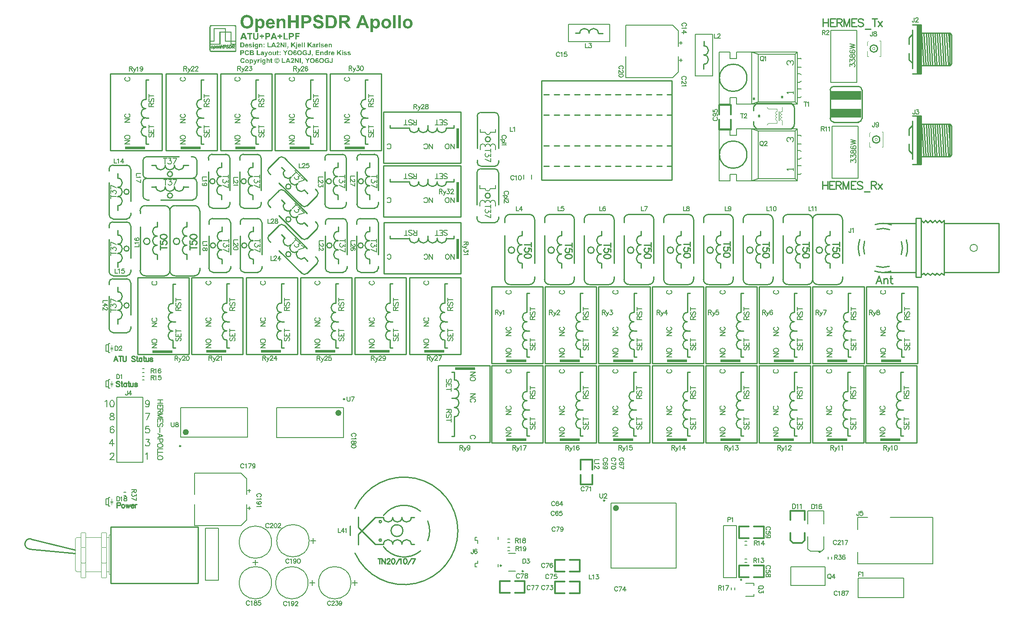
<source format=gto>
G04 Layer_Color=65535*
%FSLAX25Y25*%
%MOIN*%
G70*
G01*
G75*
%ADD44C,0.01000*%
%ADD45C,0.00800*%
%ADD102C,0.02362*%
%ADD103C,0.00984*%
%ADD104C,0.00394*%
%ADD105C,0.00500*%
%ADD106C,0.00787*%
%ADD107C,0.01200*%
%ADD108C,0.00591*%
%ADD109C,0.00100*%
%ADD110C,0.00700*%
%ADD111R,0.23622X0.06693*%
%ADD112R,0.15551X0.02067*%
%ADD113R,0.03400X0.37500*%
%ADD114R,0.15551X0.02067*%
%ADD115R,0.02067X0.15551*%
%ADD116R,0.15551X0.02067*%
%ADD117R,0.15551X0.02067*%
%ADD118R,0.02067X0.15551*%
%ADD119R,0.02067X0.15551*%
G36*
X152404Y423798D02*
X151640D01*
X150105Y426288D01*
Y423798D01*
X149401D01*
Y427577D01*
X150138D01*
X151700Y425032D01*
Y427577D01*
X152404D01*
Y423798D01*
D02*
G37*
G36*
X119420Y423897D02*
X119246Y423427D01*
X119240Y423416D01*
X119229Y423389D01*
X119207Y423345D01*
X119185Y423291D01*
X119158Y423231D01*
X119125Y423171D01*
X119093Y423116D01*
X119060Y423061D01*
X119054Y423056D01*
X119044Y423039D01*
X119027Y423018D01*
X119005Y422985D01*
X118945Y422919D01*
X118863Y422854D01*
X118858Y422848D01*
X118841Y422843D01*
X118820Y422826D01*
X118787Y422810D01*
X118749Y422794D01*
X118705Y422772D01*
X118650Y422750D01*
X118590Y422734D01*
X118585D01*
X118563Y422728D01*
X118530Y422717D01*
X118481Y422712D01*
X118427Y422701D01*
X118366Y422690D01*
X118295Y422685D01*
X118186D01*
X118143Y422690D01*
X118093D01*
X118028Y422695D01*
X117962Y422706D01*
X117815Y422734D01*
X117749Y423302D01*
X117755D01*
X117777Y423296D01*
X117809Y423291D01*
X117853Y423285D01*
X117897Y423274D01*
X117952Y423269D01*
X118055Y423263D01*
X118099D01*
X118143Y423274D01*
X118197Y423285D01*
X118257Y423302D01*
X118317Y423329D01*
X118377Y423367D01*
X118427Y423416D01*
X118432Y423422D01*
X118448Y423444D01*
X118470Y423476D01*
X118498Y423520D01*
X118525Y423574D01*
X118558Y423640D01*
X118585Y423711D01*
X118612Y423793D01*
X117575Y426539D01*
X118345D01*
X118994Y424590D01*
X119639Y426539D01*
X120387D01*
X119420Y423897D01*
D02*
G37*
G36*
X178519Y425180D02*
Y425174D01*
Y425158D01*
Y425136D01*
Y425103D01*
Y425065D01*
X178514Y425016D01*
X178508Y424912D01*
X178497Y424798D01*
X178481Y424678D01*
X178459Y424557D01*
X178432Y424454D01*
Y424448D01*
X178426Y424437D01*
X178421Y424421D01*
X178410Y424399D01*
X178383Y424339D01*
X178339Y424263D01*
X178285Y424181D01*
X178214Y424093D01*
X178132Y424006D01*
X178028Y423924D01*
X178022D01*
X178017Y423913D01*
X178000Y423908D01*
X177973Y423891D01*
X177946Y423880D01*
X177913Y423864D01*
X177869Y423842D01*
X177826Y423826D01*
X177771Y423809D01*
X177717Y423787D01*
X177586Y423760D01*
X177433Y423738D01*
X177263Y423727D01*
X177209D01*
X177171Y423733D01*
X177121Y423738D01*
X177072Y423744D01*
X177012Y423755D01*
X176947Y423766D01*
X176805Y423804D01*
X176734Y423831D01*
X176663Y423858D01*
X176592Y423897D01*
X176526Y423935D01*
X176461Y423984D01*
X176401Y424039D01*
X176395Y424044D01*
X176390Y424055D01*
X176374Y424071D01*
X176352Y424099D01*
X176330Y424131D01*
X176308Y424170D01*
X176281Y424219D01*
X176253Y424268D01*
X176221Y424333D01*
X176193Y424399D01*
X176171Y424475D01*
X176150Y424557D01*
X176128Y424645D01*
X176111Y424743D01*
X176106Y424847D01*
X176101Y424956D01*
X176827Y425038D01*
Y425032D01*
Y425021D01*
Y425005D01*
X176832Y424983D01*
Y424929D01*
X176843Y424858D01*
X176854Y424781D01*
X176870Y424705D01*
X176892Y424639D01*
X176919Y424579D01*
X176925Y424568D01*
X176941Y424546D01*
X176969Y424514D01*
X177012Y424481D01*
X177061Y424443D01*
X177127Y424410D01*
X177203Y424388D01*
X177291Y424377D01*
X177334D01*
X177378Y424383D01*
X177427Y424394D01*
X177487Y424410D01*
X177547Y424437D01*
X177602Y424470D01*
X177646Y424519D01*
X177651Y424525D01*
X177662Y424552D01*
X177678Y424590D01*
X177700Y424650D01*
X177711Y424688D01*
X177722Y424732D01*
X177727Y424781D01*
X177738Y424836D01*
X177744Y424901D01*
X177749Y424967D01*
X177755Y425043D01*
Y425125D01*
Y427577D01*
X178519D01*
Y425180D01*
D02*
G37*
G36*
X159371Y425382D02*
Y423798D01*
X158607D01*
Y425387D01*
X157225Y427577D01*
X158115D01*
X159005Y426081D01*
X159873Y427577D01*
X160752D01*
X159371Y425382D01*
D02*
G37*
G36*
X109401Y427642D02*
X109461Y427637D01*
X109527Y427626D01*
X109603Y427615D01*
X109685Y427599D01*
X109772Y427577D01*
X109865Y427549D01*
X109958Y427517D01*
X110056Y427473D01*
X110149Y427429D01*
X110237Y427375D01*
X110329Y427309D01*
X110411Y427238D01*
X110417D01*
X110422Y427227D01*
X110439Y427211D01*
X110455Y427194D01*
X110477Y427167D01*
X110499Y427135D01*
X110559Y427058D01*
X110619Y426960D01*
X110684Y426840D01*
X110744Y426703D01*
X110799Y426545D01*
X110045Y426365D01*
Y426370D01*
X110040Y426375D01*
Y426392D01*
X110029Y426414D01*
X110013Y426463D01*
X109985Y426528D01*
X109947Y426605D01*
X109898Y426681D01*
X109832Y426758D01*
X109762Y426823D01*
X109750Y426829D01*
X109723Y426851D01*
X109680Y426878D01*
X109619Y426911D01*
X109543Y426943D01*
X109456Y426971D01*
X109357Y426993D01*
X109248Y426998D01*
X109210D01*
X109177Y426993D01*
X109144Y426987D01*
X109101Y426982D01*
X109008Y426960D01*
X108899Y426922D01*
X108784Y426867D01*
X108724Y426834D01*
X108669Y426796D01*
X108615Y426747D01*
X108566Y426692D01*
Y426687D01*
X108555Y426676D01*
X108544Y426659D01*
X108528Y426632D01*
X108506Y426599D01*
X108484Y426561D01*
X108462Y426512D01*
X108440Y426457D01*
X108413Y426392D01*
X108391Y426321D01*
X108369Y426239D01*
X108347Y426152D01*
X108331Y426053D01*
X108320Y425950D01*
X108315Y425835D01*
X108309Y425709D01*
Y425704D01*
Y425677D01*
Y425638D01*
X108315Y425595D01*
Y425535D01*
X108326Y425464D01*
X108331Y425393D01*
X108342Y425311D01*
X108375Y425142D01*
X108418Y424972D01*
X108446Y424890D01*
X108484Y424814D01*
X108522Y424743D01*
X108566Y424683D01*
X108571Y424678D01*
X108577Y424672D01*
X108593Y424656D01*
X108615Y424634D01*
X108669Y424590D01*
X108746Y424536D01*
X108839Y424475D01*
X108953Y424432D01*
X109084Y424394D01*
X109155Y424388D01*
X109232Y424383D01*
X109259D01*
X109281Y424388D01*
X109341Y424394D01*
X109412Y424404D01*
X109488Y424432D01*
X109576Y424465D01*
X109663Y424508D01*
X109750Y424574D01*
X109762Y424585D01*
X109789Y424612D01*
X109827Y424656D01*
X109871Y424721D01*
X109925Y424809D01*
X109974Y424912D01*
X110023Y425038D01*
X110067Y425185D01*
X110810Y424956D01*
Y424951D01*
X110804Y424929D01*
X110793Y424896D01*
X110777Y424852D01*
X110755Y424803D01*
X110733Y424743D01*
X110706Y424678D01*
X110673Y424607D01*
X110597Y424459D01*
X110499Y424306D01*
X110378Y424159D01*
X110313Y424093D01*
X110242Y424033D01*
X110237Y424028D01*
X110226Y424022D01*
X110204Y424006D01*
X110171Y423984D01*
X110133Y423962D01*
X110084Y423940D01*
X110029Y423913D01*
X109969Y423886D01*
X109898Y423853D01*
X109821Y423826D01*
X109740Y423804D01*
X109652Y423782D01*
X109559Y423760D01*
X109456Y423744D01*
X109352Y423738D01*
X109237Y423733D01*
X109204D01*
X109166Y423738D01*
X109112Y423744D01*
X109052Y423749D01*
X108975Y423760D01*
X108893Y423777D01*
X108800Y423798D01*
X108708Y423826D01*
X108609Y423858D01*
X108506Y423902D01*
X108402Y423951D01*
X108298Y424006D01*
X108194Y424077D01*
X108096Y424153D01*
X108003Y424246D01*
X107998Y424252D01*
X107982Y424268D01*
X107960Y424301D01*
X107927Y424339D01*
X107894Y424394D01*
X107851Y424454D01*
X107807Y424530D01*
X107763Y424617D01*
X107719Y424710D01*
X107676Y424814D01*
X107632Y424934D01*
X107599Y425060D01*
X107566Y425191D01*
X107545Y425338D01*
X107528Y425491D01*
X107523Y425655D01*
Y425660D01*
Y425666D01*
Y425699D01*
X107528Y425748D01*
Y425813D01*
X107539Y425890D01*
X107550Y425982D01*
X107561Y426081D01*
X107583Y426195D01*
X107610Y426310D01*
X107643Y426430D01*
X107681Y426550D01*
X107730Y426676D01*
X107785Y426796D01*
X107851Y426911D01*
X107921Y427020D01*
X108009Y427123D01*
X108014Y427129D01*
X108031Y427145D01*
X108058Y427173D01*
X108096Y427205D01*
X108145Y427244D01*
X108205Y427287D01*
X108271Y427337D01*
X108353Y427386D01*
X108440Y427435D01*
X108533Y427484D01*
X108642Y427528D01*
X108751Y427566D01*
X108877Y427599D01*
X109002Y427626D01*
X109144Y427642D01*
X109286Y427648D01*
X109352D01*
X109401Y427642D01*
D02*
G37*
G36*
X122205Y426594D02*
X122265Y426583D01*
X122341Y426567D01*
X122423Y426539D01*
X122505Y426507D01*
X122592Y426457D01*
X122363Y425830D01*
X122358Y425835D01*
X122330Y425846D01*
X122298Y425868D01*
X122254Y425890D01*
X122199Y425911D01*
X122145Y425933D01*
X122085Y425944D01*
X122025Y425950D01*
X122003D01*
X121970Y425944D01*
X121937Y425939D01*
X121899Y425928D01*
X121855Y425911D01*
X121812Y425890D01*
X121768Y425862D01*
X121763Y425857D01*
X121752Y425846D01*
X121730Y425824D01*
X121708Y425791D01*
X121681Y425753D01*
X121653Y425699D01*
X121626Y425633D01*
X121604Y425557D01*
Y425546D01*
X121599Y425529D01*
X121593Y425513D01*
Y425486D01*
X121588Y425453D01*
X121582Y425409D01*
X121577Y425360D01*
X121571Y425305D01*
X121566Y425234D01*
X121561Y425163D01*
Y425076D01*
X121555Y424983D01*
X121550Y424880D01*
Y424765D01*
Y424639D01*
Y423798D01*
X120823D01*
Y426539D01*
X121495D01*
Y426152D01*
X121501Y426157D01*
X121522Y426190D01*
X121555Y426239D01*
X121599Y426299D01*
X121642Y426359D01*
X121697Y426419D01*
X121746Y426474D01*
X121801Y426512D01*
X121806Y426517D01*
X121823Y426528D01*
X121855Y426539D01*
X121894Y426556D01*
X121937Y426572D01*
X121992Y426588D01*
X122046Y426594D01*
X122112Y426599D01*
X122156D01*
X122205Y426594D01*
D02*
G37*
G36*
X116281D02*
X116319Y426588D01*
X116368Y426578D01*
X116423Y426567D01*
X116477Y426550D01*
X116543Y426534D01*
X116603Y426507D01*
X116674Y426479D01*
X116739Y426441D01*
X116810Y426397D01*
X116876Y426348D01*
X116941Y426288D01*
X117007Y426223D01*
X117012Y426217D01*
X117023Y426206D01*
X117040Y426184D01*
X117061Y426152D01*
X117083Y426119D01*
X117111Y426070D01*
X117143Y426015D01*
X117176Y425955D01*
X117203Y425884D01*
X117236Y425808D01*
X117263Y425720D01*
X117291Y425628D01*
X117307Y425524D01*
X117324Y425420D01*
X117334Y425300D01*
X117340Y425180D01*
Y425174D01*
Y425152D01*
Y425114D01*
X117334Y425065D01*
X117329Y425010D01*
X117324Y424945D01*
X117313Y424869D01*
X117296Y424792D01*
X117258Y424617D01*
X117231Y424530D01*
X117198Y424443D01*
X117160Y424355D01*
X117111Y424273D01*
X117061Y424192D01*
X117001Y424115D01*
X116996Y424110D01*
X116985Y424099D01*
X116969Y424082D01*
X116941Y424055D01*
X116909Y424028D01*
X116870Y423995D01*
X116827Y423962D01*
X116778Y423929D01*
X116718Y423891D01*
X116657Y423858D01*
X116521Y423798D01*
X116445Y423771D01*
X116363Y423755D01*
X116281Y423744D01*
X116193Y423738D01*
X116155D01*
X116111Y423744D01*
X116057Y423749D01*
X115991Y423760D01*
X115920Y423777D01*
X115849Y423798D01*
X115778Y423826D01*
X115773Y423831D01*
X115746Y423842D01*
X115713Y423869D01*
X115664Y423902D01*
X115604Y423940D01*
X115544Y423995D01*
X115473Y424060D01*
X115396Y424137D01*
Y422750D01*
X114670D01*
Y426539D01*
X115347D01*
Y426135D01*
X115352Y426146D01*
X115369Y426168D01*
X115402Y426206D01*
X115440Y426255D01*
X115489Y426310D01*
X115554Y426365D01*
X115620Y426419D01*
X115702Y426468D01*
X115713Y426474D01*
X115740Y426490D01*
X115789Y426512D01*
X115849Y426534D01*
X115920Y426556D01*
X116008Y426578D01*
X116101Y426594D01*
X116199Y426599D01*
X116243D01*
X116281Y426594D01*
D02*
G37*
G36*
X153949Y423798D02*
X153185D01*
Y427577D01*
X153949D01*
Y423798D01*
D02*
G37*
G36*
X123630D02*
X122904D01*
Y426539D01*
X123630D01*
Y423798D01*
D02*
G37*
G36*
X131590Y426539D02*
X132087D01*
Y425961D01*
X131590D01*
Y424852D01*
Y424847D01*
Y424836D01*
Y424819D01*
Y424798D01*
Y424743D01*
Y424678D01*
X131596Y424612D01*
Y424546D01*
Y424497D01*
X131602Y424475D01*
Y424465D01*
X131607Y424454D01*
X131618Y424432D01*
X131634Y424404D01*
X131667Y424372D01*
X131678Y424366D01*
X131700Y424355D01*
X131738Y424344D01*
X131787Y424339D01*
X131809D01*
X131831Y424344D01*
X131863Y424350D01*
X131907Y424355D01*
X131956Y424366D01*
X132016Y424383D01*
X132082Y424404D01*
X132148Y423842D01*
X132142D01*
X132136Y423837D01*
X132104Y423826D01*
X132049Y423809D01*
X131978Y423793D01*
X131896Y423771D01*
X131798Y423755D01*
X131689Y423744D01*
X131574Y423738D01*
X131541D01*
X131503Y423744D01*
X131454Y423749D01*
X131399Y423755D01*
X131339Y423766D01*
X131279Y423782D01*
X131219Y423804D01*
X131214Y423809D01*
X131192Y423815D01*
X131165Y423831D01*
X131132Y423847D01*
X131055Y423902D01*
X131017Y423935D01*
X130984Y423973D01*
X130979Y423979D01*
X130974Y423995D01*
X130963Y424017D01*
X130946Y424050D01*
X130930Y424088D01*
X130913Y424137D01*
X130897Y424192D01*
X130886Y424252D01*
Y424257D01*
X130881Y424279D01*
Y424312D01*
X130875Y424366D01*
X130870Y424437D01*
Y424525D01*
X130864Y424574D01*
Y424634D01*
Y424694D01*
Y424765D01*
Y425961D01*
X130531D01*
Y426539D01*
X130864D01*
Y427085D01*
X131590Y427511D01*
Y426539D01*
D02*
G37*
G36*
X112808Y426594D02*
X112863Y426588D01*
X112923Y426578D01*
X112994Y426567D01*
X113065Y426550D01*
X113147Y426528D01*
X113229Y426501D01*
X113311Y426468D01*
X113398Y426430D01*
X113485Y426381D01*
X113567Y426326D01*
X113649Y426266D01*
X113725Y426195D01*
X113731Y426190D01*
X113742Y426179D01*
X113764Y426152D01*
X113786Y426124D01*
X113818Y426081D01*
X113851Y426037D01*
X113889Y425977D01*
X113927Y425917D01*
X113960Y425846D01*
X113998Y425770D01*
X114031Y425682D01*
X114064Y425595D01*
X114086Y425496D01*
X114108Y425398D01*
X114119Y425289D01*
X114124Y425174D01*
Y425169D01*
Y425147D01*
Y425114D01*
X114119Y425071D01*
X114113Y425016D01*
X114102Y424956D01*
X114091Y424885D01*
X114075Y424814D01*
X114053Y424732D01*
X114026Y424650D01*
X113993Y424563D01*
X113955Y424475D01*
X113906Y424388D01*
X113851Y424306D01*
X113791Y424224D01*
X113720Y424142D01*
X113715Y424137D01*
X113704Y424126D01*
X113682Y424104D01*
X113649Y424077D01*
X113611Y424050D01*
X113562Y424017D01*
X113507Y423979D01*
X113447Y423940D01*
X113376Y423902D01*
X113300Y423864D01*
X113218Y423831D01*
X113125Y423804D01*
X113032Y423777D01*
X112928Y423755D01*
X112824Y423744D01*
X112710Y423738D01*
X112672D01*
X112644Y423744D01*
X112612D01*
X112573Y423749D01*
X112480Y423760D01*
X112366Y423782D01*
X112246Y423809D01*
X112120Y423853D01*
X111989Y423908D01*
X111984D01*
X111973Y423913D01*
X111956Y423924D01*
X111934Y423940D01*
X111874Y423979D01*
X111798Y424033D01*
X111716Y424104D01*
X111629Y424192D01*
X111547Y424290D01*
X111470Y424404D01*
Y424410D01*
X111465Y424421D01*
X111454Y424437D01*
X111443Y424465D01*
X111432Y424497D01*
X111416Y424536D01*
X111399Y424579D01*
X111383Y424628D01*
X111367Y424683D01*
X111350Y424743D01*
X111323Y424880D01*
X111301Y425038D01*
X111296Y425207D01*
Y425212D01*
Y425223D01*
Y425245D01*
X111301Y425267D01*
Y425300D01*
X111307Y425338D01*
X111318Y425431D01*
X111339Y425535D01*
X111372Y425649D01*
X111410Y425775D01*
X111470Y425901D01*
Y425906D01*
X111481Y425917D01*
X111487Y425933D01*
X111503Y425955D01*
X111547Y426015D01*
X111601Y426092D01*
X111672Y426173D01*
X111760Y426261D01*
X111858Y426343D01*
X111973Y426419D01*
X111978D01*
X111989Y426425D01*
X112005Y426436D01*
X112033Y426446D01*
X112060Y426463D01*
X112098Y426474D01*
X112142Y426490D01*
X112186Y426512D01*
X112295Y426545D01*
X112420Y426572D01*
X112557Y426594D01*
X112704Y426599D01*
X112765D01*
X112808Y426594D01*
D02*
G37*
G36*
X128320Y426179D02*
X128325Y426184D01*
X128336Y426195D01*
X128358Y426217D01*
X128380Y426244D01*
X128418Y426277D01*
X128456Y426310D01*
X128506Y426348D01*
X128555Y426392D01*
X128615Y426430D01*
X128680Y426468D01*
X128822Y426534D01*
X128899Y426561D01*
X128981Y426583D01*
X129068Y426594D01*
X129155Y426599D01*
X129199D01*
X129248Y426594D01*
X129308Y426588D01*
X129379Y426578D01*
X129450Y426556D01*
X129532Y426534D01*
X129609Y426501D01*
X129620Y426496D01*
X129641Y426485D01*
X129680Y426463D01*
X129723Y426436D01*
X129772Y426403D01*
X129822Y426365D01*
X129871Y426315D01*
X129914Y426266D01*
X129920Y426261D01*
X129931Y426239D01*
X129947Y426212D01*
X129969Y426173D01*
X129996Y426124D01*
X130018Y426070D01*
X130040Y426010D01*
X130056Y425944D01*
Y425939D01*
X130062Y425911D01*
X130067Y425868D01*
X130078Y425813D01*
X130084Y425737D01*
X130089Y425644D01*
X130095Y425535D01*
Y425404D01*
Y423798D01*
X129368D01*
Y425240D01*
Y425245D01*
Y425256D01*
Y425278D01*
Y425311D01*
Y425344D01*
Y425382D01*
X129363Y425469D01*
X129357Y425562D01*
X129352Y425655D01*
X129341Y425731D01*
X129330Y425759D01*
X129325Y425786D01*
Y425791D01*
X129314Y425808D01*
X129303Y425824D01*
X129292Y425851D01*
X129243Y425911D01*
X129215Y425944D01*
X129177Y425972D01*
X129172Y425977D01*
X129161Y425982D01*
X129133Y425993D01*
X129106Y426010D01*
X129068Y426021D01*
X129024Y426031D01*
X128970Y426037D01*
X128915Y426043D01*
X128882D01*
X128850Y426037D01*
X128806Y426031D01*
X128757Y426021D01*
X128702Y426004D01*
X128648Y425982D01*
X128593Y425950D01*
X128587Y425944D01*
X128571Y425933D01*
X128544Y425911D01*
X128517Y425884D01*
X128478Y425846D01*
X128446Y425802D01*
X128413Y425748D01*
X128385Y425688D01*
Y425682D01*
X128375Y425655D01*
X128364Y425617D01*
X128353Y425557D01*
X128342Y425486D01*
X128331Y425393D01*
X128325Y425289D01*
X128320Y425169D01*
Y423798D01*
X127594D01*
Y427577D01*
X128320D01*
Y426179D01*
D02*
G37*
G36*
X147637Y427593D02*
X147687Y427588D01*
X147741Y427582D01*
X147801Y427571D01*
X147867Y427560D01*
X148009Y427522D01*
X148151Y427467D01*
X148227Y427435D01*
X148293Y427396D01*
X148364Y427347D01*
X148424Y427293D01*
X148429Y427287D01*
X148440Y427282D01*
X148451Y427260D01*
X148473Y427238D01*
X148500Y427211D01*
X148528Y427173D01*
X148555Y427135D01*
X148588Y427085D01*
X148642Y426976D01*
X148697Y426851D01*
X148719Y426780D01*
X148730Y426703D01*
X148740Y426621D01*
X148746Y426539D01*
Y426528D01*
Y426496D01*
X148740Y426446D01*
X148735Y426386D01*
X148724Y426310D01*
X148708Y426228D01*
X148686Y426141D01*
X148653Y426053D01*
X148648Y426043D01*
X148637Y426015D01*
X148615Y425966D01*
X148582Y425906D01*
X148544Y425835D01*
X148495Y425753D01*
X148435Y425666D01*
X148364Y425573D01*
X148358Y425567D01*
X148336Y425540D01*
X148304Y425502D01*
X148255Y425447D01*
X148189Y425382D01*
X148107Y425294D01*
X148009Y425202D01*
X147889Y425087D01*
X147883Y425081D01*
X147872Y425076D01*
X147856Y425060D01*
X147834Y425038D01*
X147774Y424983D01*
X147703Y424918D01*
X147632Y424847D01*
X147561Y424776D01*
X147495Y424716D01*
X147474Y424688D01*
X147452Y424667D01*
X147446Y424661D01*
X147435Y424650D01*
X147419Y424628D01*
X147397Y424601D01*
X147348Y424541D01*
X147304Y424470D01*
X148746D01*
Y423798D01*
X146207D01*
Y423804D01*
Y423815D01*
X146212Y423837D01*
X146218Y423864D01*
X146223Y423897D01*
X146229Y423935D01*
X146251Y424033D01*
X146283Y424142D01*
X146327Y424263D01*
X146382Y424394D01*
X146453Y424519D01*
Y424525D01*
X146464Y424536D01*
X146475Y424557D01*
X146496Y424579D01*
X146518Y424617D01*
X146551Y424656D01*
X146589Y424705D01*
X146633Y424759D01*
X146682Y424825D01*
X146742Y424890D01*
X146808Y424967D01*
X146884Y425049D01*
X146966Y425131D01*
X147059Y425223D01*
X147157Y425322D01*
X147266Y425425D01*
X147272Y425431D01*
X147288Y425447D01*
X147310Y425469D01*
X147343Y425502D01*
X147386Y425535D01*
X147430Y425578D01*
X147528Y425677D01*
X147627Y425780D01*
X147725Y425884D01*
X147768Y425928D01*
X147812Y425977D01*
X147845Y426015D01*
X147867Y426048D01*
X147872Y426059D01*
X147889Y426086D01*
X147916Y426130D01*
X147943Y426190D01*
X147970Y426255D01*
X147998Y426332D01*
X148014Y426408D01*
X148020Y426490D01*
Y426496D01*
Y426501D01*
Y426528D01*
X148014Y426578D01*
X148003Y426632D01*
X147987Y426692D01*
X147965Y426752D01*
X147932Y426812D01*
X147889Y426867D01*
X147883Y426872D01*
X147867Y426889D01*
X147834Y426911D01*
X147796Y426932D01*
X147741Y426954D01*
X147681Y426976D01*
X147610Y426993D01*
X147528Y426998D01*
X147490D01*
X147446Y426993D01*
X147397Y426982D01*
X147337Y426965D01*
X147277Y426938D01*
X147217Y426905D01*
X147162Y426861D01*
X147157Y426856D01*
X147141Y426834D01*
X147119Y426801D01*
X147097Y426752D01*
X147070Y426692D01*
X147048Y426610D01*
X147026Y426517D01*
X147015Y426408D01*
X146294Y426479D01*
Y426485D01*
X146300Y426507D01*
Y426534D01*
X146311Y426578D01*
X146316Y426627D01*
X146333Y426681D01*
X146349Y426741D01*
X146365Y426812D01*
X146420Y426949D01*
X146485Y427091D01*
X146529Y427162D01*
X146578Y427227D01*
X146633Y427282D01*
X146693Y427337D01*
X146698Y427342D01*
X146709Y427347D01*
X146726Y427358D01*
X146753Y427380D01*
X146786Y427396D01*
X146829Y427418D01*
X146873Y427446D01*
X146928Y427467D01*
X146988Y427495D01*
X147053Y427517D01*
X147195Y427560D01*
X147364Y427588D01*
X147452Y427593D01*
X147545Y427599D01*
X147599D01*
X147637Y427593D01*
D02*
G37*
G36*
X146054Y423798D02*
X145230D01*
X144902Y424656D01*
X143384D01*
X143073Y423798D01*
X142265D01*
X143728Y427577D01*
X144536D01*
X146054Y423798D01*
D02*
G37*
G36*
X140206Y424437D02*
X142106D01*
Y423798D01*
X139442D01*
Y427549D01*
X140206D01*
Y424437D01*
D02*
G37*
G36*
X117924Y435798D02*
X117198D01*
Y438539D01*
X117924D01*
Y435798D01*
D02*
G37*
G36*
X109073Y439571D02*
X109177Y439566D01*
X109292Y439560D01*
X109412Y439544D01*
X109527Y439528D01*
X109630Y439500D01*
X109636D01*
X109647Y439495D01*
X109663Y439489D01*
X109685Y439484D01*
X109750Y439457D01*
X109827Y439418D01*
X109914Y439369D01*
X110013Y439309D01*
X110105Y439238D01*
X110198Y439151D01*
X110204D01*
X110209Y439140D01*
X110237Y439107D01*
X110280Y439053D01*
X110329Y438982D01*
X110389Y438894D01*
X110449Y438791D01*
X110510Y438670D01*
X110559Y438539D01*
Y438534D01*
X110564Y438523D01*
X110570Y438501D01*
X110581Y438474D01*
X110586Y438441D01*
X110597Y438397D01*
X110608Y438348D01*
X110624Y438294D01*
X110635Y438234D01*
X110646Y438163D01*
X110657Y438092D01*
X110662Y438010D01*
X110679Y437840D01*
X110684Y437649D01*
Y437644D01*
Y437628D01*
Y437606D01*
Y437573D01*
X110679Y437529D01*
Y437486D01*
X110673Y437431D01*
X110668Y437371D01*
X110657Y437245D01*
X110635Y437114D01*
X110602Y436978D01*
X110564Y436847D01*
Y436841D01*
X110559Y436830D01*
X110548Y436808D01*
X110537Y436776D01*
X110526Y436743D01*
X110504Y436705D01*
X110460Y436607D01*
X110406Y436503D01*
X110335Y436388D01*
X110253Y436279D01*
X110160Y436175D01*
X110149Y436164D01*
X110122Y436142D01*
X110078Y436110D01*
X110018Y436066D01*
X109942Y436017D01*
X109854Y435968D01*
X109745Y435919D01*
X109625Y435875D01*
X109619D01*
X109614Y435869D01*
X109598D01*
X109581Y435864D01*
X109521Y435853D01*
X109445Y435837D01*
X109352Y435820D01*
X109237Y435809D01*
X109101Y435804D01*
X108953Y435798D01*
X107523D01*
Y439577D01*
X109030D01*
X109073Y439571D01*
D02*
G37*
G36*
X173518Y438594D02*
X173567Y438588D01*
X173627Y438578D01*
X173693Y438567D01*
X173764Y438550D01*
X173840Y438528D01*
X173916Y438501D01*
X173998Y438468D01*
X174080Y438425D01*
X174157Y438381D01*
X174233Y438326D01*
X174310Y438261D01*
X174375Y438190D01*
X174381Y438184D01*
X174391Y438173D01*
X174408Y438146D01*
X174430Y438113D01*
X174457Y438070D01*
X174484Y438021D01*
X174517Y437955D01*
X174550Y437884D01*
X174583Y437802D01*
X174615Y437709D01*
X174643Y437611D01*
X174670Y437497D01*
X174692Y437376D01*
X174708Y437245D01*
X174719Y437109D01*
Y436956D01*
X172906D01*
Y436950D01*
Y436939D01*
Y436923D01*
X172912Y436901D01*
X172917Y436847D01*
X172928Y436770D01*
X172950Y436694D01*
X172983Y436607D01*
X173021Y436525D01*
X173076Y436454D01*
X173081Y436448D01*
X173108Y436426D01*
X173141Y436399D01*
X173190Y436366D01*
X173250Y436334D01*
X173327Y436306D01*
X173409Y436284D01*
X173496Y436279D01*
X173523D01*
X173556Y436284D01*
X173594Y436290D01*
X173638Y436301D01*
X173687Y436317D01*
X173736Y436339D01*
X173780Y436372D01*
X173785Y436377D01*
X173802Y436388D01*
X173824Y436410D01*
X173846Y436443D01*
X173878Y436486D01*
X173906Y436536D01*
X173933Y436601D01*
X173960Y436672D01*
X174681Y436552D01*
Y436546D01*
X174675Y436536D01*
X174664Y436514D01*
X174654Y436486D01*
X174637Y436454D01*
X174621Y436415D01*
X174572Y436328D01*
X174512Y436230D01*
X174435Y436126D01*
X174342Y436033D01*
X174239Y435946D01*
X174233D01*
X174228Y435935D01*
X174206Y435929D01*
X174184Y435913D01*
X174157Y435897D01*
X174118Y435880D01*
X174080Y435864D01*
X174031Y435842D01*
X173922Y435804D01*
X173796Y435771D01*
X173649Y435749D01*
X173491Y435738D01*
X173458D01*
X173425Y435744D01*
X173376D01*
X173316Y435755D01*
X173245Y435766D01*
X173168Y435777D01*
X173092Y435798D01*
X173005Y435820D01*
X172917Y435853D01*
X172830Y435891D01*
X172743Y435935D01*
X172655Y435990D01*
X172573Y436050D01*
X172502Y436121D01*
X172431Y436202D01*
X172426Y436208D01*
X172420Y436219D01*
X172409Y436241D01*
X172388Y436268D01*
X172371Y436306D01*
X172349Y436350D01*
X172322Y436399D01*
X172300Y436459D01*
X172273Y436525D01*
X172251Y436596D01*
X172224Y436672D01*
X172207Y436759D01*
X172191Y436847D01*
X172175Y436939D01*
X172169Y437043D01*
X172164Y437147D01*
Y437152D01*
Y437174D01*
Y437213D01*
X172169Y437262D01*
X172175Y437316D01*
X172180Y437382D01*
X172191Y437453D01*
X172207Y437535D01*
X172251Y437704D01*
X172278Y437791D01*
X172311Y437884D01*
X172355Y437971D01*
X172404Y438053D01*
X172459Y438135D01*
X172519Y438212D01*
X172524Y438217D01*
X172535Y438228D01*
X172557Y438250D01*
X172584Y438272D01*
X172617Y438299D01*
X172661Y438332D01*
X172710Y438370D01*
X172764Y438408D01*
X172825Y438441D01*
X172895Y438479D01*
X172966Y438512D01*
X173048Y438539D01*
X173130Y438561D01*
X173223Y438583D01*
X173316Y438594D01*
X173414Y438599D01*
X173474D01*
X173518Y438594D01*
D02*
G37*
G36*
X125983Y435798D02*
X125257D01*
Y436525D01*
X125983D01*
Y435798D01*
D02*
G37*
G36*
X136570Y439593D02*
X136619Y439588D01*
X136674Y439582D01*
X136734Y439571D01*
X136799Y439560D01*
X136941Y439522D01*
X137083Y439467D01*
X137160Y439435D01*
X137225Y439396D01*
X137296Y439347D01*
X137356Y439293D01*
X137362Y439287D01*
X137373Y439282D01*
X137384Y439260D01*
X137405Y439238D01*
X137433Y439211D01*
X137460Y439173D01*
X137487Y439135D01*
X137520Y439085D01*
X137575Y438976D01*
X137629Y438850D01*
X137651Y438780D01*
X137662Y438703D01*
X137673Y438621D01*
X137678Y438539D01*
Y438528D01*
Y438496D01*
X137673Y438447D01*
X137668Y438386D01*
X137657Y438310D01*
X137640Y438228D01*
X137618Y438141D01*
X137586Y438053D01*
X137580Y438042D01*
X137569Y438015D01*
X137547Y437966D01*
X137515Y437906D01*
X137476Y437835D01*
X137427Y437753D01*
X137367Y437666D01*
X137296Y437573D01*
X137291Y437567D01*
X137269Y437540D01*
X137236Y437502D01*
X137187Y437447D01*
X137121Y437382D01*
X137040Y437294D01*
X136941Y437202D01*
X136821Y437087D01*
X136816Y437081D01*
X136805Y437076D01*
X136788Y437060D01*
X136767Y437038D01*
X136707Y436983D01*
X136636Y436918D01*
X136565Y436847D01*
X136494Y436776D01*
X136428Y436716D01*
X136406Y436688D01*
X136384Y436666D01*
X136379Y436661D01*
X136368Y436650D01*
X136352Y436628D01*
X136330Y436601D01*
X136281Y436541D01*
X136237Y436470D01*
X137678D01*
Y435798D01*
X135140D01*
Y435804D01*
Y435815D01*
X135145Y435837D01*
X135151Y435864D01*
X135156Y435897D01*
X135161Y435935D01*
X135183Y436033D01*
X135216Y436142D01*
X135260Y436263D01*
X135314Y436393D01*
X135385Y436519D01*
Y436525D01*
X135396Y436536D01*
X135407Y436557D01*
X135429Y436579D01*
X135451Y436617D01*
X135484Y436656D01*
X135522Y436705D01*
X135565Y436759D01*
X135615Y436825D01*
X135675Y436890D01*
X135740Y436967D01*
X135817Y437049D01*
X135898Y437131D01*
X135991Y437223D01*
X136090Y437322D01*
X136199Y437426D01*
X136204Y437431D01*
X136221Y437447D01*
X136242Y437469D01*
X136275Y437502D01*
X136319Y437535D01*
X136363Y437578D01*
X136461Y437677D01*
X136559Y437780D01*
X136657Y437884D01*
X136701Y437928D01*
X136745Y437977D01*
X136777Y438015D01*
X136799Y438048D01*
X136805Y438059D01*
X136821Y438086D01*
X136848Y438130D01*
X136876Y438190D01*
X136903Y438255D01*
X136930Y438332D01*
X136947Y438408D01*
X136952Y438490D01*
Y438496D01*
Y438501D01*
Y438528D01*
X136947Y438578D01*
X136936Y438632D01*
X136919Y438692D01*
X136898Y438752D01*
X136865Y438812D01*
X136821Y438867D01*
X136816Y438872D01*
X136799Y438889D01*
X136767Y438911D01*
X136728Y438932D01*
X136674Y438954D01*
X136614Y438976D01*
X136543Y438993D01*
X136461Y438998D01*
X136423D01*
X136379Y438993D01*
X136330Y438982D01*
X136270Y438965D01*
X136210Y438938D01*
X136150Y438905D01*
X136095Y438862D01*
X136090Y438856D01*
X136073Y438834D01*
X136051Y438801D01*
X136030Y438752D01*
X136002Y438692D01*
X135980Y438610D01*
X135959Y438518D01*
X135948Y438408D01*
X135227Y438479D01*
Y438485D01*
X135232Y438507D01*
Y438534D01*
X135243Y438578D01*
X135249Y438627D01*
X135265Y438681D01*
X135282Y438741D01*
X135298Y438812D01*
X135353Y438949D01*
X135418Y439091D01*
X135462Y439162D01*
X135511Y439227D01*
X135565Y439282D01*
X135626Y439336D01*
X135631Y439342D01*
X135642Y439347D01*
X135658Y439358D01*
X135686Y439380D01*
X135718Y439396D01*
X135762Y439418D01*
X135806Y439446D01*
X135860Y439467D01*
X135920Y439495D01*
X135986Y439517D01*
X136128Y439560D01*
X136297Y439588D01*
X136384Y439593D01*
X136477Y439599D01*
X136532D01*
X136570Y439593D01*
D02*
G37*
G36*
X134987Y435798D02*
X134162D01*
X133835Y436656D01*
X132317D01*
X132006Y435798D01*
X131197D01*
X132661Y439577D01*
X133469D01*
X134987Y435798D01*
D02*
G37*
G36*
X129139Y436437D02*
X131039D01*
Y435798D01*
X128375D01*
Y439549D01*
X129139D01*
Y436437D01*
D02*
G37*
G36*
X152966Y438594D02*
X153016Y438588D01*
X153076Y438578D01*
X153141Y438567D01*
X153212Y438550D01*
X153289Y438528D01*
X153365Y438501D01*
X153447Y438468D01*
X153529Y438425D01*
X153605Y438381D01*
X153682Y438326D01*
X153758Y438261D01*
X153824Y438190D01*
X153829Y438184D01*
X153840Y438173D01*
X153856Y438146D01*
X153878Y438113D01*
X153906Y438070D01*
X153933Y438021D01*
X153966Y437955D01*
X153998Y437884D01*
X154031Y437802D01*
X154064Y437709D01*
X154091Y437611D01*
X154119Y437497D01*
X154140Y437376D01*
X154157Y437245D01*
X154168Y437109D01*
Y436956D01*
X152355D01*
Y436950D01*
Y436939D01*
Y436923D01*
X152360Y436901D01*
X152366Y436847D01*
X152377Y436770D01*
X152399Y436694D01*
X152431Y436607D01*
X152470Y436525D01*
X152524Y436454D01*
X152530Y436448D01*
X152557Y436426D01*
X152590Y436399D01*
X152639Y436366D01*
X152699Y436334D01*
X152775Y436306D01*
X152857Y436284D01*
X152945Y436279D01*
X152972D01*
X153005Y436284D01*
X153043Y436290D01*
X153087Y436301D01*
X153136Y436317D01*
X153185Y436339D01*
X153228Y436372D01*
X153234Y436377D01*
X153250Y436388D01*
X153272Y436410D01*
X153294Y436443D01*
X153327Y436486D01*
X153354Y436536D01*
X153381Y436601D01*
X153409Y436672D01*
X154129Y436552D01*
Y436546D01*
X154124Y436536D01*
X154113Y436514D01*
X154102Y436486D01*
X154086Y436454D01*
X154069Y436415D01*
X154020Y436328D01*
X153960Y436230D01*
X153884Y436126D01*
X153791Y436033D01*
X153687Y435946D01*
X153682D01*
X153676Y435935D01*
X153654Y435929D01*
X153633Y435913D01*
X153605Y435897D01*
X153567Y435880D01*
X153529Y435864D01*
X153480Y435842D01*
X153370Y435804D01*
X153245Y435771D01*
X153097Y435749D01*
X152939Y435738D01*
X152906D01*
X152874Y435744D01*
X152824D01*
X152764Y435755D01*
X152693Y435766D01*
X152617Y435777D01*
X152541Y435798D01*
X152453Y435820D01*
X152366Y435853D01*
X152278Y435891D01*
X152191Y435935D01*
X152104Y435990D01*
X152022Y436050D01*
X151951Y436121D01*
X151880Y436202D01*
X151874Y436208D01*
X151869Y436219D01*
X151858Y436241D01*
X151836Y436268D01*
X151820Y436306D01*
X151798Y436350D01*
X151771Y436399D01*
X151749Y436459D01*
X151722Y436525D01*
X151700Y436596D01*
X151672Y436672D01*
X151656Y436759D01*
X151640Y436847D01*
X151623Y436939D01*
X151618Y437043D01*
X151612Y437147D01*
Y437152D01*
Y437174D01*
Y437213D01*
X151618Y437262D01*
X151623Y437316D01*
X151629Y437382D01*
X151640Y437453D01*
X151656Y437535D01*
X151700Y437704D01*
X151727Y437791D01*
X151760Y437884D01*
X151804Y437971D01*
X151853Y438053D01*
X151907Y438135D01*
X151967Y438212D01*
X151973Y438217D01*
X151984Y438228D01*
X152006Y438250D01*
X152033Y438272D01*
X152066Y438299D01*
X152109Y438332D01*
X152158Y438370D01*
X152213Y438408D01*
X152273Y438441D01*
X152344Y438479D01*
X152415Y438512D01*
X152497Y438539D01*
X152579Y438561D01*
X152672Y438583D01*
X152764Y438594D01*
X152863Y438599D01*
X152923D01*
X152966Y438594D01*
D02*
G37*
G36*
X123630Y426905D02*
X122904D01*
Y427577D01*
X123630D01*
Y426905D01*
D02*
G37*
G36*
X166534Y427593D02*
X166573D01*
X166616Y427588D01*
X166715Y427566D01*
X166824Y427538D01*
X166944Y427495D01*
X167064Y427435D01*
X167119Y427396D01*
X167173Y427353D01*
X167179D01*
X167184Y427342D01*
X167201Y427326D01*
X167217Y427309D01*
X167244Y427282D01*
X167266Y427255D01*
X167326Y427178D01*
X167386Y427074D01*
X167446Y426954D01*
X167501Y426818D01*
X167539Y426654D01*
X166840Y426578D01*
Y426588D01*
X166835Y426610D01*
X166824Y426649D01*
X166813Y426698D01*
X166797Y426747D01*
X166769Y426801D01*
X166742Y426851D01*
X166704Y426894D01*
X166698Y426900D01*
X166682Y426911D01*
X166660Y426927D01*
X166627Y426949D01*
X166589Y426965D01*
X166540Y426982D01*
X166480Y426993D01*
X166420Y426998D01*
X166409D01*
X166382Y426993D01*
X166338Y426987D01*
X166283Y426971D01*
X166223Y426949D01*
X166158Y426911D01*
X166092Y426861D01*
X166032Y426791D01*
X166027Y426780D01*
X166016Y426769D01*
X166005Y426747D01*
X165994Y426725D01*
X165978Y426692D01*
X165967Y426654D01*
X165950Y426605D01*
X165928Y426550D01*
X165912Y426490D01*
X165896Y426419D01*
X165879Y426343D01*
X165863Y426255D01*
X165852Y426157D01*
X165841Y426048D01*
X165830Y425933D01*
X165836Y425939D01*
X165841Y425950D01*
X165858Y425961D01*
X165879Y425982D01*
X165907Y426010D01*
X165939Y426037D01*
X166016Y426097D01*
X166114Y426152D01*
X166229Y426206D01*
X166294Y426228D01*
X166360Y426239D01*
X166431Y426250D01*
X166507Y426255D01*
X166551D01*
X166584Y426250D01*
X166622Y426244D01*
X166666Y426239D01*
X166720Y426228D01*
X166775Y426212D01*
X166895Y426168D01*
X166960Y426141D01*
X167026Y426108D01*
X167092Y426070D01*
X167157Y426021D01*
X167222Y425966D01*
X167283Y425906D01*
X167288Y425901D01*
X167299Y425890D01*
X167315Y425873D01*
X167332Y425846D01*
X167359Y425808D01*
X167386Y425770D01*
X167414Y425720D01*
X167446Y425666D01*
X167479Y425606D01*
X167506Y425535D01*
X167534Y425464D01*
X167561Y425382D01*
X167577Y425300D01*
X167594Y425207D01*
X167605Y425114D01*
X167610Y425010D01*
Y425005D01*
Y424983D01*
Y424956D01*
X167605Y424912D01*
X167599Y424863D01*
X167594Y424809D01*
X167583Y424743D01*
X167567Y424678D01*
X167528Y424525D01*
X167501Y424448D01*
X167463Y424372D01*
X167424Y424295D01*
X167381Y424219D01*
X167326Y424142D01*
X167266Y424077D01*
X167261Y424071D01*
X167250Y424060D01*
X167233Y424044D01*
X167206Y424022D01*
X167173Y423995D01*
X167130Y423968D01*
X167086Y423935D01*
X167031Y423902D01*
X166971Y423869D01*
X166906Y423837D01*
X166835Y423809D01*
X166753Y423782D01*
X166671Y423760D01*
X166584Y423744D01*
X166491Y423733D01*
X166393Y423727D01*
X166365D01*
X166338Y423733D01*
X166300D01*
X166251Y423744D01*
X166191Y423749D01*
X166130Y423766D01*
X166060Y423782D01*
X165989Y423804D01*
X165912Y423837D01*
X165830Y423869D01*
X165754Y423913D01*
X165672Y423962D01*
X165595Y424022D01*
X165519Y424093D01*
X165448Y424170D01*
X165443Y424175D01*
X165432Y424192D01*
X165415Y424219D01*
X165393Y424257D01*
X165361Y424306D01*
X165333Y424366D01*
X165301Y424437D01*
X165268Y424519D01*
X165230Y424617D01*
X165197Y424721D01*
X165170Y424841D01*
X165142Y424978D01*
X165115Y425120D01*
X165099Y425278D01*
X165088Y425447D01*
X165082Y425633D01*
Y425638D01*
Y425644D01*
Y425660D01*
Y425677D01*
Y425731D01*
X165088Y425802D01*
X165093Y425890D01*
X165104Y425988D01*
X165115Y426097D01*
X165131Y426212D01*
X165148Y426332D01*
X165175Y426457D01*
X165208Y426583D01*
X165246Y426709D01*
X165290Y426823D01*
X165339Y426938D01*
X165399Y427042D01*
X165464Y427135D01*
X165470Y427140D01*
X165481Y427156D01*
X165503Y427178D01*
X165535Y427205D01*
X165574Y427244D01*
X165617Y427282D01*
X165672Y427326D01*
X165732Y427369D01*
X165803Y427408D01*
X165874Y427451D01*
X165961Y427489D01*
X166049Y427528D01*
X166141Y427555D01*
X166245Y427577D01*
X166349Y427593D01*
X166464Y427599D01*
X166507D01*
X166534Y427593D01*
D02*
G37*
G36*
X174140Y427642D02*
X174200Y427637D01*
X174271Y427631D01*
X174348Y427626D01*
X174430Y427609D01*
X174604Y427577D01*
X174785Y427522D01*
X174877Y427489D01*
X174965Y427451D01*
X175047Y427408D01*
X175123Y427353D01*
X175129Y427347D01*
X175139Y427342D01*
X175161Y427320D01*
X175189Y427298D01*
X175221Y427271D01*
X175254Y427233D01*
X175292Y427189D01*
X175336Y427140D01*
X175380Y427085D01*
X175423Y427025D01*
X175467Y426960D01*
X175505Y426883D01*
X175549Y426807D01*
X175582Y426725D01*
X175615Y426632D01*
X175636Y426539D01*
X174877Y426397D01*
Y426403D01*
X174872Y426408D01*
X174861Y426441D01*
X174839Y426490D01*
X174806Y426556D01*
X174768Y426627D01*
X174714Y426698D01*
X174648Y426769D01*
X174572Y426834D01*
X174561Y426840D01*
X174533Y426861D01*
X174484Y426889D01*
X174424Y426916D01*
X174342Y426949D01*
X174249Y426971D01*
X174146Y426993D01*
X174026Y426998D01*
X173977D01*
X173944Y426993D01*
X173900Y426987D01*
X173851Y426982D01*
X173796Y426971D01*
X173736Y426960D01*
X173611Y426922D01*
X173545Y426894D01*
X173480Y426861D01*
X173414Y426823D01*
X173349Y426785D01*
X173289Y426730D01*
X173229Y426676D01*
X173223Y426670D01*
X173218Y426659D01*
X173201Y426643D01*
X173185Y426616D01*
X173163Y426583D01*
X173136Y426545D01*
X173108Y426496D01*
X173087Y426441D01*
X173059Y426375D01*
X173032Y426304D01*
X173005Y426228D01*
X172983Y426146D01*
X172966Y426053D01*
X172950Y425950D01*
X172945Y425846D01*
X172939Y425731D01*
Y425726D01*
Y425704D01*
Y425666D01*
X172945Y425622D01*
X172950Y425562D01*
X172956Y425502D01*
X172966Y425425D01*
X172977Y425349D01*
X173010Y425185D01*
X173065Y425016D01*
X173098Y424934D01*
X173136Y424858D01*
X173185Y424781D01*
X173234Y424716D01*
X173239Y424710D01*
X173250Y424699D01*
X173267Y424683D01*
X173289Y424661D01*
X173321Y424639D01*
X173354Y424607D01*
X173398Y424579D01*
X173447Y424546D01*
X173502Y424514D01*
X173556Y424486D01*
X173693Y424432D01*
X173769Y424410D01*
X173846Y424394D01*
X173933Y424383D01*
X174020Y424377D01*
X174064D01*
X174108Y424383D01*
X174173Y424388D01*
X174244Y424399D01*
X174326Y424415D01*
X174413Y424437D01*
X174501Y424470D01*
X174506D01*
X174512Y424475D01*
X174539Y424486D01*
X174588Y424508D01*
X174643Y424536D01*
X174708Y424568D01*
X174779Y424607D01*
X174850Y424650D01*
X174916Y424699D01*
Y425185D01*
X174042D01*
Y425824D01*
X175686D01*
Y424306D01*
X175675Y424295D01*
X175658Y424284D01*
X175642Y424268D01*
X175615Y424246D01*
X175587Y424224D01*
X175511Y424170D01*
X175407Y424110D01*
X175287Y424039D01*
X175150Y423968D01*
X174987Y423902D01*
X174981D01*
X174965Y423897D01*
X174943Y423886D01*
X174910Y423875D01*
X174866Y423864D01*
X174817Y423847D01*
X174763Y423831D01*
X174703Y423815D01*
X174566Y423782D01*
X174408Y423755D01*
X174244Y423733D01*
X174069Y423727D01*
X174009D01*
X173971Y423733D01*
X173916D01*
X173856Y423738D01*
X173791Y423749D01*
X173714Y423760D01*
X173556Y423787D01*
X173381Y423831D01*
X173201Y423891D01*
X173119Y423929D01*
X173032Y423973D01*
X173027Y423979D01*
X173016Y423984D01*
X172988Y424000D01*
X172961Y424022D01*
X172923Y424044D01*
X172885Y424077D01*
X172835Y424115D01*
X172786Y424159D01*
X172677Y424257D01*
X172568Y424383D01*
X172464Y424525D01*
X172371Y424688D01*
Y424694D01*
X172360Y424710D01*
X172349Y424738D01*
X172338Y424770D01*
X172322Y424814D01*
X172300Y424863D01*
X172284Y424923D01*
X172262Y424989D01*
X172240Y425060D01*
X172224Y425142D01*
X172186Y425311D01*
X172164Y425496D01*
X172153Y425699D01*
Y425704D01*
Y425726D01*
Y425759D01*
X172158Y425797D01*
Y425851D01*
X172164Y425911D01*
X172175Y425977D01*
X172186Y426053D01*
X172213Y426212D01*
X172257Y426392D01*
X172317Y426572D01*
X172355Y426659D01*
X172399Y426747D01*
X172404Y426752D01*
X172409Y426769D01*
X172426Y426791D01*
X172442Y426823D01*
X172470Y426861D01*
X172502Y426905D01*
X172540Y426954D01*
X172579Y427009D01*
X172628Y427064D01*
X172682Y427123D01*
X172743Y427184D01*
X172808Y427244D01*
X172879Y427298D01*
X172950Y427358D01*
X173119Y427457D01*
X173125D01*
X173136Y427467D01*
X173158Y427473D01*
X173185Y427489D01*
X173223Y427500D01*
X173261Y427517D01*
X173316Y427533D01*
X173371Y427555D01*
X173431Y427571D01*
X173502Y427588D01*
X173578Y427604D01*
X173654Y427620D01*
X173829Y427642D01*
X174026Y427648D01*
X174091D01*
X174140Y427642D01*
D02*
G37*
G36*
X144312Y436006D02*
Y436000D01*
Y435995D01*
Y435979D01*
Y435957D01*
Y435897D01*
X144307Y435826D01*
X144301Y435749D01*
X144290Y435667D01*
X144274Y435585D01*
X144258Y435514D01*
Y435509D01*
X144247Y435482D01*
X144230Y435449D01*
X144214Y435405D01*
X144181Y435351D01*
X144149Y435296D01*
X144105Y435242D01*
X144050Y435187D01*
X144045Y435181D01*
X144023Y435165D01*
X143990Y435138D01*
X143947Y435105D01*
X143892Y435067D01*
X143826Y435029D01*
X143750Y434990D01*
X143668Y434958D01*
X143526Y435258D01*
X143537Y435263D01*
X143564Y435274D01*
X143603Y435291D01*
X143646Y435313D01*
X143701Y435340D01*
X143750Y435378D01*
X143799Y435416D01*
X143837Y435460D01*
X143843Y435465D01*
X143854Y435482D01*
X143870Y435509D01*
X143886Y435547D01*
X143908Y435596D01*
X143925Y435656D01*
X143936Y435722D01*
X143941Y435798D01*
X143586D01*
Y436525D01*
X144312D01*
Y436006D01*
D02*
G37*
G36*
X112470Y438594D02*
X112519Y438588D01*
X112579Y438578D01*
X112644Y438567D01*
X112715Y438550D01*
X112792Y438528D01*
X112868Y438501D01*
X112950Y438468D01*
X113032Y438425D01*
X113108Y438381D01*
X113185Y438326D01*
X113261Y438261D01*
X113327Y438190D01*
X113332Y438184D01*
X113343Y438173D01*
X113360Y438146D01*
X113381Y438113D01*
X113409Y438070D01*
X113436Y438021D01*
X113469Y437955D01*
X113502Y437884D01*
X113534Y437802D01*
X113567Y437709D01*
X113594Y437611D01*
X113622Y437497D01*
X113644Y437376D01*
X113660Y437245D01*
X113671Y437109D01*
Y436956D01*
X111858D01*
Y436950D01*
Y436939D01*
Y436923D01*
X111864Y436901D01*
X111869Y436847D01*
X111880Y436770D01*
X111902Y436694D01*
X111934Y436607D01*
X111973Y436525D01*
X112027Y436454D01*
X112033Y436448D01*
X112060Y436426D01*
X112093Y436399D01*
X112142Y436366D01*
X112202Y436334D01*
X112278Y436306D01*
X112360Y436284D01*
X112448Y436279D01*
X112475D01*
X112508Y436284D01*
X112546Y436290D01*
X112590Y436301D01*
X112639Y436317D01*
X112688Y436339D01*
X112732Y436372D01*
X112737Y436377D01*
X112753Y436388D01*
X112775Y436410D01*
X112797Y436443D01*
X112830Y436486D01*
X112857Y436536D01*
X112885Y436601D01*
X112912Y436672D01*
X113633Y436552D01*
Y436546D01*
X113627Y436536D01*
X113616Y436514D01*
X113605Y436486D01*
X113589Y436454D01*
X113573Y436415D01*
X113523Y436328D01*
X113463Y436230D01*
X113387Y436126D01*
X113294Y436033D01*
X113190Y435946D01*
X113185D01*
X113179Y435935D01*
X113158Y435929D01*
X113136Y435913D01*
X113108Y435897D01*
X113070Y435880D01*
X113032Y435864D01*
X112983Y435842D01*
X112874Y435804D01*
X112748Y435771D01*
X112601Y435749D01*
X112442Y435738D01*
X112410D01*
X112377Y435744D01*
X112328D01*
X112268Y435755D01*
X112197Y435766D01*
X112120Y435777D01*
X112044Y435798D01*
X111956Y435820D01*
X111869Y435853D01*
X111782Y435891D01*
X111694Y435935D01*
X111607Y435990D01*
X111525Y436050D01*
X111454Y436121D01*
X111383Y436202D01*
X111378Y436208D01*
X111372Y436219D01*
X111361Y436241D01*
X111339Y436268D01*
X111323Y436306D01*
X111301Y436350D01*
X111274Y436399D01*
X111252Y436459D01*
X111225Y436525D01*
X111203Y436596D01*
X111176Y436672D01*
X111159Y436759D01*
X111143Y436847D01*
X111126Y436939D01*
X111121Y437043D01*
X111116Y437147D01*
Y437152D01*
Y437174D01*
Y437213D01*
X111121Y437262D01*
X111126Y437316D01*
X111132Y437382D01*
X111143Y437453D01*
X111159Y437535D01*
X111203Y437704D01*
X111230Y437791D01*
X111263Y437884D01*
X111307Y437971D01*
X111356Y438053D01*
X111410Y438135D01*
X111470Y438212D01*
X111476Y438217D01*
X111487Y438228D01*
X111509Y438250D01*
X111536Y438272D01*
X111569Y438299D01*
X111612Y438332D01*
X111662Y438370D01*
X111716Y438408D01*
X111776Y438441D01*
X111847Y438479D01*
X111918Y438512D01*
X112000Y438539D01*
X112082Y438561D01*
X112175Y438583D01*
X112268Y438594D01*
X112366Y438599D01*
X112426D01*
X112470Y438594D01*
D02*
G37*
G36*
X151066Y435880D02*
Y435875D01*
Y435858D01*
Y435831D01*
Y435798D01*
Y435755D01*
X151061Y435706D01*
X151055Y435596D01*
X151050Y435476D01*
X151039Y435351D01*
X151017Y435242D01*
X151006Y435192D01*
X150995Y435149D01*
X150990Y435138D01*
X150979Y435110D01*
X150963Y435072D01*
X150935Y435023D01*
X150897Y434969D01*
X150853Y434914D01*
X150793Y434859D01*
X150728Y434810D01*
X150717Y434805D01*
X150695Y434788D01*
X150651Y434772D01*
X150597Y434750D01*
X150526Y434723D01*
X150438Y434706D01*
X150346Y434690D01*
X150236Y434685D01*
X150193D01*
X150165Y434690D01*
X150133D01*
X150089Y434695D01*
X150002Y434706D01*
X149996D01*
X149980Y434712D01*
X149958Y434717D01*
X149925Y434723D01*
X149881Y434728D01*
X149838Y434739D01*
X149734Y434766D01*
X149865Y435383D01*
X149876D01*
X149898Y435378D01*
X149925Y435372D01*
X149958Y435367D01*
X149963D01*
X149985Y435362D01*
X150013Y435356D01*
X150056D01*
X150078Y435362D01*
X150105D01*
X150160Y435378D01*
X150220Y435405D01*
X150225D01*
X150231Y435416D01*
X150258Y435438D01*
X150291Y435476D01*
X150313Y435525D01*
Y435531D01*
X150318Y435542D01*
X150324Y435564D01*
X150329Y435602D01*
Y435651D01*
X150335Y435716D01*
X150340Y435760D01*
Y435809D01*
Y435858D01*
Y435919D01*
Y438539D01*
X151066D01*
Y435880D01*
D02*
G37*
G36*
X119710Y438594D02*
X119748D01*
X119786Y438583D01*
X119841Y438578D01*
X119895Y438561D01*
X119955Y438545D01*
X120021Y438518D01*
X120086Y438490D01*
X120157Y438452D01*
X120228Y438408D01*
X120299Y438359D01*
X120370Y438294D01*
X120436Y438228D01*
X120501Y438146D01*
Y438539D01*
X121178D01*
Y436077D01*
Y436071D01*
Y436055D01*
Y436033D01*
Y436000D01*
Y435957D01*
X121173Y435913D01*
X121167Y435809D01*
X121157Y435689D01*
X121146Y435569D01*
X121124Y435454D01*
X121113Y435405D01*
X121096Y435356D01*
X121091Y435345D01*
X121080Y435318D01*
X121064Y435274D01*
X121036Y435220D01*
X121004Y435160D01*
X120965Y435094D01*
X120922Y435034D01*
X120867Y434979D01*
X120862Y434974D01*
X120840Y434958D01*
X120807Y434930D01*
X120769Y434903D01*
X120714Y434870D01*
X120649Y434832D01*
X120572Y434799D01*
X120485Y434766D01*
X120474Y434761D01*
X120441Y434756D01*
X120392Y434739D01*
X120321Y434728D01*
X120228Y434712D01*
X120124Y434695D01*
X120004Y434690D01*
X119873Y434685D01*
X119808D01*
X119759Y434690D01*
X119704D01*
X119639Y434695D01*
X119568Y434706D01*
X119491Y434717D01*
X119327Y434745D01*
X119164Y434788D01*
X119087Y434816D01*
X119011Y434848D01*
X118945Y434881D01*
X118885Y434925D01*
X118880Y434930D01*
X118874Y434936D01*
X118841Y434969D01*
X118792Y435018D01*
X118743Y435089D01*
X118689Y435176D01*
X118639Y435280D01*
X118607Y435400D01*
X118601Y435465D01*
X118596Y435531D01*
Y435536D01*
Y435558D01*
Y435585D01*
X118601Y435618D01*
X119431Y435520D01*
Y435514D01*
X119437Y435498D01*
X119442Y435471D01*
X119448Y435443D01*
X119475Y435378D01*
X119497Y435345D01*
X119524Y435323D01*
X119529Y435318D01*
X119546Y435313D01*
X119568Y435296D01*
X119606Y435285D01*
X119650Y435269D01*
X119704Y435252D01*
X119770Y435247D01*
X119846Y435242D01*
X119895D01*
X119944Y435247D01*
X120004Y435252D01*
X120075Y435263D01*
X120146Y435280D01*
X120212Y435301D01*
X120272Y435329D01*
X120277Y435334D01*
X120288Y435340D01*
X120305Y435351D01*
X120327Y435372D01*
X120348Y435400D01*
X120370Y435433D01*
X120392Y435471D01*
X120414Y435514D01*
Y435520D01*
X120419Y435531D01*
X120425Y435553D01*
X120436Y435591D01*
X120441Y435635D01*
X120447Y435689D01*
X120452Y435760D01*
Y435842D01*
Y436241D01*
X120447Y436235D01*
X120436Y436224D01*
X120419Y436202D01*
X120392Y436170D01*
X120365Y436137D01*
X120327Y436099D01*
X120277Y436060D01*
X120228Y436022D01*
X120174Y435979D01*
X120108Y435940D01*
X119972Y435869D01*
X119895Y435842D01*
X119813Y435820D01*
X119726Y435804D01*
X119633Y435798D01*
X119611D01*
X119579Y435804D01*
X119540D01*
X119497Y435815D01*
X119442Y435826D01*
X119382Y435837D01*
X119316Y435858D01*
X119251Y435880D01*
X119180Y435913D01*
X119104Y435951D01*
X119033Y435995D01*
X118962Y436050D01*
X118891Y436110D01*
X118825Y436181D01*
X118760Y436263D01*
Y436268D01*
X118749Y436279D01*
X118738Y436301D01*
X118721Y436328D01*
X118700Y436366D01*
X118678Y436410D01*
X118656Y436459D01*
X118634Y436519D01*
X118612Y436579D01*
X118590Y436650D01*
X118568Y436727D01*
X118547Y436808D01*
X118519Y436983D01*
X118514Y437081D01*
X118508Y437180D01*
Y437185D01*
Y437213D01*
Y437245D01*
X118514Y437294D01*
X118519Y437349D01*
X118525Y437415D01*
X118536Y437491D01*
X118552Y437567D01*
X118590Y437742D01*
X118618Y437829D01*
X118645Y437917D01*
X118683Y437999D01*
X118727Y438086D01*
X118776Y438163D01*
X118836Y438234D01*
X118841Y438239D01*
X118852Y438250D01*
X118869Y438266D01*
X118896Y438294D01*
X118929Y438321D01*
X118967Y438348D01*
X119011Y438381D01*
X119065Y438419D01*
X119120Y438452D01*
X119185Y438485D01*
X119322Y438545D01*
X119404Y438567D01*
X119486Y438583D01*
X119573Y438594D01*
X119660Y438599D01*
X119682D01*
X119710Y438594D01*
D02*
G37*
G36*
X152250Y450498D02*
X150209D01*
Y454916D01*
X146229D01*
Y450498D01*
X144187D01*
Y460588D01*
X146229D01*
Y456622D01*
X150209D01*
Y460588D01*
X152250D01*
Y450498D01*
D02*
G37*
G36*
X230691D02*
X228751D01*
Y460588D01*
X230691D01*
Y450498D01*
D02*
G37*
G36*
X226769D02*
X224829D01*
Y460588D01*
X226769D01*
Y450498D01*
D02*
G37*
G36*
X123338Y457963D02*
X123440Y457949D01*
X123571Y457920D01*
X123717Y457891D01*
X123863Y457847D01*
X124038Y457803D01*
X124198Y457730D01*
X124388Y457657D01*
X124563Y457555D01*
X124752Y457439D01*
X124927Y457307D01*
X125102Y457147D01*
X125277Y456972D01*
X125292Y456957D01*
X125321Y456928D01*
X125365Y456870D01*
X125423Y456782D01*
X125481Y456695D01*
X125554Y456564D01*
X125642Y456418D01*
X125729Y456257D01*
X125802Y456068D01*
X125890Y455864D01*
X125962Y455631D01*
X126035Y455383D01*
X126079Y455106D01*
X126123Y454829D01*
X126152Y454508D01*
X126167Y454187D01*
Y454173D01*
Y454114D01*
Y454012D01*
X126152Y453881D01*
X126137Y453735D01*
X126123Y453560D01*
X126094Y453356D01*
X126050Y453152D01*
X125948Y452685D01*
X125875Y452452D01*
X125787Y452219D01*
X125685Y451986D01*
X125554Y451767D01*
X125423Y451548D01*
X125263Y451344D01*
X125248Y451330D01*
X125219Y451300D01*
X125175Y451257D01*
X125102Y451184D01*
X125015Y451111D01*
X124913Y451023D01*
X124796Y450936D01*
X124665Y450848D01*
X124504Y450746D01*
X124344Y450659D01*
X123980Y450498D01*
X123775Y450425D01*
X123557Y450382D01*
X123338Y450353D01*
X123105Y450338D01*
X123003D01*
X122886Y450353D01*
X122740Y450367D01*
X122565Y450396D01*
X122376Y450440D01*
X122186Y450498D01*
X121997Y450571D01*
X121982Y450586D01*
X121909Y450615D01*
X121822Y450688D01*
X121690Y450775D01*
X121530Y450878D01*
X121370Y451023D01*
X121180Y451198D01*
X120976Y451402D01*
Y447699D01*
X119037D01*
Y457818D01*
X120845D01*
Y456739D01*
X120859Y456768D01*
X120903Y456826D01*
X120991Y456928D01*
X121093Y457059D01*
X121224Y457205D01*
X121399Y457351D01*
X121574Y457497D01*
X121793Y457628D01*
X121822Y457643D01*
X121895Y457686D01*
X122026Y457745D01*
X122186Y457803D01*
X122376Y457861D01*
X122609Y457920D01*
X122857Y457963D01*
X123119Y457978D01*
X123236D01*
X123338Y457963D01*
D02*
G37*
G36*
X167588Y460763D02*
X167749Y460748D01*
X167938Y460734D01*
X168128Y460704D01*
X168347Y460675D01*
X168813Y460573D01*
X169046Y460500D01*
X169280Y460427D01*
X169513Y460325D01*
X169732Y460209D01*
X169936Y460077D01*
X170125Y459932D01*
X170140Y459917D01*
X170169Y459888D01*
X170213Y459844D01*
X170271Y459786D01*
X170344Y459698D01*
X170431Y459596D01*
X170519Y459480D01*
X170621Y459348D01*
X170709Y459188D01*
X170796Y459028D01*
X170883Y458838D01*
X170956Y458634D01*
X171029Y458430D01*
X171088Y458197D01*
X171131Y457963D01*
X171146Y457701D01*
X169105Y457628D01*
Y457643D01*
Y457657D01*
X169076Y457759D01*
X169046Y457891D01*
X168988Y458051D01*
X168915Y458240D01*
X168813Y458415D01*
X168682Y458590D01*
X168536Y458736D01*
X168521Y458751D01*
X168463Y458794D01*
X168361Y458853D01*
X168215Y458911D01*
X168040Y458969D01*
X167822Y459028D01*
X167559Y459071D01*
X167253Y459086D01*
X167107D01*
X166947Y459071D01*
X166757Y459042D01*
X166539Y458998D01*
X166305Y458926D01*
X166087Y458838D01*
X165883Y458707D01*
X165868Y458692D01*
X165839Y458663D01*
X165780Y458619D01*
X165722Y458547D01*
X165664Y458459D01*
X165605Y458342D01*
X165576Y458226D01*
X165562Y458080D01*
Y458065D01*
Y458022D01*
X165576Y457949D01*
X165605Y457876D01*
X165635Y457774D01*
X165678Y457672D01*
X165751Y457570D01*
X165853Y457468D01*
X165868Y457453D01*
X165941Y457409D01*
X165984Y457380D01*
X166057Y457351D01*
X166130Y457307D01*
X166232Y457264D01*
X166349Y457220D01*
X166480Y457162D01*
X166641Y457103D01*
X166801Y457045D01*
X167005Y456987D01*
X167224Y456928D01*
X167457Y456870D01*
X167720Y456797D01*
X167734D01*
X167792Y456782D01*
X167865Y456768D01*
X167967Y456739D01*
X168084Y456709D01*
X168230Y456666D01*
X168390Y456622D01*
X168551Y456578D01*
X168901Y456462D01*
X169265Y456345D01*
X169615Y456214D01*
X169761Y456141D01*
X169907Y456068D01*
X169921D01*
X169936Y456053D01*
X170023Y455995D01*
X170154Y455908D01*
X170315Y455791D01*
X170490Y455645D01*
X170679Y455470D01*
X170869Y455266D01*
X171029Y455033D01*
X171044Y455004D01*
X171088Y454916D01*
X171160Y454785D01*
X171233Y454595D01*
X171306Y454362D01*
X171379Y454085D01*
X171423Y453779D01*
X171438Y453429D01*
Y453414D01*
Y453385D01*
Y453341D01*
Y453283D01*
X171423Y453210D01*
X171408Y453108D01*
X171379Y452904D01*
X171321Y452642D01*
X171233Y452365D01*
X171102Y452088D01*
X170942Y451796D01*
Y451781D01*
X170913Y451767D01*
X170854Y451679D01*
X170738Y451534D01*
X170592Y451373D01*
X170402Y451184D01*
X170154Y451009D01*
X169892Y450834D01*
X169571Y450673D01*
X169557D01*
X169527Y450659D01*
X169484Y450644D01*
X169411Y450615D01*
X169323Y450586D01*
X169221Y450557D01*
X169105Y450528D01*
X168973Y450498D01*
X168813Y450455D01*
X168653Y450425D01*
X168274Y450367D01*
X167851Y450323D01*
X167384Y450309D01*
X167195D01*
X167063Y450323D01*
X166903Y450338D01*
X166728Y450353D01*
X166524Y450382D01*
X166305Y450425D01*
X165824Y450528D01*
X165576Y450600D01*
X165343Y450673D01*
X165095Y450775D01*
X164862Y450892D01*
X164643Y451023D01*
X164439Y451184D01*
X164425Y451198D01*
X164395Y451227D01*
X164337Y451271D01*
X164279Y451344D01*
X164191Y451446D01*
X164104Y451563D01*
X164002Y451694D01*
X163900Y451840D01*
X163797Y452015D01*
X163696Y452204D01*
X163593Y452423D01*
X163491Y452656D01*
X163418Y452904D01*
X163331Y453181D01*
X163273Y453473D01*
X163229Y453779D01*
X165212Y453968D01*
Y453954D01*
X165226Y453925D01*
Y453866D01*
X165241Y453808D01*
X165299Y453633D01*
X165372Y453414D01*
X165460Y453166D01*
X165591Y452919D01*
X165737Y452700D01*
X165926Y452496D01*
X165955Y452481D01*
X166028Y452423D01*
X166145Y452350D01*
X166320Y452263D01*
X166539Y452175D01*
X166786Y452102D01*
X167078Y452044D01*
X167413Y452029D01*
X167574D01*
X167749Y452059D01*
X167967Y452088D01*
X168201Y452131D01*
X168449Y452204D01*
X168682Y452306D01*
X168886Y452437D01*
X168915Y452452D01*
X168973Y452510D01*
X169046Y452598D01*
X169148Y452715D01*
X169236Y452860D01*
X169323Y453035D01*
X169382Y453210D01*
X169396Y453414D01*
Y453429D01*
Y453473D01*
X169382Y453546D01*
X169367Y453633D01*
X169338Y453721D01*
X169309Y453823D01*
X169251Y453925D01*
X169178Y454027D01*
X169163Y454041D01*
X169134Y454071D01*
X169090Y454114D01*
X169017Y454173D01*
X168915Y454246D01*
X168784Y454318D01*
X168638Y454391D01*
X168449Y454464D01*
X168434D01*
X168376Y454493D01*
X168274Y454523D01*
X168201Y454552D01*
X168113Y454566D01*
X168011Y454595D01*
X167894Y454639D01*
X167763Y454668D01*
X167617Y454712D01*
X167443Y454756D01*
X167253Y454800D01*
X167049Y454858D01*
X166816Y454916D01*
X166801D01*
X166743Y454931D01*
X166655Y454960D01*
X166553Y454989D01*
X166422Y455033D01*
X166262Y455077D01*
X166101Y455135D01*
X165912Y455193D01*
X165533Y455339D01*
X165168Y455514D01*
X164979Y455601D01*
X164818Y455703D01*
X164658Y455805D01*
X164526Y455908D01*
X164512Y455922D01*
X164483Y455951D01*
X164439Y455995D01*
X164381Y456053D01*
X164308Y456141D01*
X164235Y456243D01*
X164147Y456345D01*
X164075Y456476D01*
X163900Y456782D01*
X163754Y457132D01*
X163696Y457322D01*
X163652Y457511D01*
X163623Y457730D01*
X163608Y457949D01*
Y457963D01*
Y457978D01*
Y458022D01*
Y458080D01*
X163637Y458226D01*
X163666Y458415D01*
X163710Y458634D01*
X163783Y458882D01*
X163885Y459144D01*
X164031Y459392D01*
Y459407D01*
X164045Y459421D01*
X164118Y459509D01*
X164206Y459625D01*
X164352Y459771D01*
X164526Y459932D01*
X164745Y460107D01*
X164993Y460267D01*
X165285Y460413D01*
X165299D01*
X165328Y460427D01*
X165372Y460442D01*
X165430Y460471D01*
X165518Y460500D01*
X165605Y460529D01*
X165722Y460559D01*
X165853Y460602D01*
X166145Y460661D01*
X166480Y460719D01*
X166859Y460763D01*
X167282Y460777D01*
X167457D01*
X167588Y460763D01*
D02*
G37*
G36*
X211853Y457963D02*
X211955Y457949D01*
X212087Y457920D01*
X212232Y457891D01*
X212378Y457847D01*
X212553Y457803D01*
X212713Y457730D01*
X212903Y457657D01*
X213078Y457555D01*
X213267Y457439D01*
X213442Y457307D01*
X213617Y457147D01*
X213792Y456972D01*
X213807Y456957D01*
X213836Y456928D01*
X213880Y456870D01*
X213938Y456782D01*
X213997Y456695D01*
X214069Y456564D01*
X214157Y456418D01*
X214244Y456257D01*
X214317Y456068D01*
X214405Y455864D01*
X214478Y455631D01*
X214550Y455383D01*
X214594Y455106D01*
X214638Y454829D01*
X214667Y454508D01*
X214682Y454187D01*
Y454173D01*
Y454114D01*
Y454012D01*
X214667Y453881D01*
X214653Y453735D01*
X214638Y453560D01*
X214609Y453356D01*
X214565Y453152D01*
X214463Y452685D01*
X214390Y452452D01*
X214303Y452219D01*
X214201Y451986D01*
X214069Y451767D01*
X213938Y451548D01*
X213778Y451344D01*
X213763Y451330D01*
X213734Y451300D01*
X213690Y451257D01*
X213617Y451184D01*
X213530Y451111D01*
X213428Y451023D01*
X213311Y450936D01*
X213180Y450848D01*
X213020Y450746D01*
X212859Y450659D01*
X212495Y450498D01*
X212291Y450425D01*
X212072Y450382D01*
X211853Y450353D01*
X211620Y450338D01*
X211518D01*
X211401Y450353D01*
X211255Y450367D01*
X211081Y450396D01*
X210891Y450440D01*
X210701Y450498D01*
X210512Y450571D01*
X210497Y450586D01*
X210424Y450615D01*
X210337Y450688D01*
X210206Y450775D01*
X210045Y450878D01*
X209885Y451023D01*
X209695Y451198D01*
X209491Y451402D01*
Y447699D01*
X207552D01*
Y457818D01*
X209360D01*
Y456739D01*
X209375Y456768D01*
X209418Y456826D01*
X209506Y456928D01*
X209608Y457059D01*
X209739Y457205D01*
X209914Y457351D01*
X210089Y457497D01*
X210308Y457628D01*
X210337Y457643D01*
X210410Y457686D01*
X210541Y457745D01*
X210701Y457803D01*
X210891Y457861D01*
X211124Y457920D01*
X211372Y457963D01*
X211634Y457978D01*
X211751D01*
X211853Y457963D01*
D02*
G37*
G36*
X139959D02*
X140120Y457949D01*
X140295Y457920D01*
X140484Y457876D01*
X140688Y457818D01*
X140892Y457745D01*
X140921Y457730D01*
X140980Y457701D01*
X141082Y457657D01*
X141199Y457584D01*
X141330Y457497D01*
X141461Y457395D01*
X141592Y457278D01*
X141709Y457147D01*
X141723Y457132D01*
X141753Y457089D01*
X141796Y457016D01*
X141855Y456914D01*
X141928Y456797D01*
X141986Y456651D01*
X142044Y456505D01*
X142088Y456330D01*
Y456316D01*
X142103Y456243D01*
X142132Y456141D01*
X142146Y455995D01*
X142175Y455820D01*
X142190Y455587D01*
X142205Y455339D01*
Y455033D01*
Y450498D01*
X140265D01*
Y454216D01*
Y454231D01*
Y454275D01*
Y454333D01*
Y454406D01*
Y454508D01*
Y454610D01*
X140251Y454858D01*
X140236Y455106D01*
X140207Y455368D01*
X140178Y455587D01*
X140163Y455674D01*
X140134Y455747D01*
Y455762D01*
X140105Y455805D01*
X140076Y455864D01*
X140032Y455951D01*
X139901Y456126D01*
X139828Y456214D01*
X139726Y456287D01*
X139711Y456301D01*
X139682Y456316D01*
X139624Y456345D01*
X139536Y456389D01*
X139434Y456432D01*
X139332Y456462D01*
X139201Y456476D01*
X139055Y456491D01*
X138968D01*
X138880Y456476D01*
X138764Y456462D01*
X138618Y456418D01*
X138472Y456374D01*
X138312Y456301D01*
X138151Y456214D01*
X138137Y456199D01*
X138093Y456170D01*
X138020Y456097D01*
X137933Y456024D01*
X137845Y455908D01*
X137758Y455791D01*
X137670Y455631D01*
X137612Y455470D01*
Y455456D01*
X137583Y455383D01*
X137568Y455266D01*
X137539Y455091D01*
X137524Y454989D01*
X137510Y454858D01*
X137495Y454727D01*
Y454566D01*
X137481Y454406D01*
X137466Y454216D01*
Y454012D01*
Y453793D01*
Y450498D01*
X135527D01*
Y457818D01*
X137320D01*
Y456739D01*
X137335Y456753D01*
X137364Y456797D01*
X137422Y456855D01*
X137495Y456928D01*
X137583Y457030D01*
X137699Y457132D01*
X137831Y457249D01*
X137976Y457366D01*
X138137Y457468D01*
X138326Y457584D01*
X138516Y457686D01*
X138734Y457788D01*
X138968Y457861D01*
X139201Y457920D01*
X139463Y457963D01*
X139726Y457978D01*
X139828D01*
X139959Y457963D01*
D02*
G37*
G36*
X206532Y450498D02*
X204330D01*
X203455Y452787D01*
X199402D01*
X198571Y450498D01*
X196413D01*
X200320Y460588D01*
X202478D01*
X206532Y450498D01*
D02*
G37*
G36*
X219814Y457963D02*
X219960Y457949D01*
X220120Y457920D01*
X220310Y457891D01*
X220499Y457847D01*
X220718Y457788D01*
X220937Y457716D01*
X221155Y457628D01*
X221389Y457526D01*
X221622Y457395D01*
X221841Y457249D01*
X222059Y457089D01*
X222263Y456899D01*
X222278Y456884D01*
X222307Y456855D01*
X222365Y456782D01*
X222424Y456709D01*
X222511Y456593D01*
X222599Y456476D01*
X222701Y456316D01*
X222803Y456155D01*
X222890Y455966D01*
X222992Y455762D01*
X223080Y455528D01*
X223167Y455295D01*
X223226Y455033D01*
X223284Y454770D01*
X223313Y454479D01*
X223328Y454173D01*
Y454158D01*
Y454100D01*
Y454012D01*
X223313Y453896D01*
X223299Y453750D01*
X223269Y453589D01*
X223240Y453400D01*
X223197Y453210D01*
X223138Y452992D01*
X223065Y452773D01*
X222978Y452540D01*
X222876Y452306D01*
X222744Y452073D01*
X222599Y451854D01*
X222438Y451636D01*
X222249Y451417D01*
X222234Y451402D01*
X222205Y451373D01*
X222147Y451315D01*
X222059Y451242D01*
X221957Y451169D01*
X221826Y451082D01*
X221680Y450980D01*
X221520Y450878D01*
X221330Y450775D01*
X221126Y450673D01*
X220907Y450586D01*
X220659Y450513D01*
X220412Y450440D01*
X220135Y450382D01*
X219858Y450353D01*
X219551Y450338D01*
X219449D01*
X219376Y450353D01*
X219289D01*
X219187Y450367D01*
X218939Y450396D01*
X218633Y450455D01*
X218312Y450528D01*
X217977Y450644D01*
X217627Y450790D01*
X217612D01*
X217583Y450805D01*
X217539Y450834D01*
X217481Y450878D01*
X217321Y450980D01*
X217117Y451125D01*
X216898Y451315D01*
X216665Y451548D01*
X216446Y451811D01*
X216242Y452117D01*
Y452131D01*
X216227Y452161D01*
X216198Y452204D01*
X216169Y452277D01*
X216140Y452365D01*
X216096Y452467D01*
X216052Y452583D01*
X216008Y452715D01*
X215965Y452860D01*
X215921Y453021D01*
X215848Y453385D01*
X215790Y453808D01*
X215775Y454260D01*
Y454275D01*
Y454304D01*
Y454362D01*
X215790Y454420D01*
Y454508D01*
X215804Y454610D01*
X215834Y454858D01*
X215892Y455135D01*
X215979Y455441D01*
X216081Y455776D01*
X216242Y456112D01*
Y456126D01*
X216271Y456155D01*
X216285Y456199D01*
X216329Y456257D01*
X216446Y456418D01*
X216592Y456622D01*
X216781Y456841D01*
X217015Y457074D01*
X217277Y457293D01*
X217583Y457497D01*
X217598D01*
X217627Y457511D01*
X217671Y457541D01*
X217743Y457570D01*
X217816Y457613D01*
X217918Y457643D01*
X218035Y457686D01*
X218152Y457745D01*
X218443Y457832D01*
X218779Y457905D01*
X219143Y457963D01*
X219537Y457978D01*
X219697D01*
X219814Y457963D01*
D02*
G37*
G36*
X130759D02*
X130891Y457949D01*
X131051Y457920D01*
X131226Y457891D01*
X131415Y457847D01*
X131620Y457788D01*
X131824Y457716D01*
X132042Y457628D01*
X132261Y457511D01*
X132465Y457395D01*
X132669Y457249D01*
X132873Y457074D01*
X133048Y456884D01*
X133063Y456870D01*
X133092Y456841D01*
X133136Y456768D01*
X133194Y456680D01*
X133267Y456564D01*
X133340Y456432D01*
X133427Y456257D01*
X133515Y456068D01*
X133602Y455849D01*
X133690Y455601D01*
X133763Y455339D01*
X133836Y455033D01*
X133894Y454712D01*
X133938Y454362D01*
X133967Y453998D01*
Y453589D01*
X129126D01*
Y453575D01*
Y453546D01*
Y453502D01*
X129141Y453444D01*
X129156Y453298D01*
X129185Y453094D01*
X129243Y452889D01*
X129330Y452656D01*
X129432Y452437D01*
X129578Y452248D01*
X129593Y452233D01*
X129666Y452175D01*
X129753Y452102D01*
X129885Y452015D01*
X130045Y451927D01*
X130249Y451854D01*
X130468Y451796D01*
X130701Y451781D01*
X130774D01*
X130861Y451796D01*
X130963Y451811D01*
X131080Y451840D01*
X131211Y451884D01*
X131342Y451942D01*
X131459Y452029D01*
X131474Y452044D01*
X131517Y452073D01*
X131576Y452131D01*
X131634Y452219D01*
X131721Y452336D01*
X131794Y452467D01*
X131867Y452642D01*
X131940Y452831D01*
X133865Y452510D01*
Y452496D01*
X133850Y452467D01*
X133821Y452408D01*
X133792Y452336D01*
X133748Y452248D01*
X133704Y452146D01*
X133573Y451913D01*
X133413Y451650D01*
X133209Y451373D01*
X132961Y451125D01*
X132684Y450892D01*
X132669D01*
X132655Y450863D01*
X132596Y450848D01*
X132538Y450805D01*
X132465Y450761D01*
X132363Y450717D01*
X132261Y450673D01*
X132130Y450615D01*
X131838Y450513D01*
X131503Y450425D01*
X131109Y450367D01*
X130686Y450338D01*
X130599D01*
X130511Y450353D01*
X130380D01*
X130220Y450382D01*
X130030Y450411D01*
X129826Y450440D01*
X129622Y450498D01*
X129389Y450557D01*
X129156Y450644D01*
X128922Y450746D01*
X128689Y450863D01*
X128456Y451009D01*
X128237Y451169D01*
X128047Y451359D01*
X127858Y451577D01*
X127843Y451592D01*
X127829Y451621D01*
X127799Y451679D01*
X127741Y451752D01*
X127698Y451854D01*
X127639Y451971D01*
X127566Y452102D01*
X127508Y452263D01*
X127435Y452437D01*
X127377Y452627D01*
X127304Y452831D01*
X127260Y453064D01*
X127216Y453298D01*
X127173Y453546D01*
X127158Y453823D01*
X127143Y454100D01*
Y454114D01*
Y454173D01*
Y454275D01*
X127158Y454406D01*
X127173Y454552D01*
X127187Y454727D01*
X127216Y454916D01*
X127260Y455135D01*
X127377Y455587D01*
X127450Y455820D01*
X127537Y456068D01*
X127654Y456301D01*
X127785Y456520D01*
X127931Y456739D01*
X128091Y456943D01*
X128106Y456957D01*
X128135Y456987D01*
X128193Y457045D01*
X128266Y457103D01*
X128354Y457176D01*
X128470Y457264D01*
X128601Y457366D01*
X128747Y457468D01*
X128908Y457555D01*
X129097Y457657D01*
X129287Y457745D01*
X129505Y457818D01*
X129724Y457876D01*
X129972Y457934D01*
X130220Y457963D01*
X130482Y457978D01*
X130643D01*
X130759Y457963D01*
D02*
G37*
G36*
X112811Y460763D02*
X112957D01*
X113147Y460734D01*
X113365Y460704D01*
X113613Y460661D01*
X113876Y460602D01*
X114153Y460529D01*
X114444Y460442D01*
X114736Y460325D01*
X115042Y460194D01*
X115334Y460034D01*
X115625Y459844D01*
X115902Y459625D01*
X116165Y459378D01*
X116179Y459363D01*
X116223Y459319D01*
X116296Y459232D01*
X116369Y459130D01*
X116471Y458984D01*
X116587Y458809D01*
X116704Y458605D01*
X116835Y458372D01*
X116967Y458124D01*
X117083Y457832D01*
X117200Y457511D01*
X117302Y457176D01*
X117389Y456797D01*
X117448Y456403D01*
X117491Y455980D01*
X117506Y455528D01*
Y455499D01*
Y455426D01*
X117491Y455295D01*
Y455120D01*
X117462Y454916D01*
X117433Y454683D01*
X117389Y454406D01*
X117346Y454129D01*
X117273Y453823D01*
X117185Y453502D01*
X117069Y453181D01*
X116937Y452860D01*
X116792Y452554D01*
X116602Y452248D01*
X116398Y451956D01*
X116165Y451679D01*
X116150Y451665D01*
X116106Y451621D01*
X116033Y451548D01*
X115917Y451461D01*
X115786Y451359D01*
X115625Y451242D01*
X115436Y451125D01*
X115232Y450994D01*
X114984Y450863D01*
X114721Y450746D01*
X114430Y450630D01*
X114109Y450528D01*
X113774Y450440D01*
X113409Y450367D01*
X113030Y450323D01*
X112622Y450309D01*
X112520D01*
X112403Y450323D01*
X112257Y450338D01*
X112068Y450353D01*
X111849Y450382D01*
X111601Y450425D01*
X111339Y450484D01*
X111047Y450557D01*
X110770Y450644D01*
X110464Y450761D01*
X110172Y450892D01*
X109866Y451038D01*
X109589Y451227D01*
X109312Y451432D01*
X109050Y451679D01*
X109035Y451694D01*
X108991Y451738D01*
X108933Y451825D01*
X108845Y451927D01*
X108744Y452073D01*
X108627Y452248D01*
X108510Y452437D01*
X108394Y452671D01*
X108262Y452919D01*
X108146Y453210D01*
X108029Y453516D01*
X107927Y453852D01*
X107840Y454216D01*
X107781Y454610D01*
X107737Y455033D01*
X107723Y455470D01*
Y455485D01*
Y455543D01*
Y455616D01*
X107737Y455733D01*
Y455864D01*
X107752Y456010D01*
X107767Y456185D01*
X107781Y456374D01*
X107840Y456782D01*
X107912Y457220D01*
X108029Y457657D01*
X108175Y458065D01*
Y458080D01*
X108189Y458095D01*
X108219Y458138D01*
X108233Y458197D01*
X108321Y458342D01*
X108423Y458532D01*
X108554Y458751D01*
X108714Y458969D01*
X108904Y459217D01*
X109108Y459450D01*
X109123Y459465D01*
X109137Y459480D01*
X109210Y459553D01*
X109341Y459669D01*
X109502Y459800D01*
X109691Y459946D01*
X109910Y460107D01*
X110158Y460252D01*
X110420Y460369D01*
X110435D01*
X110464Y460384D01*
X110522Y460413D01*
X110595Y460427D01*
X110683Y460471D01*
X110785Y460500D01*
X110916Y460529D01*
X111047Y460573D01*
X111368Y460646D01*
X111732Y460719D01*
X112155Y460763D01*
X112593Y460777D01*
X112695D01*
X112811Y460763D01*
D02*
G37*
G36*
X236275Y457963D02*
X236420Y457949D01*
X236581Y457920D01*
X236770Y457891D01*
X236960Y457847D01*
X237179Y457788D01*
X237397Y457716D01*
X237616Y457628D01*
X237849Y457526D01*
X238083Y457395D01*
X238301Y457249D01*
X238520Y457089D01*
X238724Y456899D01*
X238739Y456884D01*
X238768Y456855D01*
X238826Y456782D01*
X238884Y456709D01*
X238972Y456593D01*
X239059Y456476D01*
X239162Y456316D01*
X239264Y456155D01*
X239351Y455966D01*
X239453Y455762D01*
X239541Y455528D01*
X239628Y455295D01*
X239686Y455033D01*
X239745Y454770D01*
X239774Y454479D01*
X239789Y454173D01*
Y454158D01*
Y454100D01*
Y454012D01*
X239774Y453896D01*
X239759Y453750D01*
X239730Y453589D01*
X239701Y453400D01*
X239657Y453210D01*
X239599Y452992D01*
X239526Y452773D01*
X239439Y452540D01*
X239336Y452306D01*
X239205Y452073D01*
X239059Y451854D01*
X238899Y451636D01*
X238710Y451417D01*
X238695Y451402D01*
X238666Y451373D01*
X238608Y451315D01*
X238520Y451242D01*
X238418Y451169D01*
X238287Y451082D01*
X238141Y450980D01*
X237981Y450878D01*
X237791Y450775D01*
X237587Y450673D01*
X237368Y450586D01*
X237120Y450513D01*
X236873Y450440D01*
X236596Y450382D01*
X236318Y450353D01*
X236012Y450338D01*
X235910D01*
X235837Y450353D01*
X235750D01*
X235648Y450367D01*
X235400Y450396D01*
X235094Y450455D01*
X234773Y450528D01*
X234438Y450644D01*
X234088Y450790D01*
X234073D01*
X234044Y450805D01*
X234000Y450834D01*
X233942Y450878D01*
X233782Y450980D01*
X233577Y451125D01*
X233359Y451315D01*
X233125Y451548D01*
X232907Y451811D01*
X232703Y452117D01*
Y452131D01*
X232688Y452161D01*
X232659Y452204D01*
X232630Y452277D01*
X232601Y452365D01*
X232557Y452467D01*
X232513Y452583D01*
X232469Y452715D01*
X232426Y452860D01*
X232382Y453021D01*
X232309Y453385D01*
X232251Y453808D01*
X232236Y454260D01*
Y454275D01*
Y454304D01*
Y454362D01*
X232251Y454420D01*
Y454508D01*
X232265Y454610D01*
X232294Y454858D01*
X232353Y455135D01*
X232440Y455441D01*
X232542Y455776D01*
X232703Y456112D01*
Y456126D01*
X232732Y456155D01*
X232746Y456199D01*
X232790Y456257D01*
X232907Y456418D01*
X233052Y456622D01*
X233242Y456841D01*
X233475Y457074D01*
X233738Y457293D01*
X234044Y457497D01*
X234059D01*
X234088Y457511D01*
X234132Y457541D01*
X234204Y457570D01*
X234277Y457613D01*
X234379Y457643D01*
X234496Y457686D01*
X234613Y457745D01*
X234904Y457832D01*
X235240Y457905D01*
X235604Y457963D01*
X235998Y457978D01*
X236158D01*
X236275Y457963D01*
D02*
G37*
G36*
X188030Y460573D02*
X188190D01*
X188350Y460559D01*
X188540D01*
X188919Y460515D01*
X189313Y460471D01*
X189677Y460398D01*
X189837Y460355D01*
X189983Y460311D01*
X189998D01*
X190012Y460296D01*
X190100Y460252D01*
X190231Y460180D01*
X190406Y460092D01*
X190596Y459946D01*
X190785Y459786D01*
X190975Y459582D01*
X191150Y459334D01*
Y459319D01*
X191164Y459305D01*
X191193Y459261D01*
X191223Y459217D01*
X191295Y459071D01*
X191383Y458882D01*
X191456Y458649D01*
X191529Y458386D01*
X191587Y458080D01*
X191602Y457759D01*
Y457745D01*
Y457716D01*
Y457643D01*
X191587Y457570D01*
Y457468D01*
X191572Y457366D01*
X191514Y457103D01*
X191441Y456797D01*
X191325Y456491D01*
X191150Y456170D01*
X191048Y456024D01*
X190931Y455878D01*
X190916Y455864D01*
X190902Y455849D01*
X190858Y455805D01*
X190800Y455762D01*
X190741Y455703D01*
X190654Y455631D01*
X190552Y455558D01*
X190435Y455485D01*
X190304Y455397D01*
X190144Y455324D01*
X189983Y455252D01*
X189808Y455179D01*
X189604Y455106D01*
X189400Y455047D01*
X189181Y454989D01*
X188934Y454945D01*
X188948D01*
X188963Y454931D01*
X189050Y454872D01*
X189167Y454800D01*
X189313Y454697D01*
X189488Y454566D01*
X189663Y454435D01*
X189852Y454275D01*
X190012Y454100D01*
X190027Y454085D01*
X190100Y454012D01*
X190187Y453896D01*
X190319Y453721D01*
X190494Y453502D01*
X190581Y453356D01*
X190683Y453210D01*
X190800Y453050D01*
X190916Y452875D01*
X191048Y452671D01*
X191179Y452467D01*
X192418Y450498D01*
X189969D01*
X188511Y452685D01*
X188496Y452700D01*
X188481Y452744D01*
X188438Y452802D01*
X188379Y452875D01*
X188321Y452962D01*
X188248Y453079D01*
X188088Y453312D01*
X187898Y453575D01*
X187723Y453808D01*
X187563Y454027D01*
X187490Y454100D01*
X187432Y454173D01*
X187417Y454187D01*
X187388Y454216D01*
X187330Y454275D01*
X187257Y454348D01*
X187155Y454406D01*
X187053Y454479D01*
X186936Y454537D01*
X186819Y454595D01*
X186805D01*
X186761Y454610D01*
X186688Y454639D01*
X186572Y454654D01*
X186426Y454683D01*
X186251Y454697D01*
X186047Y454712D01*
X185390D01*
Y450498D01*
X183349D01*
Y460588D01*
X187898D01*
X188030Y460573D01*
D02*
G37*
G36*
X177313D02*
X177590Y460559D01*
X177896Y460544D01*
X178217Y460500D01*
X178523Y460457D01*
X178800Y460384D01*
X178815D01*
X178844Y460369D01*
X178888Y460355D01*
X178946Y460340D01*
X179121Y460267D01*
X179325Y460165D01*
X179559Y460034D01*
X179821Y459873D01*
X180069Y459684D01*
X180317Y459450D01*
X180331D01*
X180346Y459421D01*
X180419Y459334D01*
X180535Y459188D01*
X180667Y458998D01*
X180827Y458765D01*
X180987Y458488D01*
X181148Y458168D01*
X181279Y457818D01*
Y457803D01*
X181293Y457774D01*
X181308Y457716D01*
X181337Y457643D01*
X181352Y457555D01*
X181381Y457439D01*
X181410Y457307D01*
X181454Y457162D01*
X181483Y457001D01*
X181512Y456812D01*
X181541Y456622D01*
X181556Y456403D01*
X181600Y455951D01*
X181614Y455441D01*
Y455426D01*
Y455383D01*
Y455324D01*
Y455237D01*
X181600Y455120D01*
Y455004D01*
X181585Y454858D01*
X181571Y454697D01*
X181541Y454362D01*
X181483Y454012D01*
X181396Y453648D01*
X181293Y453298D01*
Y453283D01*
X181279Y453254D01*
X181250Y453196D01*
X181221Y453108D01*
X181192Y453021D01*
X181133Y452919D01*
X181017Y452656D01*
X180871Y452379D01*
X180681Y452073D01*
X180463Y451781D01*
X180215Y451504D01*
X180185Y451475D01*
X180113Y451417D01*
X179996Y451330D01*
X179835Y451213D01*
X179631Y451082D01*
X179398Y450950D01*
X179106Y450819D01*
X178786Y450702D01*
X178771D01*
X178757Y450688D01*
X178713D01*
X178669Y450673D01*
X178509Y450644D01*
X178305Y450600D01*
X178057Y450557D01*
X177751Y450528D01*
X177386Y450513D01*
X176992Y450498D01*
X173172D01*
Y460588D01*
X177197D01*
X177313Y460573D01*
D02*
G37*
G36*
X158243D02*
X158622D01*
X159030Y460544D01*
X159438Y460515D01*
X159613Y460500D01*
X159788Y460486D01*
X159934Y460457D01*
X160050Y460427D01*
X160065D01*
X160094Y460413D01*
X160138Y460398D01*
X160196Y460384D01*
X160357Y460311D01*
X160561Y460223D01*
X160780Y460092D01*
X161027Y459917D01*
X161261Y459698D01*
X161494Y459436D01*
Y459421D01*
X161523Y459407D01*
X161552Y459363D01*
X161581Y459305D01*
X161640Y459217D01*
X161683Y459130D01*
X161742Y459028D01*
X161800Y458911D01*
X161902Y458619D01*
X162004Y458299D01*
X162063Y457905D01*
X162092Y457482D01*
Y457468D01*
Y457439D01*
Y457395D01*
Y457322D01*
X162077Y457249D01*
Y457147D01*
X162048Y456943D01*
X162004Y456695D01*
X161946Y456418D01*
X161858Y456155D01*
X161742Y455908D01*
X161727Y455878D01*
X161683Y455805D01*
X161610Y455689D01*
X161509Y455543D01*
X161392Y455397D01*
X161232Y455222D01*
X161071Y455062D01*
X160881Y454916D01*
X160852Y454902D01*
X160794Y454858D01*
X160692Y454800D01*
X160561Y454727D01*
X160400Y454639D01*
X160225Y454566D01*
X160036Y454493D01*
X159832Y454435D01*
X159803D01*
X159759Y454420D01*
X159701D01*
X159628Y454406D01*
X159526Y454391D01*
X159423Y454377D01*
X159292D01*
X159161Y454362D01*
X159001Y454348D01*
X158826Y454333D01*
X158636Y454318D01*
X158432D01*
X158213Y454304D01*
X156405D01*
Y450498D01*
X154364D01*
Y460588D01*
X158082D01*
X158243Y460573D01*
D02*
G37*
G36*
X155380Y424006D02*
Y424000D01*
Y423995D01*
Y423979D01*
Y423957D01*
Y423897D01*
X155374Y423826D01*
X155369Y423749D01*
X155358Y423667D01*
X155341Y423586D01*
X155325Y423515D01*
Y423509D01*
X155314Y423482D01*
X155298Y423449D01*
X155281Y423405D01*
X155249Y423351D01*
X155216Y423296D01*
X155172Y423242D01*
X155118Y423187D01*
X155112Y423181D01*
X155090Y423165D01*
X155058Y423138D01*
X155014Y423105D01*
X154959Y423067D01*
X154894Y423029D01*
X154817Y422990D01*
X154736Y422958D01*
X154594Y423258D01*
X154604Y423263D01*
X154632Y423274D01*
X154670Y423291D01*
X154714Y423313D01*
X154768Y423340D01*
X154817Y423378D01*
X154867Y423416D01*
X154905Y423460D01*
X154910Y423465D01*
X154921Y423482D01*
X154938Y423509D01*
X154954Y423547D01*
X154976Y423596D01*
X154992Y423656D01*
X155003Y423722D01*
X155008Y423798D01*
X154654D01*
Y424525D01*
X155380D01*
Y424006D01*
D02*
G37*
G36*
X121447Y444182D02*
Y444175D01*
Y444146D01*
Y444095D01*
Y444036D01*
Y443963D01*
X121440Y443876D01*
Y443781D01*
Y443686D01*
X121425Y443475D01*
X121410Y443256D01*
X121403Y443162D01*
X121388Y443067D01*
X121374Y442979D01*
X121359Y442899D01*
Y442892D01*
X121352Y442885D01*
Y442863D01*
X121345Y442841D01*
X121323Y442768D01*
X121294Y442681D01*
X121250Y442578D01*
X121199Y442476D01*
X121133Y442367D01*
X121053Y442265D01*
X121046Y442250D01*
X121017Y442221D01*
X120966Y442177D01*
X120900Y442119D01*
X120812Y442054D01*
X120711Y441988D01*
X120594Y441915D01*
X120463Y441857D01*
X120455D01*
X120448Y441849D01*
X120426Y441842D01*
X120397Y441835D01*
X120361Y441820D01*
X120317Y441806D01*
X120258Y441791D01*
X120200Y441784D01*
X120062Y441755D01*
X119894Y441725D01*
X119704Y441711D01*
X119493Y441704D01*
X119376D01*
X119311Y441711D01*
X119245D01*
X119165Y441718D01*
X119085Y441725D01*
X118910Y441740D01*
X118728Y441769D01*
X118545Y441813D01*
X118465Y441835D01*
X118392Y441864D01*
X118385D01*
X118378Y441871D01*
X118334Y441893D01*
X118261Y441930D01*
X118181Y441981D01*
X118086Y442046D01*
X117984Y442119D01*
X117889Y442207D01*
X117802Y442301D01*
X117795Y442316D01*
X117765Y442345D01*
X117729Y442404D01*
X117685Y442476D01*
X117641Y442557D01*
X117590Y442651D01*
X117554Y442753D01*
X117517Y442863D01*
Y442870D01*
X117510Y442885D01*
Y442907D01*
X117503Y442943D01*
X117496Y442987D01*
X117488Y443045D01*
X117481Y443111D01*
X117474Y443184D01*
X117459Y443271D01*
X117452Y443366D01*
X117445Y443468D01*
X117437Y443584D01*
X117430Y443708D01*
Y443847D01*
X117423Y443993D01*
Y444146D01*
Y446843D01*
X118443D01*
Y444102D01*
Y444095D01*
Y444073D01*
Y444044D01*
Y444000D01*
Y443942D01*
Y443883D01*
X118451Y443752D01*
Y443606D01*
X118458Y443468D01*
X118465Y443402D01*
Y443344D01*
X118472Y443300D01*
X118480Y443256D01*
Y443242D01*
X118494Y443205D01*
X118516Y443147D01*
X118545Y443074D01*
X118582Y442994D01*
X118640Y442914D01*
X118706Y442826D01*
X118786Y442753D01*
X118800Y442746D01*
X118830Y442724D01*
X118888Y442695D01*
X118961Y442666D01*
X119063Y442629D01*
X119180Y442600D01*
X119311Y442578D01*
X119464Y442571D01*
X119537D01*
X119610Y442578D01*
X119704Y442593D01*
X119814Y442615D01*
X119916Y442644D01*
X120025Y442688D01*
X120113Y442746D01*
X120120Y442753D01*
X120149Y442775D01*
X120186Y442812D01*
X120229Y442863D01*
X120273Y442928D01*
X120317Y443001D01*
X120353Y443081D01*
X120375Y443176D01*
Y443191D01*
X120382Y443227D01*
X120390Y443293D01*
X120404Y443380D01*
Y443439D01*
X120412Y443504D01*
Y443577D01*
X120419Y443650D01*
Y443738D01*
X120426Y443832D01*
Y443934D01*
Y444044D01*
Y446843D01*
X121447D01*
Y444182D01*
D02*
G37*
G36*
X138411Y444736D02*
X139737D01*
Y443832D01*
X138411D01*
Y442527D01*
X137529D01*
Y443832D01*
X136209D01*
Y444736D01*
X137529D01*
Y446041D01*
X138411D01*
Y444736D01*
D02*
G37*
G36*
X125415Y426594D02*
X125453D01*
X125492Y426583D01*
X125546Y426578D01*
X125601Y426561D01*
X125661Y426545D01*
X125726Y426517D01*
X125792Y426490D01*
X125863Y426452D01*
X125934Y426408D01*
X126005Y426359D01*
X126076Y426294D01*
X126142Y426228D01*
X126207Y426146D01*
Y426539D01*
X126884D01*
Y424077D01*
Y424071D01*
Y424055D01*
Y424033D01*
Y424000D01*
Y423957D01*
X126879Y423913D01*
X126873Y423809D01*
X126862Y423689D01*
X126851Y423569D01*
X126829Y423454D01*
X126819Y423405D01*
X126802Y423356D01*
X126797Y423345D01*
X126786Y423318D01*
X126769Y423274D01*
X126742Y423220D01*
X126709Y423160D01*
X126671Y423094D01*
X126627Y423034D01*
X126573Y422979D01*
X126567Y422974D01*
X126546Y422958D01*
X126513Y422930D01*
X126474Y422903D01*
X126420Y422870D01*
X126354Y422832D01*
X126278Y422799D01*
X126191Y422766D01*
X126180Y422761D01*
X126147Y422755D01*
X126098Y422739D01*
X126027Y422728D01*
X125934Y422712D01*
X125830Y422695D01*
X125710Y422690D01*
X125579Y422685D01*
X125514D01*
X125464Y422690D01*
X125410D01*
X125344Y422695D01*
X125273Y422706D01*
X125197Y422717D01*
X125033Y422745D01*
X124869Y422788D01*
X124793Y422816D01*
X124716Y422848D01*
X124651Y422881D01*
X124591Y422925D01*
X124585Y422930D01*
X124580Y422936D01*
X124547Y422968D01*
X124498Y423018D01*
X124449Y423089D01*
X124394Y423176D01*
X124345Y423280D01*
X124312Y423400D01*
X124307Y423465D01*
X124301Y423531D01*
Y423536D01*
Y423558D01*
Y423586D01*
X124307Y423618D01*
X125137Y423520D01*
Y423515D01*
X125142Y423498D01*
X125148Y423471D01*
X125153Y423444D01*
X125180Y423378D01*
X125202Y423345D01*
X125230Y423323D01*
X125235Y423318D01*
X125251Y423313D01*
X125273Y423296D01*
X125312Y423285D01*
X125355Y423269D01*
X125410Y423252D01*
X125475Y423247D01*
X125552Y423242D01*
X125601D01*
X125650Y423247D01*
X125710Y423252D01*
X125781Y423263D01*
X125852Y423280D01*
X125918Y423302D01*
X125978Y423329D01*
X125983Y423334D01*
X125994Y423340D01*
X126010Y423351D01*
X126032Y423373D01*
X126054Y423400D01*
X126076Y423433D01*
X126098Y423471D01*
X126120Y423515D01*
Y423520D01*
X126125Y423531D01*
X126130Y423553D01*
X126142Y423591D01*
X126147Y423635D01*
X126152Y423689D01*
X126158Y423760D01*
Y423842D01*
Y424241D01*
X126152Y424235D01*
X126142Y424224D01*
X126125Y424202D01*
X126098Y424170D01*
X126070Y424137D01*
X126032Y424099D01*
X125983Y424060D01*
X125934Y424022D01*
X125879Y423979D01*
X125814Y423940D01*
X125677Y423869D01*
X125601Y423842D01*
X125519Y423820D01*
X125432Y423804D01*
X125339Y423798D01*
X125317D01*
X125284Y423804D01*
X125246D01*
X125202Y423815D01*
X125148Y423826D01*
X125088Y423837D01*
X125022Y423858D01*
X124957Y423880D01*
X124886Y423913D01*
X124809Y423951D01*
X124738Y423995D01*
X124667Y424050D01*
X124596Y424110D01*
X124531Y424181D01*
X124465Y424263D01*
Y424268D01*
X124454Y424279D01*
X124443Y424301D01*
X124427Y424328D01*
X124405Y424366D01*
X124383Y424410D01*
X124362Y424459D01*
X124340Y424519D01*
X124318Y424579D01*
X124296Y424650D01*
X124274Y424727D01*
X124252Y424809D01*
X124225Y424983D01*
X124220Y425081D01*
X124214Y425180D01*
Y425185D01*
Y425212D01*
Y425245D01*
X124220Y425294D01*
X124225Y425349D01*
X124231Y425415D01*
X124241Y425491D01*
X124258Y425567D01*
X124296Y425742D01*
X124323Y425830D01*
X124351Y425917D01*
X124389Y425999D01*
X124433Y426086D01*
X124482Y426163D01*
X124542Y426234D01*
X124547Y426239D01*
X124558Y426250D01*
X124574Y426266D01*
X124602Y426294D01*
X124635Y426321D01*
X124673Y426348D01*
X124716Y426381D01*
X124771Y426419D01*
X124826Y426452D01*
X124891Y426485D01*
X125028Y426545D01*
X125110Y426567D01*
X125191Y426583D01*
X125279Y426594D01*
X125366Y426599D01*
X125388D01*
X125415Y426594D01*
D02*
G37*
G36*
X169931Y427642D02*
X169985D01*
X170056Y427631D01*
X170138Y427620D01*
X170231Y427604D01*
X170329Y427582D01*
X170433Y427555D01*
X170542Y427522D01*
X170651Y427478D01*
X170766Y427429D01*
X170875Y427369D01*
X170984Y427298D01*
X171088Y427216D01*
X171186Y427123D01*
X171192Y427118D01*
X171208Y427102D01*
X171236Y427069D01*
X171263Y427031D01*
X171301Y426976D01*
X171345Y426911D01*
X171388Y426834D01*
X171438Y426747D01*
X171487Y426654D01*
X171530Y426545D01*
X171574Y426425D01*
X171612Y426299D01*
X171645Y426157D01*
X171667Y426010D01*
X171683Y425851D01*
X171689Y425682D01*
Y425671D01*
Y425644D01*
X171683Y425595D01*
Y425529D01*
X171672Y425453D01*
X171661Y425365D01*
X171645Y425262D01*
X171629Y425158D01*
X171601Y425043D01*
X171569Y424923D01*
X171525Y424803D01*
X171476Y424683D01*
X171421Y424568D01*
X171350Y424454D01*
X171274Y424344D01*
X171186Y424241D01*
X171181Y424235D01*
X171165Y424219D01*
X171137Y424192D01*
X171094Y424159D01*
X171045Y424121D01*
X170984Y424077D01*
X170914Y424033D01*
X170837Y423984D01*
X170744Y423935D01*
X170646Y423891D01*
X170537Y423847D01*
X170417Y423809D01*
X170291Y423777D01*
X170155Y423749D01*
X170013Y423733D01*
X169860Y423727D01*
X169822D01*
X169778Y423733D01*
X169723Y423738D01*
X169652Y423744D01*
X169570Y423755D01*
X169477Y423771D01*
X169379Y423793D01*
X169270Y423820D01*
X169166Y423853D01*
X169052Y423897D01*
X168942Y423946D01*
X168828Y424000D01*
X168724Y424071D01*
X168620Y424148D01*
X168522Y424241D01*
X168517Y424246D01*
X168500Y424263D01*
X168478Y424295D01*
X168446Y424333D01*
X168407Y424388D01*
X168364Y424454D01*
X168320Y424525D01*
X168276Y424612D01*
X168227Y424705D01*
X168184Y424814D01*
X168140Y424929D01*
X168102Y425054D01*
X168069Y425191D01*
X168047Y425338D01*
X168031Y425496D01*
X168025Y425660D01*
Y425666D01*
Y425688D01*
Y425715D01*
X168031Y425759D01*
Y425808D01*
X168036Y425862D01*
X168042Y425928D01*
X168047Y425999D01*
X168069Y426152D01*
X168096Y426315D01*
X168140Y426479D01*
X168194Y426632D01*
Y426638D01*
X168200Y426643D01*
X168211Y426659D01*
X168216Y426681D01*
X168249Y426736D01*
X168287Y426807D01*
X168336Y426889D01*
X168396Y426971D01*
X168467Y427064D01*
X168544Y427151D01*
X168549Y427156D01*
X168555Y427162D01*
X168582Y427189D01*
X168631Y427233D01*
X168691Y427282D01*
X168762Y427337D01*
X168844Y427396D01*
X168937Y427451D01*
X169035Y427495D01*
X169041D01*
X169052Y427500D01*
X169073Y427511D01*
X169101Y427517D01*
X169133Y427533D01*
X169172Y427544D01*
X169221Y427555D01*
X169270Y427571D01*
X169390Y427599D01*
X169527Y427626D01*
X169685Y427642D01*
X169849Y427648D01*
X169887D01*
X169931Y427642D01*
D02*
G37*
G36*
X162887D02*
X162942D01*
X163013Y427631D01*
X163095Y427620D01*
X163188Y427604D01*
X163286Y427582D01*
X163390Y427555D01*
X163499Y427522D01*
X163608Y427478D01*
X163723Y427429D01*
X163832Y427369D01*
X163941Y427298D01*
X164045Y427216D01*
X164143Y427123D01*
X164148Y427118D01*
X164165Y427102D01*
X164192Y427069D01*
X164219Y427031D01*
X164258Y426976D01*
X164301Y426911D01*
X164345Y426834D01*
X164394Y426747D01*
X164443Y426654D01*
X164487Y426545D01*
X164531Y426425D01*
X164569Y426299D01*
X164602Y426157D01*
X164623Y426010D01*
X164640Y425851D01*
X164645Y425682D01*
Y425671D01*
Y425644D01*
X164640Y425595D01*
Y425529D01*
X164629Y425453D01*
X164618Y425365D01*
X164602Y425262D01*
X164585Y425158D01*
X164558Y425043D01*
X164525Y424923D01*
X164482Y424803D01*
X164432Y424683D01*
X164378Y424568D01*
X164307Y424454D01*
X164230Y424344D01*
X164143Y424241D01*
X164138Y424235D01*
X164121Y424219D01*
X164094Y424192D01*
X164050Y424159D01*
X164001Y424121D01*
X163941Y424077D01*
X163870Y424033D01*
X163794Y423984D01*
X163701Y423935D01*
X163602Y423891D01*
X163493Y423847D01*
X163373Y423809D01*
X163248Y423777D01*
X163111Y423749D01*
X162969Y423733D01*
X162816Y423727D01*
X162778D01*
X162734Y423733D01*
X162680Y423738D01*
X162609Y423744D01*
X162527Y423755D01*
X162434Y423771D01*
X162336Y423793D01*
X162227Y423820D01*
X162123Y423853D01*
X162008Y423897D01*
X161899Y423946D01*
X161784Y424000D01*
X161681Y424071D01*
X161577Y424148D01*
X161479Y424241D01*
X161473Y424246D01*
X161457Y424263D01*
X161435Y424295D01*
X161402Y424333D01*
X161364Y424388D01*
X161320Y424454D01*
X161277Y424525D01*
X161233Y424612D01*
X161184Y424705D01*
X161140Y424814D01*
X161096Y424929D01*
X161058Y425054D01*
X161025Y425191D01*
X161004Y425338D01*
X160987Y425496D01*
X160982Y425660D01*
Y425666D01*
Y425688D01*
Y425715D01*
X160987Y425759D01*
Y425808D01*
X160993Y425862D01*
X160998Y425928D01*
X161004Y425999D01*
X161025Y426152D01*
X161053Y426315D01*
X161096Y426479D01*
X161151Y426632D01*
Y426638D01*
X161156Y426643D01*
X161167Y426659D01*
X161173Y426681D01*
X161206Y426736D01*
X161244Y426807D01*
X161293Y426889D01*
X161353Y426971D01*
X161424Y427064D01*
X161500Y427151D01*
X161506Y427156D01*
X161511Y427162D01*
X161539Y427189D01*
X161588Y427233D01*
X161648Y427282D01*
X161719Y427337D01*
X161801Y427396D01*
X161893Y427451D01*
X161992Y427495D01*
X161997D01*
X162008Y427500D01*
X162030Y427511D01*
X162057Y427517D01*
X162090Y427533D01*
X162128Y427544D01*
X162178Y427555D01*
X162227Y427571D01*
X162347Y427599D01*
X162483Y427626D01*
X162642Y427642D01*
X162805Y427648D01*
X162844D01*
X162887Y427642D01*
D02*
G37*
G36*
X135718Y427648D02*
X135762D01*
X135817Y427642D01*
X135877Y427631D01*
X135942Y427620D01*
X136090Y427593D01*
X136253Y427544D01*
X136428Y427484D01*
X136515Y427440D01*
X136603Y427396D01*
X136608Y427391D01*
X136625Y427386D01*
X136646Y427369D01*
X136679Y427347D01*
X136717Y427320D01*
X136767Y427293D01*
X136816Y427255D01*
X136870Y427211D01*
X136930Y427162D01*
X136990Y427107D01*
X137111Y426982D01*
X137231Y426834D01*
X137340Y426665D01*
X137345Y426659D01*
X137351Y426643D01*
X137367Y426616D01*
X137384Y426583D01*
X137400Y426539D01*
X137427Y426490D01*
X137449Y426430D01*
X137476Y426365D01*
X137498Y426294D01*
X137526Y426217D01*
X137564Y426048D01*
X137596Y425868D01*
X137602Y425775D01*
X137608Y425677D01*
Y425671D01*
Y425655D01*
Y425628D01*
X137602Y425589D01*
Y425546D01*
X137596Y425491D01*
X137586Y425431D01*
X137575Y425360D01*
X137558Y425289D01*
X137542Y425212D01*
X137498Y425043D01*
X137433Y424869D01*
X137389Y424781D01*
X137345Y424694D01*
X137340Y424688D01*
X137335Y424672D01*
X137318Y424650D01*
X137296Y424617D01*
X137269Y424579D01*
X137236Y424530D01*
X137198Y424481D01*
X137154Y424426D01*
X137105Y424366D01*
X137050Y424312D01*
X136925Y424186D01*
X136777Y424071D01*
X136614Y423962D01*
X136608D01*
X136592Y423951D01*
X136565Y423940D01*
X136532Y423924D01*
X136488Y423902D01*
X136439Y423880D01*
X136379Y423858D01*
X136313Y423837D01*
X136242Y423809D01*
X136166Y423787D01*
X136002Y423744D01*
X135822Y423716D01*
X135729Y423711D01*
X135631Y423706D01*
X135582D01*
X135544Y423711D01*
X135494D01*
X135440Y423722D01*
X135380Y423727D01*
X135314Y423738D01*
X135238Y423749D01*
X135161Y423771D01*
X134998Y423815D01*
X134823Y423880D01*
X134730Y423918D01*
X134643Y423962D01*
X134637Y423968D01*
X134621Y423973D01*
X134599Y423989D01*
X134566Y424011D01*
X134528Y424039D01*
X134479Y424071D01*
X134430Y424110D01*
X134375Y424153D01*
X134315Y424202D01*
X134260Y424257D01*
X134135Y424383D01*
X134020Y424530D01*
X133911Y424694D01*
Y424699D01*
X133900Y424716D01*
X133889Y424743D01*
X133873Y424776D01*
X133851Y424819D01*
X133829Y424869D01*
X133807Y424929D01*
X133785Y424994D01*
X133758Y425065D01*
X133736Y425142D01*
X133693Y425305D01*
X133665Y425486D01*
X133660Y425584D01*
X133654Y425677D01*
Y425682D01*
Y425699D01*
Y425726D01*
X133660Y425764D01*
Y425813D01*
X133671Y425868D01*
X133676Y425928D01*
X133687Y425993D01*
X133704Y426070D01*
X133720Y426146D01*
X133764Y426310D01*
X133829Y426490D01*
X133873Y426578D01*
X133916Y426665D01*
X133922Y426670D01*
X133927Y426687D01*
X133944Y426709D01*
X133966Y426741D01*
X133993Y426785D01*
X134026Y426829D01*
X134064Y426878D01*
X134108Y426932D01*
X134211Y427053D01*
X134337Y427173D01*
X134484Y427293D01*
X134648Y427396D01*
X134654Y427402D01*
X134670Y427408D01*
X134697Y427418D01*
X134730Y427435D01*
X134774Y427457D01*
X134823Y427478D01*
X134883Y427500D01*
X134948Y427528D01*
X135019Y427549D01*
X135096Y427571D01*
X135260Y427615D01*
X135440Y427642D01*
X135538Y427653D01*
X135680D01*
X135718Y427648D01*
D02*
G37*
G36*
X124501Y444736D02*
X125828D01*
Y443832D01*
X124501D01*
Y442527D01*
X123619D01*
Y443832D01*
X122300D01*
Y444736D01*
X123619D01*
Y446041D01*
X124501D01*
Y444736D01*
D02*
G37*
G36*
X128584Y446836D02*
X128773D01*
X128977Y446821D01*
X129181Y446807D01*
X129269Y446799D01*
X129356Y446792D01*
X129429Y446777D01*
X129488Y446763D01*
X129495D01*
X129509Y446756D01*
X129531Y446748D01*
X129560Y446741D01*
X129641Y446705D01*
X129743Y446661D01*
X129852Y446595D01*
X129976Y446508D01*
X130093Y446398D01*
X130209Y446267D01*
Y446260D01*
X130224Y446253D01*
X130238Y446231D01*
X130253Y446202D01*
X130282Y446158D01*
X130304Y446114D01*
X130333Y446063D01*
X130362Y446005D01*
X130413Y445859D01*
X130464Y445698D01*
X130494Y445502D01*
X130508Y445290D01*
Y445283D01*
Y445268D01*
Y445247D01*
Y445210D01*
X130501Y445174D01*
Y445123D01*
X130486Y445021D01*
X130464Y444897D01*
X130435Y444758D01*
X130392Y444627D01*
X130333Y444503D01*
X130326Y444488D01*
X130304Y444452D01*
X130268Y444394D01*
X130217Y444321D01*
X130158Y444248D01*
X130078Y444160D01*
X129998Y444080D01*
X129903Y444007D01*
X129889Y444000D01*
X129859Y443978D01*
X129808Y443949D01*
X129743Y443913D01*
X129663Y443869D01*
X129575Y443832D01*
X129480Y443796D01*
X129378Y443767D01*
X129364D01*
X129342Y443759D01*
X129313D01*
X129276Y443752D01*
X129225Y443745D01*
X129174Y443738D01*
X129109D01*
X129043Y443730D01*
X128963Y443723D01*
X128875Y443716D01*
X128780Y443708D01*
X128678D01*
X128569Y443701D01*
X127665D01*
Y441798D01*
X126645D01*
Y446843D01*
X128504D01*
X128584Y446836D01*
D02*
G37*
G36*
X116774Y445990D02*
X115287D01*
Y441798D01*
X114266D01*
Y445990D01*
X112772D01*
Y446843D01*
X116774D01*
Y445990D01*
D02*
G37*
G36*
X112582Y441798D02*
X111481D01*
X111044Y442943D01*
X109017D01*
X108602Y441798D01*
X107523D01*
X109477Y446843D01*
X110556D01*
X112582Y441798D01*
D02*
G37*
G36*
X135888D02*
X134787D01*
X134350Y442943D01*
X132323D01*
X131908Y441798D01*
X130829D01*
X132783Y446843D01*
X133862D01*
X135888Y441798D01*
D02*
G37*
G36*
X153027Y445990D02*
X150585D01*
Y444795D01*
X152692D01*
Y443942D01*
X150585D01*
Y441798D01*
X149564D01*
Y446843D01*
X153027D01*
Y445990D01*
D02*
G37*
G36*
X146801Y446836D02*
X146991D01*
X147195Y446821D01*
X147399Y446807D01*
X147487Y446799D01*
X147574Y446792D01*
X147647Y446777D01*
X147705Y446763D01*
X147713D01*
X147727Y446756D01*
X147749Y446748D01*
X147778Y446741D01*
X147858Y446705D01*
X147960Y446661D01*
X148070Y446595D01*
X148194Y446508D01*
X148310Y446398D01*
X148427Y446267D01*
Y446260D01*
X148442Y446253D01*
X148456Y446231D01*
X148471Y446202D01*
X148500Y446158D01*
X148522Y446114D01*
X148551Y446063D01*
X148580Y446005D01*
X148631Y445859D01*
X148682Y445698D01*
X148711Y445502D01*
X148726Y445290D01*
Y445283D01*
Y445268D01*
Y445247D01*
Y445210D01*
X148719Y445174D01*
Y445123D01*
X148704Y445021D01*
X148682Y444897D01*
X148653Y444758D01*
X148609Y444627D01*
X148551Y444503D01*
X148544Y444488D01*
X148522Y444452D01*
X148485Y444394D01*
X148434Y444321D01*
X148376Y444248D01*
X148296Y444160D01*
X148216Y444080D01*
X148121Y444007D01*
X148106Y444000D01*
X148077Y443978D01*
X148026Y443949D01*
X147960Y443913D01*
X147880Y443869D01*
X147793Y443832D01*
X147698Y443796D01*
X147596Y443767D01*
X147581D01*
X147559Y443759D01*
X147530D01*
X147494Y443752D01*
X147443Y443745D01*
X147392Y443738D01*
X147326D01*
X147261Y443730D01*
X147180Y443723D01*
X147093Y443716D01*
X146998Y443708D01*
X146896D01*
X146787Y443701D01*
X145883D01*
Y441798D01*
X144862D01*
Y446843D01*
X146721D01*
X146801Y446836D01*
D02*
G37*
G36*
X141596Y442651D02*
X144133D01*
Y441798D01*
X140576D01*
Y446807D01*
X141596D01*
Y442651D01*
D02*
G37*
G36*
X142882Y435798D02*
X142117D01*
Y439577D01*
X142882D01*
Y435798D01*
D02*
G37*
G36*
X124542Y432594D02*
X124585D01*
X124695Y432583D01*
X124809Y432572D01*
X124929Y432550D01*
X125044Y432517D01*
X125093Y432501D01*
X125142Y432479D01*
X125148D01*
X125153Y432474D01*
X125180Y432457D01*
X125224Y432436D01*
X125273Y432403D01*
X125333Y432359D01*
X125388Y432310D01*
X125437Y432250D01*
X125481Y432190D01*
X125486Y432179D01*
X125497Y432157D01*
X125514Y432108D01*
X125519Y432081D01*
X125530Y432043D01*
X125541Y432004D01*
X125546Y431955D01*
X125557Y431901D01*
X125563Y431840D01*
X125568Y431775D01*
X125574Y431704D01*
X125579Y431628D01*
Y431540D01*
X125568Y430694D01*
Y430688D01*
Y430678D01*
Y430661D01*
Y430634D01*
Y430568D01*
X125574Y430492D01*
Y430405D01*
X125584Y430317D01*
X125590Y430230D01*
X125601Y430159D01*
Y430153D01*
X125606Y430131D01*
X125617Y430093D01*
X125628Y430050D01*
X125650Y429995D01*
X125672Y429935D01*
X125699Y429869D01*
X125732Y429798D01*
X125017D01*
Y429804D01*
X125011Y429809D01*
X125006Y429831D01*
X124995Y429853D01*
X124984Y429880D01*
X124973Y429918D01*
X124962Y429962D01*
X124946Y430011D01*
Y430017D01*
X124940Y430022D01*
X124935Y430044D01*
X124924Y430071D01*
X124918Y430093D01*
X124908Y430088D01*
X124886Y430066D01*
X124847Y430033D01*
X124798Y429995D01*
X124738Y429951D01*
X124673Y429902D01*
X124596Y429864D01*
X124520Y429826D01*
X124509Y429820D01*
X124482Y429815D01*
X124438Y429798D01*
X124383Y429782D01*
X124318Y429766D01*
X124241Y429755D01*
X124154Y429744D01*
X124067Y429738D01*
X124028D01*
X123996Y429744D01*
X123963D01*
X123919Y429749D01*
X123826Y429766D01*
X123717Y429793D01*
X123608Y429831D01*
X123499Y429886D01*
X123400Y429962D01*
Y429968D01*
X123390Y429973D01*
X123362Y430006D01*
X123324Y430055D01*
X123280Y430121D01*
X123237Y430202D01*
X123198Y430301D01*
X123171Y430415D01*
X123166Y430475D01*
X123160Y430541D01*
Y430552D01*
Y430579D01*
X123166Y430623D01*
X123177Y430678D01*
X123188Y430743D01*
X123204Y430808D01*
X123231Y430879D01*
X123269Y430950D01*
X123275Y430961D01*
X123291Y430983D01*
X123313Y431016D01*
X123351Y431054D01*
X123390Y431098D01*
X123444Y431147D01*
X123504Y431191D01*
X123575Y431229D01*
X123586Y431234D01*
X123614Y431245D01*
X123657Y431262D01*
X123723Y431289D01*
X123805Y431316D01*
X123903Y431344D01*
X124023Y431371D01*
X124154Y431398D01*
X124160D01*
X124176Y431404D01*
X124203Y431409D01*
X124236Y431415D01*
X124280Y431420D01*
X124329Y431431D01*
X124438Y431458D01*
X124553Y431486D01*
X124673Y431513D01*
X124776Y431546D01*
X124826Y431562D01*
X124864Y431578D01*
Y431649D01*
Y431660D01*
Y431682D01*
X124858Y431720D01*
X124853Y431770D01*
X124837Y431819D01*
X124820Y431868D01*
X124793Y431911D01*
X124755Y431950D01*
X124749Y431955D01*
X124733Y431966D01*
X124706Y431977D01*
X124667Y431999D01*
X124613Y432015D01*
X124547Y432026D01*
X124465Y432037D01*
X124367Y432043D01*
X124334D01*
X124301Y432037D01*
X124258Y432031D01*
X124209Y432021D01*
X124154Y432010D01*
X124105Y431988D01*
X124061Y431961D01*
X124056Y431955D01*
X124045Y431944D01*
X124023Y431928D01*
X124001Y431901D01*
X123968Y431862D01*
X123941Y431813D01*
X123914Y431758D01*
X123887Y431693D01*
X123237Y431813D01*
Y431819D01*
X123242Y431830D01*
X123248Y431851D01*
X123259Y431879D01*
X123269Y431911D01*
X123286Y431950D01*
X123324Y432037D01*
X123379Y432130D01*
X123444Y432228D01*
X123521Y432321D01*
X123614Y432403D01*
X123619D01*
X123624Y432414D01*
X123641Y432419D01*
X123663Y432436D01*
X123695Y432446D01*
X123728Y432463D01*
X123772Y432485D01*
X123816Y432501D01*
X123870Y432517D01*
X123930Y432539D01*
X123996Y432556D01*
X124072Y432567D01*
X124149Y432583D01*
X124236Y432588D01*
X124323Y432599D01*
X124504D01*
X124542Y432594D01*
D02*
G37*
G36*
X120916Y430437D02*
X122816D01*
Y429798D01*
X120152D01*
Y433549D01*
X120916D01*
Y430437D01*
D02*
G37*
G36*
X116614Y433571D02*
X116723Y433566D01*
X116832Y433560D01*
X116936Y433549D01*
X117029Y433538D01*
X117040D01*
X117067Y433533D01*
X117105Y433522D01*
X117160Y433506D01*
X117220Y433484D01*
X117285Y433457D01*
X117356Y433424D01*
X117422Y433380D01*
X117427Y433375D01*
X117449Y433358D01*
X117482Y433331D01*
X117526Y433298D01*
X117569Y433249D01*
X117618Y433194D01*
X117667Y433135D01*
X117711Y433064D01*
X117717Y433053D01*
X117728Y433031D01*
X117749Y432987D01*
X117771Y432932D01*
X117793Y432867D01*
X117815Y432796D01*
X117826Y432709D01*
X117831Y432621D01*
Y432616D01*
Y432610D01*
Y432578D01*
X117826Y432528D01*
X117815Y432463D01*
X117793Y432386D01*
X117771Y432304D01*
X117733Y432223D01*
X117684Y432135D01*
X117678Y432124D01*
X117657Y432097D01*
X117624Y432059D01*
X117586Y432010D01*
X117531Y431961D01*
X117465Y431901D01*
X117389Y431851D01*
X117302Y431802D01*
X117307D01*
X117318Y431797D01*
X117334Y431791D01*
X117356Y431786D01*
X117422Y431758D01*
X117498Y431720D01*
X117580Y431677D01*
X117673Y431617D01*
X117755Y431546D01*
X117831Y431458D01*
X117837Y431447D01*
X117859Y431415D01*
X117891Y431365D01*
X117924Y431300D01*
X117957Y431213D01*
X117990Y431120D01*
X118011Y431010D01*
X118017Y430890D01*
Y430885D01*
Y430879D01*
Y430847D01*
X118011Y430798D01*
X118001Y430732D01*
X117990Y430656D01*
X117968Y430568D01*
X117935Y430481D01*
X117897Y430388D01*
X117891Y430377D01*
X117875Y430350D01*
X117848Y430306D01*
X117809Y430252D01*
X117766Y430186D01*
X117706Y430126D01*
X117646Y430060D01*
X117569Y430000D01*
X117558Y429995D01*
X117531Y429979D01*
X117487Y429951D01*
X117427Y429924D01*
X117351Y429891D01*
X117263Y429864D01*
X117165Y429837D01*
X117056Y429820D01*
X117034D01*
X117012Y429815D01*
X116958D01*
X116920Y429809D01*
X116816D01*
X116750Y429804D01*
X116586D01*
X116494Y429798D01*
X114856D01*
Y433577D01*
X116516D01*
X116614Y433571D01*
D02*
G37*
G36*
X138301Y429798D02*
X137575D01*
Y430525D01*
X138301D01*
Y429798D01*
D02*
G37*
G36*
X134938D02*
X134266D01*
Y430208D01*
X134260Y430197D01*
X134239Y430170D01*
X134206Y430131D01*
X134157Y430082D01*
X134102Y430022D01*
X134031Y429968D01*
X133955Y429908D01*
X133867Y429858D01*
X133856Y429853D01*
X133824Y429842D01*
X133774Y429820D01*
X133709Y429798D01*
X133633Y429777D01*
X133545Y429755D01*
X133452Y429744D01*
X133354Y429738D01*
X133305D01*
X133256Y429744D01*
X133190Y429755D01*
X133108Y429766D01*
X133027Y429787D01*
X132939Y429820D01*
X132857Y429858D01*
X132846Y429864D01*
X132825Y429880D01*
X132781Y429908D01*
X132737Y429946D01*
X132683Y429995D01*
X132633Y430050D01*
X132584Y430121D01*
X132541Y430197D01*
X132535Y430208D01*
X132524Y430235D01*
X132508Y430284D01*
X132491Y430355D01*
X132475Y430443D01*
X132459Y430546D01*
X132448Y430666D01*
X132442Y430803D01*
Y432539D01*
X133168D01*
Y431278D01*
Y431273D01*
Y431251D01*
Y431223D01*
Y431185D01*
Y431142D01*
Y431092D01*
X133174Y430978D01*
X133179Y430852D01*
X133185Y430737D01*
X133190Y430688D01*
X133196Y430639D01*
X133201Y430601D01*
X133207Y430574D01*
Y430568D01*
X133212Y430552D01*
X133223Y430530D01*
X133239Y430497D01*
X133256Y430465D01*
X133283Y430432D01*
X133310Y430399D01*
X133349Y430366D01*
X133354Y430361D01*
X133370Y430355D01*
X133392Y430344D01*
X133425Y430334D01*
X133463Y430317D01*
X133512Y430306D01*
X133562Y430301D01*
X133622Y430295D01*
X133654D01*
X133687Y430301D01*
X133731Y430306D01*
X133785Y430317D01*
X133840Y430339D01*
X133900Y430361D01*
X133955Y430394D01*
X133960Y430399D01*
X133977Y430410D01*
X134004Y430432D01*
X134037Y430465D01*
X134069Y430503D01*
X134102Y430541D01*
X134135Y430590D01*
X134157Y430645D01*
Y430650D01*
X134168Y430678D01*
Y430699D01*
X134173Y430727D01*
X134179Y430754D01*
X134184Y430792D01*
X134189Y430841D01*
X134195Y430890D01*
X134200Y430950D01*
Y431021D01*
X134206Y431098D01*
X134211Y431185D01*
Y431278D01*
Y431382D01*
Y432539D01*
X134938D01*
Y429798D01*
D02*
G37*
G36*
X186289D02*
X185563D01*
Y432539D01*
X186289D01*
Y429798D01*
D02*
G37*
G36*
X168129Y432938D02*
X166092D01*
Y432102D01*
X167987D01*
Y431464D01*
X166092D01*
Y430437D01*
X168200D01*
Y429798D01*
X165328D01*
Y433577D01*
X168129D01*
Y432938D01*
D02*
G37*
G36*
X152988Y433642D02*
X153043D01*
X153114Y433631D01*
X153196Y433620D01*
X153289Y433604D01*
X153387Y433582D01*
X153491Y433555D01*
X153600Y433522D01*
X153709Y433478D01*
X153824Y433429D01*
X153933Y433369D01*
X154042Y433298D01*
X154146Y433216D01*
X154244Y433123D01*
X154250Y433118D01*
X154266Y433102D01*
X154293Y433069D01*
X154321Y433031D01*
X154359Y432976D01*
X154402Y432911D01*
X154446Y432834D01*
X154495Y432747D01*
X154544Y432654D01*
X154588Y432545D01*
X154632Y432425D01*
X154670Y432299D01*
X154703Y432157D01*
X154725Y432010D01*
X154741Y431851D01*
X154746Y431682D01*
Y431671D01*
Y431644D01*
X154741Y431595D01*
Y431529D01*
X154730Y431453D01*
X154719Y431365D01*
X154703Y431262D01*
X154686Y431158D01*
X154659Y431043D01*
X154626Y430923D01*
X154583Y430803D01*
X154534Y430683D01*
X154479Y430568D01*
X154408Y430454D01*
X154331Y430344D01*
X154244Y430241D01*
X154239Y430235D01*
X154222Y430219D01*
X154195Y430192D01*
X154151Y430159D01*
X154102Y430121D01*
X154042Y430077D01*
X153971Y430033D01*
X153895Y429984D01*
X153802Y429935D01*
X153703Y429891D01*
X153594Y429847D01*
X153474Y429809D01*
X153349Y429777D01*
X153212Y429749D01*
X153070Y429733D01*
X152917Y429727D01*
X152879D01*
X152835Y429733D01*
X152781Y429738D01*
X152710Y429744D01*
X152628Y429755D01*
X152535Y429771D01*
X152437Y429793D01*
X152328Y429820D01*
X152224Y429853D01*
X152109Y429897D01*
X152000Y429946D01*
X151885Y430000D01*
X151782Y430071D01*
X151678Y430148D01*
X151580Y430241D01*
X151574Y430246D01*
X151558Y430263D01*
X151536Y430295D01*
X151503Y430334D01*
X151465Y430388D01*
X151421Y430454D01*
X151378Y430525D01*
X151334Y430612D01*
X151285Y430705D01*
X151241Y430814D01*
X151197Y430929D01*
X151159Y431054D01*
X151126Y431191D01*
X151105Y431338D01*
X151088Y431496D01*
X151083Y431660D01*
Y431666D01*
Y431688D01*
Y431715D01*
X151088Y431758D01*
Y431808D01*
X151094Y431862D01*
X151099Y431928D01*
X151105Y431999D01*
X151126Y432152D01*
X151154Y432315D01*
X151197Y432479D01*
X151252Y432632D01*
Y432638D01*
X151258Y432643D01*
X151268Y432659D01*
X151274Y432681D01*
X151307Y432736D01*
X151345Y432807D01*
X151394Y432889D01*
X151454Y432971D01*
X151525Y433064D01*
X151601Y433151D01*
X151607Y433156D01*
X151612Y433162D01*
X151640Y433189D01*
X151689Y433233D01*
X151749Y433282D01*
X151820Y433336D01*
X151902Y433396D01*
X151995Y433451D01*
X152093Y433495D01*
X152098D01*
X152109Y433500D01*
X152131Y433511D01*
X152158Y433517D01*
X152191Y433533D01*
X152229Y433544D01*
X152278Y433555D01*
X152328Y433571D01*
X152448Y433599D01*
X152584Y433626D01*
X152743Y433642D01*
X152906Y433648D01*
X152945D01*
X152988Y433642D01*
D02*
G37*
G36*
X145945D02*
X146000D01*
X146071Y433631D01*
X146152Y433620D01*
X146245Y433604D01*
X146344Y433582D01*
X146447Y433555D01*
X146556Y433522D01*
X146666Y433478D01*
X146780Y433429D01*
X146889Y433369D01*
X146999Y433298D01*
X147102Y433216D01*
X147201Y433123D01*
X147206Y433118D01*
X147222Y433102D01*
X147250Y433069D01*
X147277Y433031D01*
X147315Y432976D01*
X147359Y432911D01*
X147403Y432834D01*
X147452Y432747D01*
X147501Y432654D01*
X147545Y432545D01*
X147588Y432425D01*
X147627Y432299D01*
X147659Y432157D01*
X147681Y432010D01*
X147697Y431851D01*
X147703Y431682D01*
Y431671D01*
Y431644D01*
X147697Y431595D01*
Y431529D01*
X147687Y431453D01*
X147676Y431365D01*
X147659Y431262D01*
X147643Y431158D01*
X147616Y431043D01*
X147583Y430923D01*
X147539Y430803D01*
X147490Y430683D01*
X147435Y430568D01*
X147364Y430454D01*
X147288Y430344D01*
X147201Y430241D01*
X147195Y430235D01*
X147179Y430219D01*
X147152Y430192D01*
X147108Y430159D01*
X147059Y430121D01*
X146999Y430077D01*
X146928Y430033D01*
X146851Y429984D01*
X146758Y429935D01*
X146660Y429891D01*
X146551Y429847D01*
X146431Y429809D01*
X146305Y429777D01*
X146169Y429749D01*
X146027Y429733D01*
X145874Y429727D01*
X145836D01*
X145792Y429733D01*
X145737Y429738D01*
X145666Y429744D01*
X145584Y429755D01*
X145492Y429771D01*
X145393Y429793D01*
X145284Y429820D01*
X145180Y429853D01*
X145066Y429897D01*
X144957Y429946D01*
X144842Y430000D01*
X144738Y430071D01*
X144634Y430148D01*
X144536Y430241D01*
X144531Y430246D01*
X144514Y430263D01*
X144492Y430295D01*
X144460Y430334D01*
X144422Y430388D01*
X144378Y430454D01*
X144334Y430525D01*
X144290Y430612D01*
X144241Y430705D01*
X144198Y430814D01*
X144154Y430929D01*
X144116Y431054D01*
X144083Y431191D01*
X144061Y431338D01*
X144045Y431496D01*
X144039Y431660D01*
Y431666D01*
Y431688D01*
Y431715D01*
X144045Y431758D01*
Y431808D01*
X144050Y431862D01*
X144056Y431928D01*
X144061Y431999D01*
X144083Y432152D01*
X144110Y432315D01*
X144154Y432479D01*
X144209Y432632D01*
Y432638D01*
X144214Y432643D01*
X144225Y432659D01*
X144230Y432681D01*
X144263Y432736D01*
X144301Y432807D01*
X144351Y432889D01*
X144411Y432971D01*
X144482Y433064D01*
X144558Y433151D01*
X144563Y433156D01*
X144569Y433162D01*
X144596Y433189D01*
X144645Y433233D01*
X144705Y433282D01*
X144776Y433336D01*
X144858Y433396D01*
X144951Y433451D01*
X145049Y433495D01*
X145055D01*
X145066Y433500D01*
X145088Y433511D01*
X145115Y433517D01*
X145148Y433533D01*
X145186Y433544D01*
X145235Y433555D01*
X145284Y433571D01*
X145404Y433599D01*
X145541Y433626D01*
X145699Y433642D01*
X145863Y433648D01*
X145901D01*
X145945Y433642D01*
D02*
G37*
G36*
X163089Y430006D02*
Y430000D01*
Y429995D01*
Y429979D01*
Y429957D01*
Y429897D01*
X163084Y429826D01*
X163078Y429749D01*
X163067Y429667D01*
X163051Y429586D01*
X163035Y429515D01*
Y429509D01*
X163024Y429482D01*
X163007Y429449D01*
X162991Y429405D01*
X162958Y429351D01*
X162926Y429296D01*
X162882Y429242D01*
X162827Y429187D01*
X162822Y429181D01*
X162800Y429165D01*
X162767Y429138D01*
X162724Y429105D01*
X162669Y429067D01*
X162603Y429029D01*
X162527Y428990D01*
X162445Y428958D01*
X162303Y429258D01*
X162314Y429263D01*
X162341Y429274D01*
X162380Y429291D01*
X162423Y429313D01*
X162478Y429340D01*
X162527Y429378D01*
X162576Y429416D01*
X162614Y429460D01*
X162620Y429465D01*
X162631Y429482D01*
X162647Y429509D01*
X162663Y429547D01*
X162685Y429596D01*
X162702Y429656D01*
X162713Y429722D01*
X162718Y429798D01*
X162363D01*
Y430525D01*
X163089D01*
Y430006D01*
D02*
G37*
G36*
X130575Y432594D02*
X130630Y432588D01*
X130690Y432578D01*
X130761Y432567D01*
X130832Y432550D01*
X130913Y432528D01*
X130995Y432501D01*
X131077Y432468D01*
X131165Y432430D01*
X131252Y432381D01*
X131334Y432326D01*
X131416Y432266D01*
X131492Y432195D01*
X131498Y432190D01*
X131509Y432179D01*
X131530Y432152D01*
X131552Y432124D01*
X131585Y432081D01*
X131618Y432037D01*
X131656Y431977D01*
X131694Y431917D01*
X131727Y431846D01*
X131765Y431770D01*
X131798Y431682D01*
X131831Y431595D01*
X131853Y431496D01*
X131875Y431398D01*
X131885Y431289D01*
X131891Y431174D01*
Y431169D01*
Y431147D01*
Y431114D01*
X131885Y431071D01*
X131880Y431016D01*
X131869Y430956D01*
X131858Y430885D01*
X131842Y430814D01*
X131820Y430732D01*
X131793Y430650D01*
X131760Y430563D01*
X131722Y430475D01*
X131672Y430388D01*
X131618Y430306D01*
X131558Y430224D01*
X131487Y430142D01*
X131481Y430137D01*
X131470Y430126D01*
X131449Y430104D01*
X131416Y430077D01*
X131378Y430050D01*
X131328Y430017D01*
X131274Y429979D01*
X131214Y429940D01*
X131143Y429902D01*
X131066Y429864D01*
X130984Y429831D01*
X130892Y429804D01*
X130799Y429777D01*
X130695Y429755D01*
X130591Y429744D01*
X130477Y429738D01*
X130438D01*
X130411Y429744D01*
X130378D01*
X130340Y429749D01*
X130247Y429760D01*
X130133Y429782D01*
X130013Y429809D01*
X129887Y429853D01*
X129756Y429908D01*
X129751D01*
X129740Y429913D01*
X129723Y429924D01*
X129701Y429940D01*
X129641Y429979D01*
X129565Y430033D01*
X129483Y430104D01*
X129396Y430192D01*
X129314Y430290D01*
X129237Y430405D01*
Y430410D01*
X129232Y430421D01*
X129221Y430437D01*
X129210Y430465D01*
X129199Y430497D01*
X129183Y430536D01*
X129166Y430579D01*
X129150Y430628D01*
X129133Y430683D01*
X129117Y430743D01*
X129090Y430879D01*
X129068Y431038D01*
X129063Y431207D01*
Y431213D01*
Y431223D01*
Y431245D01*
X129068Y431267D01*
Y431300D01*
X129074Y431338D01*
X129084Y431431D01*
X129106Y431535D01*
X129139Y431649D01*
X129177Y431775D01*
X129237Y431901D01*
Y431906D01*
X129248Y431917D01*
X129254Y431933D01*
X129270Y431955D01*
X129314Y432015D01*
X129368Y432092D01*
X129439Y432173D01*
X129527Y432261D01*
X129625Y432343D01*
X129740Y432419D01*
X129745D01*
X129756Y432425D01*
X129772Y432436D01*
X129800Y432446D01*
X129827Y432463D01*
X129865Y432474D01*
X129909Y432490D01*
X129953Y432512D01*
X130062Y432545D01*
X130187Y432572D01*
X130324Y432594D01*
X130471Y432599D01*
X130531D01*
X130575Y432594D01*
D02*
G37*
G36*
X108975Y433571D02*
X109117D01*
X109270Y433560D01*
X109423Y433549D01*
X109488Y433544D01*
X109554Y433538D01*
X109609Y433528D01*
X109652Y433517D01*
X109658D01*
X109669Y433511D01*
X109685Y433506D01*
X109707Y433500D01*
X109767Y433473D01*
X109843Y433440D01*
X109925Y433391D01*
X110018Y433326D01*
X110105Y433244D01*
X110193Y433145D01*
Y433140D01*
X110204Y433135D01*
X110215Y433118D01*
X110226Y433096D01*
X110247Y433064D01*
X110264Y433031D01*
X110286Y432993D01*
X110308Y432949D01*
X110346Y432840D01*
X110384Y432720D01*
X110406Y432572D01*
X110417Y432414D01*
Y432408D01*
Y432397D01*
Y432381D01*
Y432354D01*
X110411Y432326D01*
Y432288D01*
X110400Y432212D01*
X110384Y432119D01*
X110362Y432015D01*
X110329Y431917D01*
X110286Y431824D01*
X110280Y431813D01*
X110264Y431786D01*
X110237Y431742D01*
X110198Y431688D01*
X110155Y431633D01*
X110094Y431567D01*
X110035Y431507D01*
X109964Y431453D01*
X109953Y431447D01*
X109931Y431431D01*
X109892Y431409D01*
X109843Y431382D01*
X109783Y431349D01*
X109718Y431322D01*
X109647Y431294D01*
X109570Y431273D01*
X109559D01*
X109543Y431267D01*
X109521D01*
X109494Y431262D01*
X109456Y431256D01*
X109417Y431251D01*
X109368D01*
X109319Y431245D01*
X109259Y431240D01*
X109194Y431234D01*
X109123Y431229D01*
X109046D01*
X108964Y431223D01*
X108287D01*
Y429798D01*
X107523D01*
Y433577D01*
X108915D01*
X108975Y433571D01*
D02*
G37*
G36*
X178492Y432594D02*
X178541Y432588D01*
X178601Y432578D01*
X178667Y432567D01*
X178738Y432550D01*
X178814Y432528D01*
X178891Y432501D01*
X178972Y432468D01*
X179054Y432425D01*
X179131Y432381D01*
X179207Y432326D01*
X179284Y432261D01*
X179349Y432190D01*
X179355Y432184D01*
X179366Y432173D01*
X179382Y432146D01*
X179404Y432113D01*
X179431Y432070D01*
X179458Y432021D01*
X179491Y431955D01*
X179524Y431884D01*
X179557Y431802D01*
X179589Y431709D01*
X179617Y431611D01*
X179644Y431496D01*
X179666Y431376D01*
X179682Y431245D01*
X179693Y431109D01*
Y430956D01*
X177880D01*
Y430950D01*
Y430939D01*
Y430923D01*
X177886Y430901D01*
X177891Y430847D01*
X177902Y430770D01*
X177924Y430694D01*
X177957Y430607D01*
X177995Y430525D01*
X178050Y430454D01*
X178055Y430448D01*
X178082Y430426D01*
X178115Y430399D01*
X178164Y430366D01*
X178224Y430334D01*
X178301Y430306D01*
X178383Y430284D01*
X178470Y430279D01*
X178497D01*
X178530Y430284D01*
X178568Y430290D01*
X178612Y430301D01*
X178661Y430317D01*
X178710Y430339D01*
X178754Y430372D01*
X178760Y430377D01*
X178776Y430388D01*
X178798Y430410D01*
X178820Y430443D01*
X178852Y430486D01*
X178880Y430536D01*
X178907Y430601D01*
X178934Y430672D01*
X179655Y430552D01*
Y430546D01*
X179649Y430536D01*
X179639Y430514D01*
X179628Y430486D01*
X179611Y430454D01*
X179595Y430415D01*
X179546Y430328D01*
X179486Y430230D01*
X179409Y430126D01*
X179316Y430033D01*
X179213Y429946D01*
X179207D01*
X179202Y429935D01*
X179180Y429929D01*
X179158Y429913D01*
X179131Y429897D01*
X179093Y429880D01*
X179054Y429864D01*
X179005Y429842D01*
X178896Y429804D01*
X178770Y429771D01*
X178623Y429749D01*
X178465Y429738D01*
X178432D01*
X178399Y429744D01*
X178350D01*
X178290Y429755D01*
X178219Y429766D01*
X178142Y429777D01*
X178066Y429798D01*
X177979Y429820D01*
X177891Y429853D01*
X177804Y429891D01*
X177717Y429935D01*
X177629Y429989D01*
X177547Y430050D01*
X177476Y430121D01*
X177405Y430202D01*
X177400Y430208D01*
X177394Y430219D01*
X177384Y430241D01*
X177362Y430268D01*
X177345Y430306D01*
X177323Y430350D01*
X177296Y430399D01*
X177274Y430459D01*
X177247Y430525D01*
X177225Y430596D01*
X177198Y430672D01*
X177181Y430759D01*
X177165Y430847D01*
X177149Y430939D01*
X177143Y431043D01*
X177138Y431147D01*
Y431152D01*
Y431174D01*
Y431213D01*
X177143Y431262D01*
X177149Y431316D01*
X177154Y431382D01*
X177165Y431453D01*
X177181Y431535D01*
X177225Y431704D01*
X177252Y431791D01*
X177285Y431884D01*
X177329Y431972D01*
X177378Y432053D01*
X177433Y432135D01*
X177493Y432212D01*
X177498Y432217D01*
X177509Y432228D01*
X177531Y432250D01*
X177558Y432272D01*
X177591Y432299D01*
X177635Y432332D01*
X177684Y432370D01*
X177738Y432408D01*
X177798Y432441D01*
X177869Y432479D01*
X177940Y432512D01*
X178022Y432539D01*
X178104Y432561D01*
X178197Y432583D01*
X178290Y432594D01*
X178388Y432599D01*
X178448D01*
X178492Y432594D01*
D02*
G37*
G36*
X136444Y432539D02*
X136941D01*
Y431961D01*
X136444D01*
Y430852D01*
Y430847D01*
Y430836D01*
Y430819D01*
Y430798D01*
Y430743D01*
Y430678D01*
X136450Y430612D01*
Y430546D01*
Y430497D01*
X136455Y430475D01*
Y430465D01*
X136461Y430454D01*
X136472Y430432D01*
X136488Y430405D01*
X136521Y430372D01*
X136532Y430366D01*
X136554Y430355D01*
X136592Y430344D01*
X136641Y430339D01*
X136663D01*
X136685Y430344D01*
X136717Y430350D01*
X136761Y430355D01*
X136810Y430366D01*
X136870Y430383D01*
X136936Y430405D01*
X137001Y429842D01*
X136996D01*
X136990Y429837D01*
X136958Y429826D01*
X136903Y429809D01*
X136832Y429793D01*
X136750Y429771D01*
X136652Y429755D01*
X136543Y429744D01*
X136428Y429738D01*
X136395D01*
X136357Y429744D01*
X136308Y429749D01*
X136253Y429755D01*
X136193Y429766D01*
X136133Y429782D01*
X136073Y429804D01*
X136068Y429809D01*
X136046Y429815D01*
X136019Y429831D01*
X135986Y429847D01*
X135909Y429902D01*
X135871Y429935D01*
X135838Y429973D01*
X135833Y429979D01*
X135828Y429995D01*
X135817Y430017D01*
X135800Y430050D01*
X135784Y430088D01*
X135767Y430137D01*
X135751Y430192D01*
X135740Y430252D01*
Y430257D01*
X135735Y430279D01*
Y430312D01*
X135729Y430366D01*
X135724Y430437D01*
Y430525D01*
X135718Y430574D01*
Y430634D01*
Y430694D01*
Y430765D01*
Y431961D01*
X135385D01*
Y432539D01*
X135718D01*
Y433085D01*
X136444Y433511D01*
Y432539D01*
D02*
G37*
G36*
X174583Y429798D02*
X173911D01*
Y430197D01*
X173906Y430186D01*
X173884Y430159D01*
X173846Y430115D01*
X173796Y430066D01*
X173742Y430011D01*
X173671Y429951D01*
X173594Y429897D01*
X173512Y429847D01*
X173502Y429842D01*
X173474Y429831D01*
X173425Y429815D01*
X173371Y429793D01*
X173300Y429771D01*
X173218Y429755D01*
X173136Y429744D01*
X173048Y429738D01*
X173005D01*
X172972Y429744D01*
X172928Y429749D01*
X172885Y429760D01*
X172830Y429771D01*
X172770Y429787D01*
X172710Y429804D01*
X172644Y429831D01*
X172579Y429858D01*
X172508Y429897D01*
X172442Y429940D01*
X172371Y429989D01*
X172306Y430050D01*
X172240Y430115D01*
X172235Y430121D01*
X172224Y430131D01*
X172207Y430153D01*
X172191Y430186D01*
X172164Y430224D01*
X172136Y430273D01*
X172104Y430328D01*
X172076Y430394D01*
X172044Y430465D01*
X172011Y430541D01*
X171984Y430628D01*
X171962Y430721D01*
X171940Y430825D01*
X171924Y430934D01*
X171913Y431049D01*
X171907Y431174D01*
Y431180D01*
Y431207D01*
Y431240D01*
X171913Y431289D01*
X171918Y431349D01*
X171924Y431415D01*
X171934Y431491D01*
X171945Y431567D01*
X171984Y431742D01*
X172011Y431830D01*
X172044Y431917D01*
X172082Y432004D01*
X172126Y432086D01*
X172175Y432163D01*
X172229Y432234D01*
X172235Y432239D01*
X172246Y432250D01*
X172262Y432266D01*
X172289Y432294D01*
X172322Y432321D01*
X172360Y432348D01*
X172404Y432381D01*
X172459Y432419D01*
X172513Y432452D01*
X172579Y432485D01*
X172715Y432545D01*
X172797Y432567D01*
X172879Y432583D01*
X172966Y432594D01*
X173059Y432599D01*
X173103D01*
X173136Y432594D01*
X173174Y432588D01*
X173223Y432578D01*
X173272Y432567D01*
X173332Y432550D01*
X173392Y432534D01*
X173458Y432507D01*
X173523Y432474D01*
X173589Y432441D01*
X173660Y432392D01*
X173725Y432343D01*
X173791Y432283D01*
X173856Y432217D01*
Y433577D01*
X174583D01*
Y429798D01*
D02*
G37*
G36*
X176646Y432594D02*
X176707Y432583D01*
X176783Y432567D01*
X176865Y432539D01*
X176947Y432507D01*
X177034Y432457D01*
X176805Y431830D01*
X176799Y431835D01*
X176772Y431846D01*
X176739Y431868D01*
X176696Y431890D01*
X176641Y431911D01*
X176586Y431933D01*
X176526Y431944D01*
X176466Y431950D01*
X176444D01*
X176412Y431944D01*
X176379Y431939D01*
X176341Y431928D01*
X176297Y431911D01*
X176253Y431890D01*
X176210Y431862D01*
X176204Y431857D01*
X176193Y431846D01*
X176171Y431824D01*
X176150Y431791D01*
X176122Y431753D01*
X176095Y431699D01*
X176068Y431633D01*
X176046Y431557D01*
Y431546D01*
X176040Y431529D01*
X176035Y431513D01*
Y431486D01*
X176030Y431453D01*
X176024Y431409D01*
X176019Y431360D01*
X176013Y431305D01*
X176008Y431234D01*
X176002Y431163D01*
Y431076D01*
X175997Y430983D01*
X175991Y430879D01*
Y430765D01*
Y430639D01*
Y429798D01*
X175265D01*
Y432539D01*
X175937D01*
Y432152D01*
X175942Y432157D01*
X175964Y432190D01*
X175997Y432239D01*
X176040Y432299D01*
X176084Y432359D01*
X176139Y432419D01*
X176188Y432474D01*
X176242Y432512D01*
X176248Y432517D01*
X176264Y432528D01*
X176297Y432539D01*
X176335Y432556D01*
X176379Y432572D01*
X176434Y432588D01*
X176488Y432594D01*
X176554Y432599D01*
X176597D01*
X176646Y432594D01*
D02*
G37*
G36*
X170493D02*
X170553Y432588D01*
X170619Y432578D01*
X170690Y432561D01*
X170766Y432539D01*
X170843Y432512D01*
X170853Y432507D01*
X170875Y432496D01*
X170914Y432479D01*
X170957Y432452D01*
X171006Y432419D01*
X171055Y432381D01*
X171105Y432337D01*
X171148Y432288D01*
X171154Y432283D01*
X171165Y432266D01*
X171181Y432239D01*
X171203Y432201D01*
X171230Y432157D01*
X171252Y432102D01*
X171274Y432048D01*
X171290Y431982D01*
Y431977D01*
X171296Y431950D01*
X171307Y431911D01*
X171312Y431857D01*
X171323Y431791D01*
X171328Y431704D01*
X171334Y431611D01*
Y431496D01*
Y429798D01*
X170608D01*
Y431191D01*
Y431196D01*
Y431213D01*
Y431234D01*
Y431262D01*
Y431300D01*
Y431338D01*
X170602Y431431D01*
X170597Y431524D01*
X170586Y431622D01*
X170575Y431704D01*
X170570Y431737D01*
X170559Y431764D01*
Y431770D01*
X170548Y431786D01*
X170537Y431808D01*
X170520Y431840D01*
X170471Y431906D01*
X170444Y431939D01*
X170406Y431966D01*
X170400Y431972D01*
X170389Y431977D01*
X170368Y431988D01*
X170335Y432004D01*
X170297Y432021D01*
X170258Y432031D01*
X170209Y432037D01*
X170155Y432043D01*
X170122D01*
X170089Y432037D01*
X170045Y432031D01*
X169991Y432015D01*
X169936Y431999D01*
X169876Y431972D01*
X169816Y431939D01*
X169810Y431933D01*
X169794Y431922D01*
X169767Y431895D01*
X169734Y431868D01*
X169701Y431824D01*
X169669Y431780D01*
X169636Y431720D01*
X169614Y431660D01*
Y431655D01*
X169603Y431628D01*
X169598Y431584D01*
X169587Y431518D01*
X169581Y431480D01*
X169576Y431431D01*
X169570Y431382D01*
Y431322D01*
X169565Y431262D01*
X169559Y431191D01*
Y431114D01*
Y431032D01*
Y429798D01*
X168833D01*
Y432539D01*
X169505D01*
Y432135D01*
X169510Y432141D01*
X169521Y432157D01*
X169543Y432179D01*
X169570Y432206D01*
X169603Y432244D01*
X169647Y432283D01*
X169696Y432326D01*
X169750Y432370D01*
X169810Y432408D01*
X169881Y432452D01*
X169952Y432490D01*
X170034Y432528D01*
X170122Y432556D01*
X170209Y432578D01*
X170307Y432594D01*
X170406Y432599D01*
X170444D01*
X170493Y432594D01*
D02*
G37*
G36*
X112786Y433642D02*
X112846Y433637D01*
X112912Y433626D01*
X112988Y433615D01*
X113070Y433599D01*
X113158Y433577D01*
X113250Y433549D01*
X113343Y433517D01*
X113442Y433473D01*
X113534Y433429D01*
X113622Y433375D01*
X113715Y433309D01*
X113796Y433238D01*
X113802D01*
X113807Y433227D01*
X113824Y433211D01*
X113840Y433194D01*
X113862Y433167D01*
X113884Y433135D01*
X113944Y433058D01*
X114004Y432960D01*
X114069Y432840D01*
X114129Y432703D01*
X114184Y432545D01*
X113431Y432365D01*
Y432370D01*
X113425Y432375D01*
Y432392D01*
X113414Y432414D01*
X113398Y432463D01*
X113371Y432528D01*
X113332Y432605D01*
X113283Y432681D01*
X113218Y432758D01*
X113147Y432823D01*
X113136Y432829D01*
X113108Y432851D01*
X113065Y432878D01*
X113005Y432911D01*
X112928Y432943D01*
X112841Y432971D01*
X112743Y432993D01*
X112633Y432998D01*
X112595D01*
X112562Y432993D01*
X112530Y432987D01*
X112486Y432982D01*
X112393Y432960D01*
X112284Y432922D01*
X112169Y432867D01*
X112109Y432834D01*
X112055Y432796D01*
X112000Y432747D01*
X111951Y432692D01*
Y432687D01*
X111940Y432676D01*
X111929Y432659D01*
X111913Y432632D01*
X111891Y432599D01*
X111869Y432561D01*
X111847Y432512D01*
X111825Y432457D01*
X111798Y432392D01*
X111776Y432321D01*
X111754Y432239D01*
X111732Y432152D01*
X111716Y432053D01*
X111705Y431950D01*
X111700Y431835D01*
X111694Y431709D01*
Y431704D01*
Y431677D01*
Y431638D01*
X111700Y431595D01*
Y431535D01*
X111711Y431464D01*
X111716Y431393D01*
X111727Y431311D01*
X111760Y431142D01*
X111803Y430972D01*
X111831Y430890D01*
X111869Y430814D01*
X111907Y430743D01*
X111951Y430683D01*
X111956Y430678D01*
X111962Y430672D01*
X111978Y430656D01*
X112000Y430634D01*
X112055Y430590D01*
X112131Y430536D01*
X112224Y430475D01*
X112339Y430432D01*
X112470Y430394D01*
X112541Y430388D01*
X112617Y430383D01*
X112644D01*
X112666Y430388D01*
X112726Y430394D01*
X112797Y430405D01*
X112874Y430432D01*
X112961Y430465D01*
X113048Y430508D01*
X113136Y430574D01*
X113147Y430585D01*
X113174Y430612D01*
X113212Y430656D01*
X113256Y430721D01*
X113311Y430808D01*
X113360Y430912D01*
X113409Y431038D01*
X113452Y431185D01*
X114195Y430956D01*
Y430950D01*
X114190Y430929D01*
X114179Y430896D01*
X114162Y430852D01*
X114140Y430803D01*
X114119Y430743D01*
X114091Y430678D01*
X114058Y430607D01*
X113982Y430459D01*
X113884Y430306D01*
X113764Y430159D01*
X113698Y430093D01*
X113627Y430033D01*
X113622Y430028D01*
X113611Y430022D01*
X113589Y430006D01*
X113556Y429984D01*
X113518Y429962D01*
X113469Y429940D01*
X113414Y429913D01*
X113354Y429886D01*
X113283Y429853D01*
X113207Y429826D01*
X113125Y429804D01*
X113038Y429782D01*
X112945Y429760D01*
X112841Y429744D01*
X112737Y429738D01*
X112622Y429733D01*
X112590D01*
X112551Y429738D01*
X112497Y429744D01*
X112437Y429749D01*
X112360Y429760D01*
X112278Y429777D01*
X112186Y429798D01*
X112093Y429826D01*
X111995Y429858D01*
X111891Y429902D01*
X111787Y429951D01*
X111683Y430006D01*
X111580Y430077D01*
X111481Y430153D01*
X111389Y430246D01*
X111383Y430252D01*
X111367Y430268D01*
X111345Y430301D01*
X111312Y430339D01*
X111279Y430394D01*
X111236Y430454D01*
X111192Y430530D01*
X111148Y430617D01*
X111105Y430710D01*
X111061Y430814D01*
X111017Y430934D01*
X110985Y431060D01*
X110952Y431191D01*
X110930Y431338D01*
X110914Y431491D01*
X110908Y431655D01*
Y431660D01*
Y431666D01*
Y431699D01*
X110914Y431748D01*
Y431813D01*
X110924Y431890D01*
X110935Y431982D01*
X110946Y432081D01*
X110968Y432195D01*
X110995Y432310D01*
X111028Y432430D01*
X111066Y432550D01*
X111116Y432676D01*
X111170Y432796D01*
X111236Y432911D01*
X111307Y433020D01*
X111394Y433123D01*
X111399Y433129D01*
X111416Y433145D01*
X111443Y433173D01*
X111481Y433205D01*
X111530Y433244D01*
X111591Y433287D01*
X111656Y433336D01*
X111738Y433386D01*
X111825Y433435D01*
X111918Y433484D01*
X112027Y433528D01*
X112137Y433566D01*
X112262Y433599D01*
X112388Y433626D01*
X112530Y433642D01*
X112672Y433648D01*
X112737D01*
X112786Y433642D01*
D02*
G37*
G36*
X186289Y432905D02*
X185563D01*
Y433577D01*
X186289D01*
Y432905D01*
D02*
G37*
G36*
X149592Y433593D02*
X149630D01*
X149674Y433588D01*
X149772Y433566D01*
X149881Y433538D01*
X150002Y433495D01*
X150122Y433435D01*
X150176Y433396D01*
X150231Y433353D01*
X150236D01*
X150242Y433342D01*
X150258Y433326D01*
X150275Y433309D01*
X150302Y433282D01*
X150324Y433255D01*
X150384Y433178D01*
X150444Y433074D01*
X150504Y432954D01*
X150559Y432818D01*
X150597Y432654D01*
X149898Y432578D01*
Y432588D01*
X149892Y432610D01*
X149881Y432649D01*
X149871Y432698D01*
X149854Y432747D01*
X149827Y432801D01*
X149800Y432851D01*
X149761Y432894D01*
X149756Y432900D01*
X149740Y432911D01*
X149718Y432927D01*
X149685Y432949D01*
X149647Y432965D01*
X149598Y432982D01*
X149538Y432993D01*
X149478Y432998D01*
X149467D01*
X149439Y432993D01*
X149396Y432987D01*
X149341Y432971D01*
X149281Y432949D01*
X149215Y432911D01*
X149150Y432862D01*
X149090Y432791D01*
X149084Y432780D01*
X149074Y432769D01*
X149063Y432747D01*
X149052Y432725D01*
X149035Y432692D01*
X149024Y432654D01*
X149008Y432605D01*
X148986Y432550D01*
X148970Y432490D01*
X148953Y432419D01*
X148937Y432343D01*
X148921Y432255D01*
X148910Y432157D01*
X148899Y432048D01*
X148888Y431933D01*
X148893Y431939D01*
X148899Y431950D01*
X148915Y431961D01*
X148937Y431982D01*
X148964Y432010D01*
X148997Y432037D01*
X149074Y432097D01*
X149172Y432152D01*
X149286Y432206D01*
X149352Y432228D01*
X149417Y432239D01*
X149488Y432250D01*
X149565Y432255D01*
X149609D01*
X149641Y432250D01*
X149680Y432244D01*
X149723Y432239D01*
X149778Y432228D01*
X149832Y432212D01*
X149952Y432168D01*
X150018Y432141D01*
X150084Y432108D01*
X150149Y432070D01*
X150215Y432021D01*
X150280Y431966D01*
X150340Y431906D01*
X150346Y431901D01*
X150357Y431890D01*
X150373Y431873D01*
X150389Y431846D01*
X150417Y431808D01*
X150444Y431770D01*
X150471Y431720D01*
X150504Y431666D01*
X150537Y431606D01*
X150564Y431535D01*
X150591Y431464D01*
X150619Y431382D01*
X150635Y431300D01*
X150651Y431207D01*
X150662Y431114D01*
X150668Y431010D01*
Y431005D01*
Y430983D01*
Y430956D01*
X150662Y430912D01*
X150657Y430863D01*
X150651Y430808D01*
X150640Y430743D01*
X150624Y430678D01*
X150586Y430525D01*
X150559Y430448D01*
X150520Y430372D01*
X150482Y430295D01*
X150438Y430219D01*
X150384Y430142D01*
X150324Y430077D01*
X150318Y430071D01*
X150307Y430060D01*
X150291Y430044D01*
X150264Y430022D01*
X150231Y429995D01*
X150187Y429968D01*
X150144Y429935D01*
X150089Y429902D01*
X150029Y429869D01*
X149963Y429837D01*
X149892Y429809D01*
X149811Y429782D01*
X149729Y429760D01*
X149641Y429744D01*
X149548Y429733D01*
X149450Y429727D01*
X149423D01*
X149396Y429733D01*
X149357D01*
X149308Y429744D01*
X149248Y429749D01*
X149188Y429766D01*
X149117Y429782D01*
X149046Y429804D01*
X148970Y429837D01*
X148888Y429869D01*
X148811Y429913D01*
X148730Y429962D01*
X148653Y430022D01*
X148577Y430093D01*
X148506Y430170D01*
X148500Y430175D01*
X148489Y430192D01*
X148473Y430219D01*
X148451Y430257D01*
X148418Y430306D01*
X148391Y430366D01*
X148358Y430437D01*
X148325Y430519D01*
X148287Y430617D01*
X148255Y430721D01*
X148227Y430841D01*
X148200Y430978D01*
X148173Y431120D01*
X148156Y431278D01*
X148145Y431447D01*
X148140Y431633D01*
Y431638D01*
Y431644D01*
Y431660D01*
Y431677D01*
Y431731D01*
X148145Y431802D01*
X148151Y431890D01*
X148162Y431988D01*
X148173Y432097D01*
X148189Y432212D01*
X148205Y432332D01*
X148233Y432457D01*
X148265Y432583D01*
X148304Y432709D01*
X148347Y432823D01*
X148396Y432938D01*
X148457Y433042D01*
X148522Y433135D01*
X148528Y433140D01*
X148538Y433156D01*
X148560Y433178D01*
X148593Y433205D01*
X148631Y433244D01*
X148675Y433282D01*
X148730Y433326D01*
X148790Y433369D01*
X148861Y433407D01*
X148932Y433451D01*
X149019Y433489D01*
X149106Y433528D01*
X149199Y433555D01*
X149303Y433577D01*
X149407Y433593D01*
X149521Y433599D01*
X149565D01*
X149592Y433593D01*
D02*
G37*
G36*
X157198Y433642D02*
X157258Y433637D01*
X157329Y433631D01*
X157405Y433626D01*
X157487Y433609D01*
X157662Y433577D01*
X157842Y433522D01*
X157935Y433489D01*
X158022Y433451D01*
X158104Y433407D01*
X158181Y433353D01*
X158186Y433347D01*
X158197Y433342D01*
X158219Y433320D01*
X158246Y433298D01*
X158279Y433271D01*
X158312Y433233D01*
X158350Y433189D01*
X158394Y433140D01*
X158437Y433085D01*
X158481Y433025D01*
X158525Y432960D01*
X158563Y432883D01*
X158607Y432807D01*
X158639Y432725D01*
X158672Y432632D01*
X158694Y432539D01*
X157935Y432397D01*
Y432403D01*
X157930Y432408D01*
X157919Y432441D01*
X157897Y432490D01*
X157864Y432556D01*
X157826Y432627D01*
X157771Y432698D01*
X157706Y432769D01*
X157629Y432834D01*
X157618Y432840D01*
X157591Y432862D01*
X157542Y432889D01*
X157482Y432916D01*
X157400Y432949D01*
X157307Y432971D01*
X157203Y432993D01*
X157083Y432998D01*
X157034D01*
X157001Y432993D01*
X156958Y432987D01*
X156909Y432982D01*
X156854Y432971D01*
X156794Y432960D01*
X156668Y432922D01*
X156603Y432894D01*
X156537Y432862D01*
X156472Y432823D01*
X156406Y432785D01*
X156346Y432730D01*
X156286Y432676D01*
X156281Y432670D01*
X156275Y432659D01*
X156259Y432643D01*
X156242Y432616D01*
X156221Y432583D01*
X156193Y432545D01*
X156166Y432496D01*
X156144Y432441D01*
X156117Y432375D01*
X156090Y432304D01*
X156062Y432228D01*
X156040Y432146D01*
X156024Y432053D01*
X156008Y431950D01*
X156002Y431846D01*
X155997Y431731D01*
Y431726D01*
Y431704D01*
Y431666D01*
X156002Y431622D01*
X156008Y431562D01*
X156013Y431502D01*
X156024Y431426D01*
X156035Y431349D01*
X156068Y431185D01*
X156122Y431016D01*
X156155Y430934D01*
X156193Y430858D01*
X156242Y430781D01*
X156292Y430716D01*
X156297Y430710D01*
X156308Y430699D01*
X156324Y430683D01*
X156346Y430661D01*
X156379Y430639D01*
X156412Y430607D01*
X156455Y430579D01*
X156504Y430546D01*
X156559Y430514D01*
X156614Y430486D01*
X156750Y430432D01*
X156827Y430410D01*
X156903Y430394D01*
X156991Y430383D01*
X157078Y430377D01*
X157122D01*
X157165Y430383D01*
X157231Y430388D01*
X157302Y430399D01*
X157384Y430415D01*
X157471Y430437D01*
X157558Y430470D01*
X157564D01*
X157569Y430475D01*
X157597Y430486D01*
X157646Y430508D01*
X157700Y430536D01*
X157766Y430568D01*
X157837Y430607D01*
X157908Y430650D01*
X157973Y430699D01*
Y431185D01*
X157100D01*
Y431824D01*
X158743D01*
Y430306D01*
X158732Y430295D01*
X158716Y430284D01*
X158699Y430268D01*
X158672Y430246D01*
X158645Y430224D01*
X158568Y430170D01*
X158465Y430110D01*
X158344Y430039D01*
X158208Y429968D01*
X158044Y429902D01*
X158039D01*
X158022Y429897D01*
X158001Y429886D01*
X157968Y429875D01*
X157924Y429864D01*
X157875Y429847D01*
X157820Y429831D01*
X157760Y429815D01*
X157624Y429782D01*
X157466Y429755D01*
X157302Y429733D01*
X157127Y429727D01*
X157067D01*
X157029Y429733D01*
X156974D01*
X156914Y429738D01*
X156849Y429749D01*
X156772Y429760D01*
X156614Y429787D01*
X156439Y429831D01*
X156259Y429891D01*
X156177Y429929D01*
X156090Y429973D01*
X156084Y429979D01*
X156073Y429984D01*
X156046Y430000D01*
X156019Y430022D01*
X155980Y430044D01*
X155942Y430077D01*
X155893Y430115D01*
X155844Y430159D01*
X155735Y430257D01*
X155625Y430383D01*
X155522Y430525D01*
X155429Y430688D01*
Y430694D01*
X155418Y430710D01*
X155407Y430737D01*
X155396Y430770D01*
X155380Y430814D01*
X155358Y430863D01*
X155341Y430923D01*
X155320Y430989D01*
X155298Y431060D01*
X155281Y431142D01*
X155243Y431311D01*
X155221Y431496D01*
X155210Y431699D01*
Y431704D01*
Y431726D01*
Y431758D01*
X155216Y431797D01*
Y431851D01*
X155221Y431911D01*
X155232Y431977D01*
X155243Y432053D01*
X155271Y432212D01*
X155314Y432392D01*
X155374Y432572D01*
X155412Y432659D01*
X155456Y432747D01*
X155462Y432752D01*
X155467Y432769D01*
X155483Y432791D01*
X155500Y432823D01*
X155527Y432862D01*
X155560Y432905D01*
X155598Y432954D01*
X155636Y433009D01*
X155685Y433064D01*
X155740Y433123D01*
X155800Y433184D01*
X155866Y433244D01*
X155937Y433298D01*
X156008Y433358D01*
X156177Y433457D01*
X156182D01*
X156193Y433467D01*
X156215Y433473D01*
X156242Y433489D01*
X156281Y433500D01*
X156319Y433517D01*
X156374Y433533D01*
X156428Y433555D01*
X156488Y433571D01*
X156559Y433588D01*
X156636Y433604D01*
X156712Y433620D01*
X156887Y433642D01*
X157083Y433648D01*
X157149D01*
X157198Y433642D01*
D02*
G37*
G36*
X188167Y432594D02*
X188222Y432588D01*
X188282Y432583D01*
X188347Y432578D01*
X188484Y432556D01*
X188620Y432523D01*
X188751Y432474D01*
X188811Y432446D01*
X188866Y432414D01*
X188871D01*
X188877Y432403D01*
X188910Y432381D01*
X188959Y432337D01*
X189013Y432277D01*
X189079Y432206D01*
X189139Y432113D01*
X189199Y432004D01*
X189243Y431879D01*
X188560Y431753D01*
Y431758D01*
X188549Y431780D01*
X188538Y431808D01*
X188522Y431840D01*
X188500Y431884D01*
X188467Y431922D01*
X188435Y431961D01*
X188391Y431993D01*
X188385Y431999D01*
X188369Y432010D01*
X188342Y432021D01*
X188304Y432037D01*
X188254Y432053D01*
X188194Y432070D01*
X188123Y432075D01*
X188041Y432081D01*
X187992D01*
X187943Y432075D01*
X187883Y432070D01*
X187812Y432059D01*
X187747Y432048D01*
X187687Y432026D01*
X187632Y431999D01*
X187627D01*
X187621Y431988D01*
X187594Y431961D01*
X187561Y431911D01*
X187556Y431884D01*
X187550Y431851D01*
Y431846D01*
Y431840D01*
X187561Y431808D01*
X187583Y431764D01*
X187599Y431742D01*
X187621Y431720D01*
X187627Y431715D01*
X187648Y431709D01*
X187659Y431699D01*
X187681Y431693D01*
X187708Y431682D01*
X187741Y431666D01*
X187785Y431655D01*
X187829Y431638D01*
X187883Y431622D01*
X187949Y431606D01*
X188020Y431584D01*
X188101Y431562D01*
X188194Y431540D01*
X188298Y431513D01*
X188304D01*
X188325Y431507D01*
X188353Y431502D01*
X188391Y431491D01*
X188440Y431475D01*
X188495Y431464D01*
X188615Y431426D01*
X188751Y431376D01*
X188882Y431322D01*
X188948Y431289D01*
X189008Y431262D01*
X189057Y431223D01*
X189106Y431191D01*
X189117Y431180D01*
X189144Y431158D01*
X189177Y431114D01*
X189221Y431054D01*
X189265Y430978D01*
X189297Y430885D01*
X189325Y430776D01*
X189336Y430656D01*
Y430650D01*
Y430639D01*
Y430617D01*
X189330Y430590D01*
X189325Y430563D01*
X189319Y430525D01*
X189297Y430432D01*
X189259Y430334D01*
X189232Y430279D01*
X189205Y430224D01*
X189166Y430170D01*
X189123Y430115D01*
X189073Y430060D01*
X189019Y430006D01*
X189013Y430000D01*
X189002Y429995D01*
X188986Y429984D01*
X188959Y429962D01*
X188926Y429946D01*
X188888Y429924D01*
X188839Y429897D01*
X188784Y429875D01*
X188724Y429847D01*
X188653Y429826D01*
X188577Y429798D01*
X188495Y429782D01*
X188402Y429766D01*
X188304Y429749D01*
X188200Y429744D01*
X188091Y429738D01*
X188036D01*
X187998Y429744D01*
X187949D01*
X187894Y429749D01*
X187834Y429755D01*
X187768Y429766D01*
X187627Y429793D01*
X187479Y429831D01*
X187332Y429886D01*
X187266Y429924D01*
X187201Y429962D01*
X187195Y429968D01*
X187184Y429973D01*
X187168Y429984D01*
X187152Y430006D01*
X187091Y430055D01*
X187026Y430126D01*
X186955Y430213D01*
X186889Y430317D01*
X186829Y430443D01*
X186780Y430579D01*
X187506Y430688D01*
Y430678D01*
X187517Y430656D01*
X187528Y430617D01*
X187545Y430568D01*
X187572Y430514D01*
X187605Y430465D01*
X187643Y430410D01*
X187692Y430366D01*
X187698Y430361D01*
X187719Y430350D01*
X187752Y430334D01*
X187796Y430317D01*
X187850Y430295D01*
X187921Y430279D01*
X187998Y430268D01*
X188091Y430263D01*
X188134D01*
X188189Y430268D01*
X188249Y430273D01*
X188314Y430284D01*
X188385Y430306D01*
X188451Y430328D01*
X188511Y430361D01*
X188516Y430366D01*
X188527Y430377D01*
X188544Y430394D01*
X188560Y430415D01*
X188577Y430443D01*
X188593Y430475D01*
X188604Y430514D01*
X188609Y430557D01*
Y430563D01*
Y430574D01*
X188604Y430607D01*
X188587Y430650D01*
X188555Y430694D01*
X188544Y430705D01*
X188527Y430710D01*
X188506Y430727D01*
X188473Y430737D01*
X188429Y430754D01*
X188380Y430770D01*
X188314Y430787D01*
X188304D01*
X188276Y430798D01*
X188233Y430808D01*
X188172Y430819D01*
X188101Y430836D01*
X188025Y430858D01*
X187938Y430879D01*
X187845Y430907D01*
X187654Y430961D01*
X187561Y430989D01*
X187474Y431021D01*
X187392Y431049D01*
X187315Y431081D01*
X187250Y431114D01*
X187201Y431142D01*
X187195Y431147D01*
X187184Y431152D01*
X187173Y431163D01*
X187152Y431185D01*
X187097Y431234D01*
X187042Y431305D01*
X186982Y431393D01*
X186928Y431496D01*
X186906Y431557D01*
X186895Y431622D01*
X186884Y431688D01*
X186879Y431758D01*
Y431764D01*
Y431775D01*
Y431791D01*
X186884Y431819D01*
X186889Y431846D01*
X186895Y431884D01*
X186911Y431966D01*
X186944Y432059D01*
X186999Y432157D01*
X187026Y432212D01*
X187064Y432261D01*
X187108Y432310D01*
X187157Y432354D01*
X187162Y432359D01*
X187168Y432365D01*
X187184Y432375D01*
X187212Y432392D01*
X187239Y432408D01*
X187277Y432430D01*
X187321Y432452D01*
X187370Y432479D01*
X187430Y432501D01*
X187496Y432523D01*
X187566Y432545D01*
X187643Y432561D01*
X187730Y432578D01*
X187823Y432588D01*
X187921Y432599D01*
X188123D01*
X188167Y432594D01*
D02*
G37*
G36*
X127796Y429897D02*
X127621Y429427D01*
X127616Y429416D01*
X127605Y429389D01*
X127583Y429345D01*
X127561Y429291D01*
X127534Y429231D01*
X127501Y429171D01*
X127468Y429116D01*
X127436Y429061D01*
X127430Y429056D01*
X127419Y429039D01*
X127403Y429018D01*
X127381Y428985D01*
X127321Y428919D01*
X127239Y428854D01*
X127234Y428848D01*
X127217Y428843D01*
X127195Y428827D01*
X127163Y428810D01*
X127124Y428794D01*
X127081Y428772D01*
X127026Y428750D01*
X126966Y428734D01*
X126961D01*
X126939Y428728D01*
X126906Y428717D01*
X126857Y428712D01*
X126802Y428701D01*
X126742Y428690D01*
X126671Y428685D01*
X126562D01*
X126518Y428690D01*
X126469D01*
X126403Y428695D01*
X126338Y428706D01*
X126191Y428734D01*
X126125Y429302D01*
X126130D01*
X126152Y429296D01*
X126185Y429291D01*
X126229Y429285D01*
X126272Y429274D01*
X126327Y429269D01*
X126431Y429263D01*
X126474D01*
X126518Y429274D01*
X126573Y429285D01*
X126633Y429302D01*
X126693Y429329D01*
X126753Y429367D01*
X126802Y429416D01*
X126808Y429422D01*
X126824Y429444D01*
X126846Y429476D01*
X126873Y429520D01*
X126900Y429574D01*
X126933Y429640D01*
X126961Y429711D01*
X126988Y429793D01*
X125950Y432539D01*
X126720D01*
X127370Y430590D01*
X128014Y432539D01*
X128762D01*
X127796Y429897D01*
D02*
G37*
G36*
X161577Y431180D02*
Y431174D01*
Y431158D01*
Y431136D01*
Y431103D01*
Y431065D01*
X161571Y431016D01*
X161566Y430912D01*
X161555Y430798D01*
X161539Y430678D01*
X161517Y430557D01*
X161489Y430454D01*
Y430448D01*
X161484Y430437D01*
X161479Y430421D01*
X161468Y430399D01*
X161440Y430339D01*
X161397Y430263D01*
X161342Y430181D01*
X161271Y430093D01*
X161189Y430006D01*
X161085Y429924D01*
X161080D01*
X161074Y429913D01*
X161058Y429908D01*
X161031Y429891D01*
X161004Y429880D01*
X160971Y429864D01*
X160927Y429842D01*
X160883Y429826D01*
X160829Y429809D01*
X160774Y429787D01*
X160643Y429760D01*
X160490Y429738D01*
X160321Y429727D01*
X160266D01*
X160228Y429733D01*
X160179Y429738D01*
X160130Y429744D01*
X160070Y429755D01*
X160004Y429766D01*
X159862Y429804D01*
X159791Y429831D01*
X159721Y429858D01*
X159650Y429897D01*
X159584Y429935D01*
X159518Y429984D01*
X159458Y430039D01*
X159453Y430044D01*
X159448Y430055D01*
X159431Y430071D01*
X159409Y430099D01*
X159387Y430131D01*
X159366Y430170D01*
X159338Y430219D01*
X159311Y430268D01*
X159278Y430334D01*
X159251Y430399D01*
X159229Y430475D01*
X159207Y430557D01*
X159185Y430645D01*
X159169Y430743D01*
X159163Y430847D01*
X159158Y430956D01*
X159884Y431038D01*
Y431032D01*
Y431021D01*
Y431005D01*
X159890Y430983D01*
Y430929D01*
X159901Y430858D01*
X159912Y430781D01*
X159928Y430705D01*
X159950Y430639D01*
X159977Y430579D01*
X159983Y430568D01*
X159999Y430546D01*
X160026Y430514D01*
X160070Y430481D01*
X160119Y430443D01*
X160185Y430410D01*
X160261Y430388D01*
X160348Y430377D01*
X160392D01*
X160436Y430383D01*
X160485Y430394D01*
X160545Y430410D01*
X160605Y430437D01*
X160660Y430470D01*
X160703Y430519D01*
X160709Y430525D01*
X160720Y430552D01*
X160736Y430590D01*
X160758Y430650D01*
X160769Y430688D01*
X160780Y430732D01*
X160785Y430781D01*
X160796Y430836D01*
X160801Y430901D01*
X160807Y430967D01*
X160812Y431043D01*
Y431125D01*
Y433577D01*
X161577D01*
Y431180D01*
D02*
G37*
G36*
X191104Y432594D02*
X191159Y432588D01*
X191219Y432583D01*
X191285Y432578D01*
X191421Y432556D01*
X191558Y432523D01*
X191689Y432474D01*
X191749Y432446D01*
X191803Y432414D01*
X191809D01*
X191814Y432403D01*
X191847Y432381D01*
X191896Y432337D01*
X191951Y432277D01*
X192016Y432206D01*
X192076Y432113D01*
X192137Y432004D01*
X192180Y431879D01*
X191498Y431753D01*
Y431758D01*
X191487Y431780D01*
X191476Y431808D01*
X191459Y431840D01*
X191438Y431884D01*
X191405Y431922D01*
X191372Y431961D01*
X191328Y431993D01*
X191323Y431999D01*
X191307Y432010D01*
X191279Y432021D01*
X191241Y432037D01*
X191192Y432053D01*
X191132Y432070D01*
X191061Y432075D01*
X190979Y432081D01*
X190930D01*
X190881Y432075D01*
X190821Y432070D01*
X190750Y432059D01*
X190684Y432048D01*
X190624Y432026D01*
X190569Y431999D01*
X190564D01*
X190559Y431988D01*
X190531Y431961D01*
X190498Y431911D01*
X190493Y431884D01*
X190488Y431851D01*
Y431846D01*
Y431840D01*
X190498Y431808D01*
X190520Y431764D01*
X190537Y431742D01*
X190559Y431720D01*
X190564Y431715D01*
X190586Y431709D01*
X190597Y431699D01*
X190619Y431693D01*
X190646Y431682D01*
X190679Y431666D01*
X190722Y431655D01*
X190766Y431638D01*
X190821Y431622D01*
X190886Y431606D01*
X190957Y431584D01*
X191039Y431562D01*
X191132Y431540D01*
X191236Y431513D01*
X191241D01*
X191263Y431507D01*
X191290Y431502D01*
X191328Y431491D01*
X191377Y431475D01*
X191432Y431464D01*
X191552Y431426D01*
X191689Y431376D01*
X191820Y431322D01*
X191885Y431289D01*
X191945Y431262D01*
X191995Y431223D01*
X192044Y431191D01*
X192055Y431180D01*
X192082Y431158D01*
X192115Y431114D01*
X192158Y431054D01*
X192202Y430978D01*
X192235Y430885D01*
X192262Y430776D01*
X192273Y430656D01*
Y430650D01*
Y430639D01*
Y430617D01*
X192268Y430590D01*
X192262Y430563D01*
X192257Y430525D01*
X192235Y430432D01*
X192197Y430334D01*
X192169Y430279D01*
X192142Y430224D01*
X192104Y430170D01*
X192060Y430115D01*
X192011Y430060D01*
X191956Y430006D01*
X191951Y430000D01*
X191940Y429995D01*
X191923Y429984D01*
X191896Y429962D01*
X191864Y429946D01*
X191825Y429924D01*
X191776Y429897D01*
X191721Y429875D01*
X191662Y429847D01*
X191590Y429826D01*
X191514Y429798D01*
X191432Y429782D01*
X191339Y429766D01*
X191241Y429749D01*
X191137Y429744D01*
X191028Y429738D01*
X190973D01*
X190935Y429744D01*
X190886D01*
X190831Y429749D01*
X190771Y429755D01*
X190706Y429766D01*
X190564Y429793D01*
X190417Y429831D01*
X190269Y429886D01*
X190204Y429924D01*
X190138Y429962D01*
X190133Y429968D01*
X190122Y429973D01*
X190105Y429984D01*
X190089Y430006D01*
X190029Y430055D01*
X189963Y430126D01*
X189892Y430213D01*
X189827Y430317D01*
X189767Y430443D01*
X189718Y430579D01*
X190444Y430688D01*
Y430678D01*
X190455Y430656D01*
X190466Y430617D01*
X190482Y430568D01*
X190509Y430514D01*
X190542Y430465D01*
X190580Y430410D01*
X190629Y430366D01*
X190635Y430361D01*
X190657Y430350D01*
X190690Y430334D01*
X190733Y430317D01*
X190788Y430295D01*
X190859Y430279D01*
X190935Y430268D01*
X191028Y430263D01*
X191072D01*
X191126Y430268D01*
X191186Y430273D01*
X191252Y430284D01*
X191323Y430306D01*
X191388Y430328D01*
X191448Y430361D01*
X191454Y430366D01*
X191465Y430377D01*
X191481Y430394D01*
X191498Y430415D01*
X191514Y430443D01*
X191530Y430475D01*
X191541Y430514D01*
X191547Y430557D01*
Y430563D01*
Y430574D01*
X191541Y430607D01*
X191525Y430650D01*
X191492Y430694D01*
X191481Y430705D01*
X191465Y430710D01*
X191443Y430727D01*
X191410Y430737D01*
X191367Y430754D01*
X191317Y430770D01*
X191252Y430787D01*
X191241D01*
X191214Y430798D01*
X191170Y430808D01*
X191110Y430819D01*
X191039Y430836D01*
X190963Y430858D01*
X190875Y430879D01*
X190782Y430907D01*
X190591Y430961D01*
X190498Y430989D01*
X190411Y431021D01*
X190329Y431049D01*
X190253Y431081D01*
X190187Y431114D01*
X190138Y431142D01*
X190133Y431147D01*
X190122Y431152D01*
X190111Y431163D01*
X190089Y431185D01*
X190034Y431234D01*
X189980Y431305D01*
X189920Y431393D01*
X189865Y431496D01*
X189843Y431557D01*
X189832Y431622D01*
X189821Y431688D01*
X189816Y431758D01*
Y431764D01*
Y431775D01*
Y431791D01*
X189821Y431819D01*
X189827Y431846D01*
X189832Y431884D01*
X189849Y431966D01*
X189882Y432059D01*
X189936Y432157D01*
X189963Y432212D01*
X190002Y432261D01*
X190045Y432310D01*
X190094Y432354D01*
X190100Y432359D01*
X190105Y432365D01*
X190122Y432375D01*
X190149Y432392D01*
X190176Y432408D01*
X190215Y432430D01*
X190258Y432452D01*
X190307Y432479D01*
X190367Y432501D01*
X190433Y432523D01*
X190504Y432545D01*
X190580Y432561D01*
X190668Y432578D01*
X190761Y432588D01*
X190859Y432599D01*
X191061D01*
X191104Y432594D01*
D02*
G37*
G36*
X142429Y431382D02*
Y429798D01*
X141664D01*
Y431387D01*
X140283Y433577D01*
X141173D01*
X142063Y432081D01*
X142931Y433577D01*
X143810D01*
X142429Y431382D01*
D02*
G37*
G36*
X183674Y432102D02*
X185175Y429798D01*
X184187D01*
X183144Y431573D01*
X182527Y430939D01*
Y429798D01*
X181763D01*
Y433577D01*
X182527D01*
Y431895D01*
X184078Y433577D01*
X185104D01*
X183674Y432102D01*
D02*
G37*
G36*
X138301Y431813D02*
X137575D01*
Y432539D01*
X138301D01*
Y431813D01*
D02*
G37*
G36*
X148462Y438102D02*
X149963Y435798D01*
X148975D01*
X147932Y437573D01*
X147315Y436939D01*
Y435798D01*
X146551D01*
Y439577D01*
X147315D01*
Y437895D01*
X148866Y439577D01*
X149892D01*
X148462Y438102D01*
D02*
G37*
G36*
X125983Y437813D02*
X125257D01*
Y438539D01*
X125983D01*
Y437813D01*
D02*
G37*
G36*
X170570Y438594D02*
X170624Y438588D01*
X170684Y438583D01*
X170750Y438578D01*
X170886Y438556D01*
X171023Y438523D01*
X171154Y438474D01*
X171214Y438447D01*
X171268Y438414D01*
X171274D01*
X171279Y438403D01*
X171312Y438381D01*
X171361Y438337D01*
X171416Y438277D01*
X171481Y438206D01*
X171541Y438113D01*
X171601Y438004D01*
X171645Y437879D01*
X170963Y437753D01*
Y437758D01*
X170952Y437780D01*
X170941Y437808D01*
X170924Y437840D01*
X170903Y437884D01*
X170870Y437922D01*
X170837Y437961D01*
X170793Y437993D01*
X170788Y437999D01*
X170772Y438010D01*
X170744Y438021D01*
X170706Y438037D01*
X170657Y438053D01*
X170597Y438070D01*
X170526Y438075D01*
X170444Y438081D01*
X170395D01*
X170346Y438075D01*
X170286Y438070D01*
X170215Y438059D01*
X170149Y438048D01*
X170089Y438026D01*
X170034Y437999D01*
X170029D01*
X170024Y437988D01*
X169996Y437961D01*
X169963Y437911D01*
X169958Y437884D01*
X169952Y437851D01*
Y437846D01*
Y437840D01*
X169963Y437808D01*
X169985Y437764D01*
X170002Y437742D01*
X170024Y437720D01*
X170029Y437715D01*
X170051Y437709D01*
X170062Y437699D01*
X170083Y437693D01*
X170111Y437682D01*
X170144Y437666D01*
X170187Y437655D01*
X170231Y437638D01*
X170286Y437622D01*
X170351Y437606D01*
X170422Y437584D01*
X170504Y437562D01*
X170597Y437540D01*
X170701Y437513D01*
X170706D01*
X170728Y437507D01*
X170755Y437502D01*
X170793Y437491D01*
X170843Y437475D01*
X170897Y437464D01*
X171017Y437426D01*
X171154Y437376D01*
X171285Y437322D01*
X171350Y437289D01*
X171410Y437262D01*
X171459Y437223D01*
X171509Y437191D01*
X171519Y437180D01*
X171547Y437158D01*
X171580Y437114D01*
X171623Y437054D01*
X171667Y436978D01*
X171700Y436885D01*
X171727Y436776D01*
X171738Y436656D01*
Y436650D01*
Y436639D01*
Y436617D01*
X171732Y436590D01*
X171727Y436563D01*
X171721Y436525D01*
X171700Y436432D01*
X171661Y436334D01*
X171634Y436279D01*
X171607Y436224D01*
X171569Y436170D01*
X171525Y436115D01*
X171476Y436060D01*
X171421Y436006D01*
X171416Y436000D01*
X171405Y435995D01*
X171388Y435984D01*
X171361Y435962D01*
X171328Y435946D01*
X171290Y435924D01*
X171241Y435897D01*
X171186Y435875D01*
X171126Y435848D01*
X171055Y435826D01*
X170979Y435798D01*
X170897Y435782D01*
X170804Y435766D01*
X170706Y435749D01*
X170602Y435744D01*
X170493Y435738D01*
X170438D01*
X170400Y435744D01*
X170351D01*
X170297Y435749D01*
X170236Y435755D01*
X170171Y435766D01*
X170029Y435793D01*
X169881Y435831D01*
X169734Y435886D01*
X169669Y435924D01*
X169603Y435962D01*
X169598Y435968D01*
X169587Y435973D01*
X169570Y435984D01*
X169554Y436006D01*
X169494Y436055D01*
X169428Y436126D01*
X169357Y436213D01*
X169292Y436317D01*
X169232Y436443D01*
X169183Y436579D01*
X169909Y436688D01*
Y436678D01*
X169920Y436656D01*
X169931Y436617D01*
X169947Y436568D01*
X169974Y436514D01*
X170007Y436465D01*
X170045Y436410D01*
X170095Y436366D01*
X170100Y436361D01*
X170122Y436350D01*
X170155Y436334D01*
X170198Y436317D01*
X170253Y436295D01*
X170324Y436279D01*
X170400Y436268D01*
X170493Y436263D01*
X170537D01*
X170591Y436268D01*
X170651Y436273D01*
X170717Y436284D01*
X170788Y436306D01*
X170853Y436328D01*
X170914Y436361D01*
X170919Y436366D01*
X170930Y436377D01*
X170946Y436393D01*
X170963Y436415D01*
X170979Y436443D01*
X170995Y436475D01*
X171006Y436514D01*
X171012Y436557D01*
Y436563D01*
Y436574D01*
X171006Y436607D01*
X170990Y436650D01*
X170957Y436694D01*
X170946Y436705D01*
X170930Y436710D01*
X170908Y436727D01*
X170875Y436737D01*
X170832Y436754D01*
X170782Y436770D01*
X170717Y436787D01*
X170706D01*
X170679Y436798D01*
X170635Y436808D01*
X170575Y436819D01*
X170504Y436836D01*
X170428Y436858D01*
X170340Y436879D01*
X170247Y436907D01*
X170056Y436961D01*
X169963Y436989D01*
X169876Y437021D01*
X169794Y437049D01*
X169718Y437081D01*
X169652Y437114D01*
X169603Y437142D01*
X169598Y437147D01*
X169587Y437152D01*
X169576Y437163D01*
X169554Y437185D01*
X169499Y437234D01*
X169445Y437305D01*
X169385Y437393D01*
X169330Y437497D01*
X169308Y437557D01*
X169297Y437622D01*
X169286Y437688D01*
X169281Y437758D01*
Y437764D01*
Y437775D01*
Y437791D01*
X169286Y437819D01*
X169292Y437846D01*
X169297Y437884D01*
X169314Y437966D01*
X169346Y438059D01*
X169401Y438157D01*
X169428Y438212D01*
X169467Y438261D01*
X169510Y438310D01*
X169559Y438354D01*
X169565Y438359D01*
X169570Y438365D01*
X169587Y438376D01*
X169614Y438392D01*
X169641Y438408D01*
X169679Y438430D01*
X169723Y438452D01*
X169772Y438479D01*
X169832Y438501D01*
X169898Y438523D01*
X169969Y438545D01*
X170045Y438561D01*
X170133Y438578D01*
X170226Y438588D01*
X170324Y438599D01*
X170526D01*
X170570Y438594D01*
D02*
G37*
G36*
X176963D02*
X177023Y438588D01*
X177089Y438578D01*
X177160Y438561D01*
X177236Y438539D01*
X177313Y438512D01*
X177323Y438507D01*
X177345Y438496D01*
X177384Y438479D01*
X177427Y438452D01*
X177476Y438419D01*
X177525Y438381D01*
X177575Y438337D01*
X177618Y438288D01*
X177624Y438283D01*
X177635Y438266D01*
X177651Y438239D01*
X177673Y438201D01*
X177700Y438157D01*
X177722Y438102D01*
X177744Y438048D01*
X177760Y437982D01*
Y437977D01*
X177766Y437950D01*
X177777Y437911D01*
X177782Y437857D01*
X177793Y437791D01*
X177798Y437704D01*
X177804Y437611D01*
Y437497D01*
Y435798D01*
X177078D01*
Y437191D01*
Y437196D01*
Y437213D01*
Y437234D01*
Y437262D01*
Y437300D01*
Y437338D01*
X177072Y437431D01*
X177067Y437524D01*
X177056Y437622D01*
X177045Y437704D01*
X177040Y437737D01*
X177029Y437764D01*
Y437770D01*
X177018Y437786D01*
X177007Y437808D01*
X176990Y437840D01*
X176941Y437906D01*
X176914Y437939D01*
X176876Y437966D01*
X176870Y437971D01*
X176859Y437977D01*
X176838Y437988D01*
X176805Y438004D01*
X176767Y438021D01*
X176728Y438031D01*
X176679Y438037D01*
X176625Y438042D01*
X176592D01*
X176559Y438037D01*
X176515Y438031D01*
X176461Y438015D01*
X176406Y437999D01*
X176346Y437971D01*
X176286Y437939D01*
X176281Y437933D01*
X176264Y437922D01*
X176237Y437895D01*
X176204Y437868D01*
X176171Y437824D01*
X176139Y437780D01*
X176106Y437720D01*
X176084Y437660D01*
Y437655D01*
X176073Y437628D01*
X176068Y437584D01*
X176057Y437518D01*
X176051Y437480D01*
X176046Y437431D01*
X176040Y437382D01*
Y437322D01*
X176035Y437262D01*
X176030Y437191D01*
Y437114D01*
Y437032D01*
Y435798D01*
X175303D01*
Y438539D01*
X175975D01*
Y438135D01*
X175980Y438141D01*
X175991Y438157D01*
X176013Y438179D01*
X176040Y438206D01*
X176073Y438244D01*
X176117Y438283D01*
X176166Y438326D01*
X176221Y438370D01*
X176281Y438408D01*
X176352Y438452D01*
X176423Y438490D01*
X176505Y438528D01*
X176592Y438556D01*
X176679Y438578D01*
X176778Y438594D01*
X176876Y438599D01*
X176914D01*
X176963Y438594D01*
D02*
G37*
G36*
X123548D02*
X123608Y438588D01*
X123673Y438578D01*
X123744Y438561D01*
X123821Y438539D01*
X123897Y438512D01*
X123908Y438507D01*
X123930Y438496D01*
X123968Y438479D01*
X124012Y438452D01*
X124061Y438419D01*
X124110Y438381D01*
X124160Y438337D01*
X124203Y438288D01*
X124209Y438283D01*
X124220Y438266D01*
X124236Y438239D01*
X124258Y438201D01*
X124285Y438157D01*
X124307Y438102D01*
X124329Y438048D01*
X124345Y437982D01*
Y437977D01*
X124351Y437950D01*
X124362Y437911D01*
X124367Y437857D01*
X124378Y437791D01*
X124383Y437704D01*
X124389Y437611D01*
Y437497D01*
Y435798D01*
X123663D01*
Y437191D01*
Y437196D01*
Y437213D01*
Y437234D01*
Y437262D01*
Y437300D01*
Y437338D01*
X123657Y437431D01*
X123652Y437524D01*
X123641Y437622D01*
X123630Y437704D01*
X123624Y437737D01*
X123614Y437764D01*
Y437770D01*
X123603Y437786D01*
X123592Y437808D01*
X123575Y437840D01*
X123526Y437906D01*
X123499Y437939D01*
X123461Y437966D01*
X123455Y437971D01*
X123444Y437977D01*
X123422Y437988D01*
X123390Y438004D01*
X123351Y438021D01*
X123313Y438031D01*
X123264Y438037D01*
X123209Y438042D01*
X123177D01*
X123144Y438037D01*
X123100Y438031D01*
X123046Y438015D01*
X122991Y437999D01*
X122931Y437971D01*
X122871Y437939D01*
X122865Y437933D01*
X122849Y437922D01*
X122822Y437895D01*
X122789Y437868D01*
X122756Y437824D01*
X122723Y437780D01*
X122691Y437720D01*
X122669Y437660D01*
Y437655D01*
X122658Y437628D01*
X122652Y437584D01*
X122642Y437518D01*
X122636Y437480D01*
X122631Y437431D01*
X122625Y437382D01*
Y437322D01*
X122620Y437262D01*
X122614Y437191D01*
Y437114D01*
Y437032D01*
Y435798D01*
X121888D01*
Y438539D01*
X122560D01*
Y438135D01*
X122565Y438141D01*
X122576Y438157D01*
X122598Y438179D01*
X122625Y438206D01*
X122658Y438244D01*
X122702Y438283D01*
X122751Y438326D01*
X122805Y438370D01*
X122865Y438408D01*
X122936Y438452D01*
X123007Y438490D01*
X123089Y438528D01*
X123177Y438556D01*
X123264Y438578D01*
X123362Y438594D01*
X123461Y438599D01*
X123499D01*
X123548Y438594D01*
D02*
G37*
G36*
X161085Y438102D02*
X162587Y435798D01*
X161599D01*
X160556Y437573D01*
X159939Y436939D01*
Y435798D01*
X159175D01*
Y439577D01*
X159939D01*
Y437895D01*
X161489Y439577D01*
X162516D01*
X161085Y438102D01*
D02*
G37*
G36*
X164165Y438594D02*
X164209D01*
X164318Y438583D01*
X164432Y438572D01*
X164553Y438550D01*
X164667Y438518D01*
X164716Y438501D01*
X164766Y438479D01*
X164771D01*
X164776Y438474D01*
X164804Y438457D01*
X164847Y438436D01*
X164897Y438403D01*
X164957Y438359D01*
X165011Y438310D01*
X165060Y438250D01*
X165104Y438190D01*
X165110Y438179D01*
X165120Y438157D01*
X165137Y438108D01*
X165142Y438081D01*
X165153Y438042D01*
X165164Y438004D01*
X165170Y437955D01*
X165181Y437900D01*
X165186Y437840D01*
X165191Y437775D01*
X165197Y437704D01*
X165202Y437628D01*
Y437540D01*
X165191Y436694D01*
Y436688D01*
Y436678D01*
Y436661D01*
Y436634D01*
Y436568D01*
X165197Y436492D01*
Y436405D01*
X165208Y436317D01*
X165213Y436230D01*
X165224Y436159D01*
Y436153D01*
X165230Y436131D01*
X165241Y436093D01*
X165251Y436050D01*
X165273Y435995D01*
X165295Y435935D01*
X165322Y435869D01*
X165355Y435798D01*
X164640D01*
Y435804D01*
X164635Y435809D01*
X164629Y435831D01*
X164618Y435853D01*
X164607Y435880D01*
X164596Y435919D01*
X164585Y435962D01*
X164569Y436011D01*
Y436017D01*
X164564Y436022D01*
X164558Y436044D01*
X164547Y436071D01*
X164542Y436093D01*
X164531Y436088D01*
X164509Y436066D01*
X164471Y436033D01*
X164421Y435995D01*
X164362Y435951D01*
X164296Y435902D01*
X164219Y435864D01*
X164143Y435826D01*
X164132Y435820D01*
X164105Y435815D01*
X164061Y435798D01*
X164007Y435782D01*
X163941Y435766D01*
X163865Y435755D01*
X163777Y435744D01*
X163690Y435738D01*
X163652D01*
X163619Y435744D01*
X163586D01*
X163542Y435749D01*
X163450Y435766D01*
X163340Y435793D01*
X163231Y435831D01*
X163122Y435886D01*
X163024Y435962D01*
Y435968D01*
X163013Y435973D01*
X162986Y436006D01*
X162947Y436055D01*
X162904Y436121D01*
X162860Y436202D01*
X162822Y436301D01*
X162794Y436415D01*
X162789Y436475D01*
X162784Y436541D01*
Y436552D01*
Y436579D01*
X162789Y436623D01*
X162800Y436678D01*
X162811Y436743D01*
X162827Y436808D01*
X162855Y436879D01*
X162893Y436950D01*
X162898Y436961D01*
X162915Y436983D01*
X162936Y437016D01*
X162975Y437054D01*
X163013Y437098D01*
X163067Y437147D01*
X163128Y437191D01*
X163198Y437229D01*
X163209Y437234D01*
X163237Y437245D01*
X163280Y437262D01*
X163346Y437289D01*
X163428Y437316D01*
X163526Y437344D01*
X163646Y437371D01*
X163777Y437398D01*
X163783D01*
X163799Y437404D01*
X163826Y437409D01*
X163859Y437415D01*
X163903Y437420D01*
X163952Y437431D01*
X164061Y437458D01*
X164176Y437486D01*
X164296Y437513D01*
X164400Y437546D01*
X164449Y437562D01*
X164487Y437578D01*
Y437649D01*
Y437660D01*
Y437682D01*
X164482Y437720D01*
X164476Y437770D01*
X164460Y437819D01*
X164443Y437868D01*
X164416Y437911D01*
X164378Y437950D01*
X164372Y437955D01*
X164356Y437966D01*
X164329Y437977D01*
X164290Y437999D01*
X164236Y438015D01*
X164170Y438026D01*
X164088Y438037D01*
X163990Y438042D01*
X163957D01*
X163925Y438037D01*
X163881Y438031D01*
X163832Y438021D01*
X163777Y438010D01*
X163728Y437988D01*
X163684Y437961D01*
X163679Y437955D01*
X163668Y437944D01*
X163646Y437928D01*
X163624Y437900D01*
X163592Y437862D01*
X163564Y437813D01*
X163537Y437758D01*
X163510Y437693D01*
X162860Y437813D01*
Y437819D01*
X162865Y437829D01*
X162871Y437851D01*
X162882Y437879D01*
X162893Y437911D01*
X162909Y437950D01*
X162947Y438037D01*
X163002Y438130D01*
X163067Y438228D01*
X163144Y438321D01*
X163237Y438403D01*
X163242D01*
X163248Y438414D01*
X163264Y438419D01*
X163286Y438436D01*
X163319Y438447D01*
X163351Y438463D01*
X163395Y438485D01*
X163439Y438501D01*
X163493Y438518D01*
X163553Y438539D01*
X163619Y438556D01*
X163695Y438567D01*
X163772Y438583D01*
X163859Y438588D01*
X163946Y438599D01*
X164127D01*
X164165Y438594D01*
D02*
G37*
G36*
X156952Y435798D02*
X156226D01*
Y439577D01*
X156952D01*
Y435798D01*
D02*
G37*
G36*
X155483D02*
X154757D01*
Y439577D01*
X155483D01*
Y435798D01*
D02*
G37*
G36*
X115396Y438594D02*
X115451Y438588D01*
X115511Y438583D01*
X115576Y438578D01*
X115713Y438556D01*
X115849Y438523D01*
X115980Y438474D01*
X116041Y438447D01*
X116095Y438414D01*
X116101D01*
X116106Y438403D01*
X116139Y438381D01*
X116188Y438337D01*
X116243Y438277D01*
X116308Y438206D01*
X116368Y438113D01*
X116428Y438004D01*
X116472Y437879D01*
X115789Y437753D01*
Y437758D01*
X115778Y437780D01*
X115768Y437808D01*
X115751Y437840D01*
X115729Y437884D01*
X115697Y437922D01*
X115664Y437961D01*
X115620Y437993D01*
X115615Y437999D01*
X115598Y438010D01*
X115571Y438021D01*
X115533Y438037D01*
X115483Y438053D01*
X115424Y438070D01*
X115352Y438075D01*
X115271Y438081D01*
X115222D01*
X115172Y438075D01*
X115112Y438070D01*
X115041Y438059D01*
X114976Y438048D01*
X114916Y438026D01*
X114861Y437999D01*
X114856D01*
X114850Y437988D01*
X114823Y437961D01*
X114790Y437911D01*
X114785Y437884D01*
X114779Y437851D01*
Y437846D01*
Y437840D01*
X114790Y437808D01*
X114812Y437764D01*
X114828Y437742D01*
X114850Y437720D01*
X114856Y437715D01*
X114877Y437709D01*
X114888Y437699D01*
X114910Y437693D01*
X114937Y437682D01*
X114970Y437666D01*
X115014Y437655D01*
X115058Y437638D01*
X115112Y437622D01*
X115178Y437606D01*
X115249Y437584D01*
X115331Y437562D01*
X115424Y437540D01*
X115527Y437513D01*
X115533D01*
X115554Y437507D01*
X115582Y437502D01*
X115620Y437491D01*
X115669Y437475D01*
X115724Y437464D01*
X115844Y437426D01*
X115980Y437376D01*
X116111Y437322D01*
X116177Y437289D01*
X116237Y437262D01*
X116286Y437223D01*
X116335Y437191D01*
X116346Y437180D01*
X116374Y437158D01*
X116406Y437114D01*
X116450Y437054D01*
X116494Y436978D01*
X116526Y436885D01*
X116554Y436776D01*
X116565Y436656D01*
Y436650D01*
Y436639D01*
Y436617D01*
X116559Y436590D01*
X116554Y436563D01*
X116548Y436525D01*
X116526Y436432D01*
X116488Y436334D01*
X116461Y436279D01*
X116434Y436224D01*
X116395Y436170D01*
X116352Y436115D01*
X116303Y436060D01*
X116248Y436006D01*
X116243Y436000D01*
X116232Y435995D01*
X116215Y435984D01*
X116188Y435962D01*
X116155Y435946D01*
X116117Y435924D01*
X116068Y435897D01*
X116013Y435875D01*
X115953Y435848D01*
X115882Y435826D01*
X115806Y435798D01*
X115724Y435782D01*
X115631Y435766D01*
X115533Y435749D01*
X115429Y435744D01*
X115320Y435738D01*
X115265D01*
X115227Y435744D01*
X115178D01*
X115123Y435749D01*
X115063Y435755D01*
X114998Y435766D01*
X114856Y435793D01*
X114708Y435831D01*
X114561Y435886D01*
X114495Y435924D01*
X114430Y435962D01*
X114424Y435968D01*
X114413Y435973D01*
X114397Y435984D01*
X114381Y436006D01*
X114321Y436055D01*
X114255Y436126D01*
X114184Y436213D01*
X114119Y436317D01*
X114058Y436443D01*
X114009Y436579D01*
X114735Y436688D01*
Y436678D01*
X114746Y436656D01*
X114757Y436617D01*
X114774Y436568D01*
X114801Y436514D01*
X114834Y436465D01*
X114872Y436410D01*
X114921Y436366D01*
X114927Y436361D01*
X114948Y436350D01*
X114981Y436334D01*
X115025Y436317D01*
X115079Y436295D01*
X115150Y436279D01*
X115227Y436268D01*
X115320Y436263D01*
X115363D01*
X115418Y436268D01*
X115478Y436273D01*
X115544Y436284D01*
X115615Y436306D01*
X115680Y436328D01*
X115740Y436361D01*
X115746Y436366D01*
X115756Y436377D01*
X115773Y436393D01*
X115789Y436415D01*
X115806Y436443D01*
X115822Y436475D01*
X115833Y436514D01*
X115838Y436557D01*
Y436563D01*
Y436574D01*
X115833Y436607D01*
X115817Y436650D01*
X115784Y436694D01*
X115773Y436705D01*
X115756Y436710D01*
X115735Y436727D01*
X115702Y436737D01*
X115658Y436754D01*
X115609Y436770D01*
X115544Y436787D01*
X115533D01*
X115505Y436798D01*
X115462Y436808D01*
X115402Y436819D01*
X115331Y436836D01*
X115254Y436858D01*
X115167Y436879D01*
X115074Y436907D01*
X114883Y436961D01*
X114790Y436989D01*
X114703Y437021D01*
X114621Y437049D01*
X114544Y437081D01*
X114479Y437114D01*
X114430Y437142D01*
X114424Y437147D01*
X114413Y437152D01*
X114402Y437163D01*
X114381Y437185D01*
X114326Y437234D01*
X114271Y437305D01*
X114211Y437393D01*
X114157Y437497D01*
X114135Y437557D01*
X114124Y437622D01*
X114113Y437688D01*
X114108Y437758D01*
Y437764D01*
Y437775D01*
Y437791D01*
X114113Y437819D01*
X114119Y437846D01*
X114124Y437884D01*
X114140Y437966D01*
X114173Y438059D01*
X114228Y438157D01*
X114255Y438212D01*
X114293Y438261D01*
X114337Y438310D01*
X114386Y438354D01*
X114392Y438359D01*
X114397Y438365D01*
X114413Y438376D01*
X114441Y438392D01*
X114468Y438408D01*
X114506Y438430D01*
X114550Y438452D01*
X114599Y438479D01*
X114659Y438501D01*
X114725Y438523D01*
X114796Y438545D01*
X114872Y438561D01*
X114959Y438578D01*
X115052Y438588D01*
X115150Y438599D01*
X115352D01*
X115396Y438594D01*
D02*
G37*
G36*
X141337Y435798D02*
X140572D01*
X139038Y438288D01*
Y435798D01*
X138334D01*
Y439577D01*
X139071D01*
X140632Y437032D01*
Y439577D01*
X141337D01*
Y435798D01*
D02*
G37*
G36*
X168691D02*
X167965D01*
Y439577D01*
X168691D01*
Y435798D01*
D02*
G37*
G36*
X117924Y438905D02*
X117198D01*
Y439577D01*
X117924D01*
Y438905D01*
D02*
G37*
G36*
X151066D02*
X150340D01*
Y439577D01*
X151066D01*
Y438905D01*
D02*
G37*
G36*
X167266Y438594D02*
X167326Y438583D01*
X167403Y438567D01*
X167485Y438539D01*
X167567Y438507D01*
X167654Y438457D01*
X167424Y437829D01*
X167419Y437835D01*
X167392Y437846D01*
X167359Y437868D01*
X167315Y437890D01*
X167261Y437911D01*
X167206Y437933D01*
X167146Y437944D01*
X167086Y437950D01*
X167064D01*
X167031Y437944D01*
X166999Y437939D01*
X166960Y437928D01*
X166917Y437911D01*
X166873Y437890D01*
X166829Y437862D01*
X166824Y437857D01*
X166813Y437846D01*
X166791Y437824D01*
X166769Y437791D01*
X166742Y437753D01*
X166715Y437699D01*
X166687Y437633D01*
X166666Y437557D01*
Y437546D01*
X166660Y437529D01*
X166655Y437513D01*
Y437486D01*
X166649Y437453D01*
X166644Y437409D01*
X166638Y437360D01*
X166633Y437305D01*
X166627Y437234D01*
X166622Y437163D01*
Y437076D01*
X166616Y436983D01*
X166611Y436879D01*
Y436765D01*
Y436639D01*
Y435798D01*
X165885D01*
Y438539D01*
X166556D01*
Y438152D01*
X166562Y438157D01*
X166584Y438190D01*
X166616Y438239D01*
X166660Y438299D01*
X166704Y438359D01*
X166758Y438419D01*
X166807Y438474D01*
X166862Y438512D01*
X166868Y438518D01*
X166884Y438528D01*
X166917Y438539D01*
X166955Y438556D01*
X166999Y438572D01*
X167053Y438588D01*
X167108Y438594D01*
X167173Y438599D01*
X167217D01*
X167266Y438594D01*
D02*
G37*
%LPC*%
G36*
X115997Y426026D02*
X115986D01*
X115953Y426021D01*
X115904Y426015D01*
X115844Y425999D01*
X115773Y425977D01*
X115697Y425939D01*
X115626Y425890D01*
X115554Y425819D01*
X115549Y425808D01*
X115527Y425780D01*
X115500Y425731D01*
X115473Y425666D01*
X115440Y425578D01*
X115413Y425475D01*
X115391Y425354D01*
X115385Y425212D01*
Y425207D01*
Y425191D01*
Y425169D01*
X115391Y425136D01*
Y425098D01*
X115396Y425054D01*
X115407Y424956D01*
X115429Y424841D01*
X115462Y424727D01*
X115505Y424623D01*
X115533Y424574D01*
X115565Y424530D01*
X115576Y424519D01*
X115598Y424497D01*
X115636Y424459D01*
X115691Y424421D01*
X115751Y424383D01*
X115828Y424344D01*
X115915Y424323D01*
X116008Y424312D01*
X116019D01*
X116051Y424317D01*
X116095Y424323D01*
X116155Y424339D01*
X116221Y424361D01*
X116292Y424399D01*
X116363Y424448D01*
X116428Y424514D01*
X116434Y424525D01*
X116455Y424552D01*
X116483Y424601D01*
X116516Y424672D01*
X116526Y424716D01*
X116543Y424765D01*
X116559Y424819D01*
X116570Y424880D01*
X116581Y424945D01*
X116592Y425016D01*
X116597Y425092D01*
Y425174D01*
Y425180D01*
Y425196D01*
Y425218D01*
Y425245D01*
X116592Y425283D01*
X116586Y425322D01*
X116576Y425415D01*
X116554Y425518D01*
X116526Y425628D01*
X116483Y425726D01*
X116423Y425813D01*
X116417Y425824D01*
X116390Y425846D01*
X116352Y425879D01*
X116303Y425922D01*
X116243Y425961D01*
X116172Y425993D01*
X116090Y426015D01*
X115997Y426026D01*
D02*
G37*
G36*
X112710Y426010D02*
X112683D01*
X112661Y426004D01*
X112612Y425999D01*
X112546Y425982D01*
X112470Y425955D01*
X112388Y425917D01*
X112306Y425862D01*
X112229Y425791D01*
X112224Y425780D01*
X112202Y425753D01*
X112169Y425699D01*
X112137Y425633D01*
X112098Y425546D01*
X112071Y425436D01*
X112049Y425311D01*
X112038Y425169D01*
Y425163D01*
Y425152D01*
Y425131D01*
X112044Y425103D01*
Y425065D01*
X112049Y425027D01*
X112060Y424939D01*
X112087Y424836D01*
X112120Y424732D01*
X112164Y424628D01*
X112229Y424541D01*
X112240Y424530D01*
X112262Y424508D01*
X112306Y424475D01*
X112366Y424437D01*
X112431Y424394D01*
X112513Y424361D01*
X112606Y424339D01*
X112710Y424328D01*
X112737D01*
X112759Y424333D01*
X112808Y424339D01*
X112874Y424355D01*
X112950Y424383D01*
X113032Y424415D01*
X113108Y424470D01*
X113185Y424541D01*
X113196Y424552D01*
X113218Y424579D01*
X113245Y424634D01*
X113283Y424699D01*
X113321Y424792D01*
X113349Y424896D01*
X113371Y425027D01*
X113381Y425169D01*
Y425174D01*
Y425185D01*
Y425207D01*
X113376Y425234D01*
Y425267D01*
X113371Y425311D01*
X113360Y425398D01*
X113332Y425496D01*
X113300Y425600D01*
X113250Y425704D01*
X113185Y425791D01*
X113174Y425802D01*
X113152Y425824D01*
X113108Y425862D01*
X113054Y425901D01*
X112983Y425939D01*
X112906Y425977D01*
X112814Y425999D01*
X112710Y426010D01*
D02*
G37*
G36*
X144127Y426698D02*
X143614Y425294D01*
X144656D01*
X144127Y426698D01*
D02*
G37*
G36*
X108784Y438938D02*
X108287D01*
Y436437D01*
X108959D01*
X109030Y436443D01*
X109106D01*
X109183Y436454D01*
X109254Y436459D01*
X109314Y436470D01*
X109325D01*
X109346Y436481D01*
X109379Y436492D01*
X109423Y436508D01*
X109472Y436530D01*
X109521Y436557D01*
X109570Y436590D01*
X109619Y436628D01*
X109625Y436634D01*
X109641Y436650D01*
X109663Y436678D01*
X109690Y436716D01*
X109718Y436765D01*
X109756Y436825D01*
X109783Y436901D01*
X109816Y436989D01*
Y436994D01*
X109821Y437000D01*
Y437016D01*
X109827Y437038D01*
X109838Y437060D01*
X109843Y437092D01*
X109860Y437174D01*
X109871Y437273D01*
X109887Y437387D01*
X109892Y437529D01*
X109898Y437682D01*
Y437688D01*
Y437704D01*
Y437726D01*
Y437753D01*
Y437791D01*
X109892Y437835D01*
X109887Y437928D01*
X109876Y438037D01*
X109865Y438152D01*
X109843Y438255D01*
X109816Y438354D01*
Y438359D01*
X109811Y438365D01*
X109800Y438392D01*
X109783Y438436D01*
X109762Y438490D01*
X109729Y438545D01*
X109690Y438605D01*
X109647Y438665D01*
X109598Y438720D01*
X109592Y438725D01*
X109576Y438741D01*
X109543Y438763D01*
X109505Y438791D01*
X109450Y438823D01*
X109390Y438850D01*
X109325Y438878D01*
X109248Y438900D01*
X109243D01*
X109215Y438905D01*
X109172Y438911D01*
X109112Y438921D01*
X109073D01*
X109024Y438927D01*
X108975D01*
X108921Y438932D01*
X108855D01*
X108784Y438938D01*
D02*
G37*
G36*
X173458Y438042D02*
X173420D01*
X173376Y438031D01*
X173321Y438021D01*
X173261Y437999D01*
X173196Y437971D01*
X173130Y437928D01*
X173070Y437868D01*
X173065Y437862D01*
X173048Y437835D01*
X173021Y437797D01*
X172994Y437742D01*
X172961Y437677D01*
X172939Y437595D01*
X172923Y437502D01*
X172917Y437398D01*
X173998D01*
Y437404D01*
Y437415D01*
Y437426D01*
X173993Y437447D01*
X173987Y437507D01*
X173977Y437573D01*
X173955Y437649D01*
X173927Y437731D01*
X173884Y437808D01*
X173835Y437873D01*
X173829Y437879D01*
X173807Y437900D01*
X173775Y437928D01*
X173731Y437961D01*
X173676Y437988D01*
X173611Y438015D01*
X173540Y438037D01*
X173458Y438042D01*
D02*
G37*
G36*
X133059Y438698D02*
X132546Y437294D01*
X133589D01*
X133059Y438698D01*
D02*
G37*
G36*
X152906Y438042D02*
X152868D01*
X152824Y438031D01*
X152770Y438021D01*
X152710Y437999D01*
X152644Y437971D01*
X152579Y437928D01*
X152519Y437868D01*
X152513Y437862D01*
X152497Y437835D01*
X152470Y437797D01*
X152442Y437742D01*
X152410Y437677D01*
X152388Y437595D01*
X152371Y437502D01*
X152366Y437398D01*
X153447D01*
Y437404D01*
Y437415D01*
Y437426D01*
X153442Y437447D01*
X153436Y437507D01*
X153425Y437573D01*
X153403Y437649D01*
X153376Y437731D01*
X153332Y437808D01*
X153283Y437873D01*
X153278Y437879D01*
X153256Y437900D01*
X153223Y437928D01*
X153179Y437961D01*
X153125Y437988D01*
X153059Y438015D01*
X152988Y438037D01*
X152906Y438042D01*
D02*
G37*
G36*
X166393Y425720D02*
X166360D01*
X166316Y425709D01*
X166267Y425699D01*
X166212Y425677D01*
X166152Y425649D01*
X166092Y425606D01*
X166038Y425551D01*
X166032Y425546D01*
X166016Y425518D01*
X165994Y425480D01*
X165967Y425431D01*
X165939Y425360D01*
X165918Y425278D01*
X165901Y425180D01*
X165896Y425065D01*
Y425060D01*
Y425049D01*
Y425032D01*
Y425005D01*
X165907Y424945D01*
X165918Y424863D01*
X165934Y424776D01*
X165961Y424683D01*
X165999Y424596D01*
X166054Y424519D01*
X166060Y424514D01*
X166081Y424492D01*
X166120Y424459D01*
X166163Y424426D01*
X166218Y424388D01*
X166278Y424361D01*
X166349Y424339D01*
X166425Y424328D01*
X166458D01*
X166496Y424339D01*
X166545Y424350D01*
X166595Y424366D01*
X166655Y424394D01*
X166709Y424432D01*
X166764Y424481D01*
X166769Y424486D01*
X166786Y424514D01*
X166807Y424552D01*
X166835Y424607D01*
X166857Y424678D01*
X166878Y424765D01*
X166895Y424874D01*
X166900Y425000D01*
Y425005D01*
Y425016D01*
Y425038D01*
Y425060D01*
X166895Y425125D01*
X166884Y425207D01*
X166862Y425294D01*
X166840Y425387D01*
X166802Y425475D01*
X166753Y425546D01*
X166747Y425551D01*
X166726Y425573D01*
X166698Y425600D01*
X166655Y425633D01*
X166600Y425666D01*
X166540Y425693D01*
X166469Y425715D01*
X166393Y425720D01*
D02*
G37*
G36*
X112410Y438042D02*
X112371D01*
X112328Y438031D01*
X112273Y438021D01*
X112213Y437999D01*
X112147Y437971D01*
X112082Y437928D01*
X112022Y437868D01*
X112016Y437862D01*
X112000Y437835D01*
X111973Y437797D01*
X111945Y437742D01*
X111913Y437677D01*
X111891Y437595D01*
X111874Y437502D01*
X111869Y437398D01*
X112950D01*
Y437404D01*
Y437415D01*
Y437426D01*
X112945Y437447D01*
X112939Y437507D01*
X112928Y437573D01*
X112906Y437649D01*
X112879Y437731D01*
X112835Y437808D01*
X112786Y437873D01*
X112781Y437879D01*
X112759Y437900D01*
X112726Y437928D01*
X112683Y437961D01*
X112628Y437988D01*
X112562Y438015D01*
X112492Y438037D01*
X112410Y438042D01*
D02*
G37*
G36*
X119846D02*
X119835D01*
X119802Y438037D01*
X119753Y438031D01*
X119693Y438015D01*
X119628Y437993D01*
X119551Y437955D01*
X119480Y437906D01*
X119415Y437835D01*
X119409Y437824D01*
X119387Y437797D01*
X119366Y437748D01*
X119333Y437682D01*
X119306Y437595D01*
X119278Y437491D01*
X119256Y437365D01*
X119251Y437218D01*
Y437213D01*
Y437202D01*
Y437174D01*
X119256Y437147D01*
Y437114D01*
X119262Y437071D01*
X119273Y436978D01*
X119289Y436874D01*
X119322Y436770D01*
X119360Y436672D01*
X119415Y436585D01*
X119420Y436574D01*
X119448Y436552D01*
X119480Y436519D01*
X119529Y436486D01*
X119589Y436448D01*
X119660Y436415D01*
X119742Y436393D01*
X119830Y436383D01*
X119841D01*
X119873Y436388D01*
X119922Y436393D01*
X119988Y436410D01*
X120059Y436432D01*
X120130Y436470D01*
X120206Y436519D01*
X120277Y436590D01*
X120283Y436601D01*
X120305Y436628D01*
X120337Y436678D01*
X120370Y436743D01*
X120403Y436830D01*
X120436Y436934D01*
X120458Y437060D01*
X120463Y437202D01*
Y437207D01*
Y437218D01*
Y437240D01*
Y437273D01*
X120458Y437305D01*
X120452Y437349D01*
X120441Y437442D01*
X120419Y437546D01*
X120392Y437649D01*
X120348Y437748D01*
X120288Y437835D01*
X120283Y437846D01*
X120256Y437868D01*
X120217Y437900D01*
X120168Y437939D01*
X120103Y437977D01*
X120026Y438010D01*
X119944Y438031D01*
X119846Y438042D01*
D02*
G37*
G36*
X122580Y456447D02*
X122551D01*
X122463Y456432D01*
X122332Y456418D01*
X122172Y456374D01*
X121982Y456316D01*
X121778Y456214D01*
X121588Y456082D01*
X121399Y455893D01*
X121384Y455864D01*
X121326Y455791D01*
X121253Y455660D01*
X121180Y455485D01*
X121093Y455252D01*
X121020Y454975D01*
X120961Y454654D01*
X120947Y454275D01*
Y454260D01*
Y454216D01*
Y454158D01*
X120961Y454071D01*
Y453968D01*
X120976Y453852D01*
X121005Y453589D01*
X121064Y453283D01*
X121151Y452977D01*
X121268Y452700D01*
X121341Y452569D01*
X121428Y452452D01*
X121457Y452423D01*
X121516Y452365D01*
X121618Y452263D01*
X121763Y452161D01*
X121924Y452059D01*
X122128Y451956D01*
X122361Y451898D01*
X122609Y451869D01*
X122638D01*
X122726Y451884D01*
X122842Y451898D01*
X123003Y451942D01*
X123178Y452000D01*
X123367Y452102D01*
X123557Y452233D01*
X123732Y452408D01*
X123746Y452437D01*
X123805Y452510D01*
X123878Y452642D01*
X123965Y452831D01*
X123994Y452948D01*
X124038Y453079D01*
X124082Y453225D01*
X124111Y453385D01*
X124140Y453560D01*
X124169Y453750D01*
X124184Y453954D01*
Y454173D01*
Y454187D01*
Y454231D01*
Y454289D01*
Y454362D01*
X124169Y454464D01*
X124154Y454566D01*
X124125Y454814D01*
X124067Y455091D01*
X123994Y455383D01*
X123878Y455645D01*
X123717Y455878D01*
X123703Y455908D01*
X123630Y455966D01*
X123528Y456053D01*
X123396Y456170D01*
X123236Y456272D01*
X123046Y456360D01*
X122828Y456418D01*
X122580Y456447D01*
D02*
G37*
G36*
X211095D02*
X211066D01*
X210978Y456432D01*
X210847Y456418D01*
X210687Y456374D01*
X210497Y456316D01*
X210293Y456214D01*
X210104Y456082D01*
X209914Y455893D01*
X209899Y455864D01*
X209841Y455791D01*
X209768Y455660D01*
X209695Y455485D01*
X209608Y455252D01*
X209535Y454975D01*
X209477Y454654D01*
X209462Y454275D01*
Y454260D01*
Y454216D01*
Y454158D01*
X209477Y454071D01*
Y453968D01*
X209491Y453852D01*
X209520Y453589D01*
X209579Y453283D01*
X209666Y452977D01*
X209783Y452700D01*
X209856Y452569D01*
X209943Y452452D01*
X209972Y452423D01*
X210031Y452365D01*
X210133Y452263D01*
X210279Y452161D01*
X210439Y452059D01*
X210643Y451956D01*
X210876Y451898D01*
X211124Y451869D01*
X211153D01*
X211241Y451884D01*
X211357Y451898D01*
X211518Y451942D01*
X211693Y452000D01*
X211882Y452102D01*
X212072Y452233D01*
X212247Y452408D01*
X212262Y452437D01*
X212320Y452510D01*
X212393Y452642D01*
X212480Y452831D01*
X212509Y452948D01*
X212553Y453079D01*
X212597Y453225D01*
X212626Y453385D01*
X212655Y453560D01*
X212684Y453750D01*
X212699Y453954D01*
Y454173D01*
Y454187D01*
Y454231D01*
Y454289D01*
Y454362D01*
X212684Y454464D01*
X212670Y454566D01*
X212641Y454814D01*
X212582Y455091D01*
X212509Y455383D01*
X212393Y455645D01*
X212232Y455878D01*
X212218Y455908D01*
X212145Y455966D01*
X212043Y456053D01*
X211912Y456170D01*
X211751Y456272D01*
X211562Y456360D01*
X211343Y456418D01*
X211095Y456447D01*
D02*
G37*
G36*
X201385Y458240D02*
X200014Y454493D01*
X202799D01*
X201385Y458240D01*
D02*
G37*
G36*
X219551Y456403D02*
X219479D01*
X219420Y456389D01*
X219289Y456374D01*
X219114Y456330D01*
X218910Y456257D01*
X218691Y456155D01*
X218473Y456010D01*
X218268Y455820D01*
X218254Y455791D01*
X218196Y455718D01*
X218108Y455572D01*
X218021Y455397D01*
X217918Y455164D01*
X217846Y454872D01*
X217787Y454537D01*
X217758Y454158D01*
Y454143D01*
Y454114D01*
Y454056D01*
X217773Y453983D01*
Y453881D01*
X217787Y453779D01*
X217816Y453546D01*
X217889Y453269D01*
X217977Y452992D01*
X218093Y452715D01*
X218268Y452481D01*
X218298Y452452D01*
X218356Y452394D01*
X218473Y452306D01*
X218633Y452204D01*
X218808Y452088D01*
X219027Y452000D01*
X219274Y451942D01*
X219551Y451913D01*
X219624D01*
X219683Y451927D01*
X219814Y451942D01*
X219989Y451986D01*
X220193Y452059D01*
X220412Y452146D01*
X220616Y452292D01*
X220820Y452481D01*
X220849Y452510D01*
X220907Y452583D01*
X220980Y452729D01*
X221082Y452904D01*
X221184Y453152D01*
X221257Y453429D01*
X221316Y453779D01*
X221345Y454158D01*
Y454173D01*
Y454202D01*
Y454260D01*
X221330Y454333D01*
Y454420D01*
X221316Y454537D01*
X221287Y454770D01*
X221214Y455033D01*
X221126Y455310D01*
X220995Y455587D01*
X220820Y455820D01*
X220791Y455849D01*
X220732Y455908D01*
X220616Y456010D01*
X220470Y456112D01*
X220281Y456214D01*
X220076Y456316D01*
X219829Y456374D01*
X219551Y456403D01*
D02*
G37*
G36*
X130599Y456491D02*
X130497D01*
X130380Y456462D01*
X130234Y456432D01*
X130074Y456374D01*
X129899Y456301D01*
X129724Y456185D01*
X129564Y456024D01*
X129549Y456010D01*
X129505Y455937D01*
X129432Y455835D01*
X129360Y455689D01*
X129272Y455514D01*
X129214Y455295D01*
X129170Y455047D01*
X129156Y454770D01*
X132042D01*
Y454785D01*
Y454814D01*
Y454843D01*
X132028Y454902D01*
X132013Y455062D01*
X131984Y455237D01*
X131926Y455441D01*
X131853Y455660D01*
X131736Y455864D01*
X131605Y456039D01*
X131590Y456053D01*
X131532Y456112D01*
X131445Y456185D01*
X131328Y456272D01*
X131182Y456345D01*
X131007Y456418D01*
X130818Y456476D01*
X130599Y456491D01*
D02*
G37*
G36*
X112622Y459042D02*
X112505D01*
X112418Y459028D01*
X112301Y459013D01*
X112184Y458998D01*
X111893Y458940D01*
X111572Y458824D01*
X111397Y458765D01*
X111222Y458678D01*
X111062Y458576D01*
X110887Y458459D01*
X110726Y458328D01*
X110581Y458168D01*
X110566Y458153D01*
X110551Y458124D01*
X110508Y458080D01*
X110464Y458007D01*
X110406Y457905D01*
X110347Y457803D01*
X110274Y457672D01*
X110202Y457511D01*
X110129Y457336D01*
X110056Y457147D01*
X109997Y456928D01*
X109939Y456695D01*
X109895Y456432D01*
X109852Y456155D01*
X109837Y455864D01*
X109822Y455543D01*
Y455528D01*
Y455470D01*
Y455383D01*
X109837Y455266D01*
X109852Y455120D01*
X109866Y454945D01*
X109895Y454770D01*
X109924Y454566D01*
X110012Y454143D01*
X110158Y453721D01*
X110245Y453502D01*
X110347Y453298D01*
X110478Y453108D01*
X110610Y452933D01*
X110624Y452919D01*
X110653Y452889D01*
X110697Y452846D01*
X110756Y452802D01*
X110828Y452729D01*
X110931Y452656D01*
X111032Y452569D01*
X111164Y452496D01*
X111441Y452321D01*
X111791Y452190D01*
X111980Y452131D01*
X112184Y452088D01*
X112403Y452059D01*
X112622Y452044D01*
X112738D01*
X112826Y452059D01*
X112928Y452073D01*
X113045Y452088D01*
X113322Y452161D01*
X113642Y452263D01*
X113803Y452336D01*
X113978Y452408D01*
X114138Y452510D01*
X114313Y452627D01*
X114473Y452758D01*
X114619Y452919D01*
X114634Y452933D01*
X114648Y452962D01*
X114692Y453006D01*
X114736Y453079D01*
X114809Y453181D01*
X114867Y453298D01*
X114940Y453429D01*
X115013Y453589D01*
X115086Y453764D01*
X115159Y453954D01*
X115232Y454173D01*
X115290Y454420D01*
X115334Y454668D01*
X115377Y454945D01*
X115392Y455252D01*
X115407Y455572D01*
Y455587D01*
Y455645D01*
Y455733D01*
X115392Y455864D01*
X115377Y456010D01*
X115363Y456170D01*
X115348Y456360D01*
X115305Y456549D01*
X115217Y456972D01*
X115086Y457409D01*
X114998Y457628D01*
X114896Y457818D01*
X114765Y458007D01*
X114634Y458182D01*
X114619Y458197D01*
X114605Y458226D01*
X114561Y458255D01*
X114503Y458313D01*
X114415Y458386D01*
X114328Y458459D01*
X114225Y458532D01*
X114094Y458619D01*
X113963Y458692D01*
X113803Y458765D01*
X113467Y458911D01*
X113278Y458969D01*
X113074Y458998D01*
X112855Y459028D01*
X112622Y459042D01*
D02*
G37*
G36*
X236012Y456403D02*
X235939D01*
X235881Y456389D01*
X235750Y456374D01*
X235575Y456330D01*
X235371Y456257D01*
X235152Y456155D01*
X234933Y456010D01*
X234729Y455820D01*
X234715Y455791D01*
X234656Y455718D01*
X234569Y455572D01*
X234481Y455397D01*
X234379Y455164D01*
X234306Y454872D01*
X234248Y454537D01*
X234219Y454158D01*
Y454143D01*
Y454114D01*
Y454056D01*
X234233Y453983D01*
Y453881D01*
X234248Y453779D01*
X234277Y453546D01*
X234350Y453269D01*
X234438Y452992D01*
X234554Y452715D01*
X234729Y452481D01*
X234758Y452452D01*
X234817Y452394D01*
X234933Y452306D01*
X235094Y452204D01*
X235269Y452088D01*
X235487Y452000D01*
X235735Y451942D01*
X236012Y451913D01*
X236085D01*
X236143Y451927D01*
X236275Y451942D01*
X236450Y451986D01*
X236654Y452059D01*
X236873Y452146D01*
X237077Y452292D01*
X237281Y452481D01*
X237310Y452510D01*
X237368Y452583D01*
X237441Y452729D01*
X237543Y452904D01*
X237645Y453152D01*
X237718Y453429D01*
X237776Y453779D01*
X237806Y454158D01*
Y454173D01*
Y454202D01*
Y454260D01*
X237791Y454333D01*
Y454420D01*
X237776Y454537D01*
X237747Y454770D01*
X237674Y455033D01*
X237587Y455310D01*
X237456Y455587D01*
X237281Y455820D01*
X237252Y455849D01*
X237193Y455908D01*
X237077Y456010D01*
X236931Y456112D01*
X236741Y456214D01*
X236537Y456316D01*
X236289Y456374D01*
X236012Y456403D01*
D02*
G37*
G36*
X187723Y458882D02*
X185390D01*
Y456316D01*
X187373D01*
X187665Y456330D01*
X187971Y456345D01*
X188277Y456360D01*
X188409Y456374D01*
X188525Y456389D01*
X188642Y456418D01*
X188715Y456432D01*
X188729D01*
X188773Y456462D01*
X188846Y456491D01*
X188919Y456534D01*
X189108Y456666D01*
X189196Y456753D01*
X189283Y456855D01*
X189298Y456870D01*
X189313Y456914D01*
X189356Y456972D01*
X189400Y457059D01*
X189429Y457176D01*
X189473Y457307D01*
X189488Y457453D01*
X189502Y457613D01*
Y457643D01*
Y457701D01*
X189488Y457788D01*
X189473Y457905D01*
X189429Y458036D01*
X189385Y458168D01*
X189313Y458313D01*
X189225Y458430D01*
X189210Y458444D01*
X189181Y458488D01*
X189108Y458532D01*
X189021Y458605D01*
X188919Y458678D01*
X188788Y458736D01*
X188627Y458794D01*
X188452Y458838D01*
X188438D01*
X188394Y458853D01*
X188306D01*
X188175Y458867D01*
X187855D01*
X187723Y458882D01*
D02*
G37*
G36*
X176541D02*
X175214D01*
Y452204D01*
X177007D01*
X177197Y452219D01*
X177401D01*
X177605Y452248D01*
X177794Y452263D01*
X177955Y452292D01*
X177984D01*
X178042Y452321D01*
X178130Y452350D01*
X178246Y452394D01*
X178377Y452452D01*
X178509Y452525D01*
X178640Y452612D01*
X178771Y452715D01*
X178786Y452729D01*
X178830Y452773D01*
X178888Y452846D01*
X178961Y452948D01*
X179034Y453079D01*
X179136Y453239D01*
X179209Y453444D01*
X179296Y453677D01*
Y453691D01*
X179311Y453706D01*
Y453750D01*
X179325Y453808D01*
X179354Y453866D01*
X179369Y453954D01*
X179413Y454173D01*
X179442Y454435D01*
X179486Y454741D01*
X179500Y455120D01*
X179515Y455528D01*
Y455543D01*
Y455587D01*
Y455645D01*
Y455718D01*
Y455820D01*
X179500Y455937D01*
X179486Y456185D01*
X179456Y456476D01*
X179427Y456782D01*
X179369Y457059D01*
X179296Y457322D01*
Y457336D01*
X179281Y457351D01*
X179252Y457424D01*
X179209Y457541D01*
X179150Y457686D01*
X179063Y457832D01*
X178961Y457993D01*
X178844Y458153D01*
X178713Y458299D01*
X178698Y458313D01*
X178655Y458357D01*
X178567Y458415D01*
X178465Y458488D01*
X178319Y458576D01*
X178159Y458649D01*
X177984Y458721D01*
X177780Y458780D01*
X177765D01*
X177692Y458794D01*
X177576Y458809D01*
X177415Y458838D01*
X177313D01*
X177182Y458853D01*
X177051D01*
X176905Y458867D01*
X176730D01*
X176541Y458882D01*
D02*
G37*
G36*
X157922D02*
X156405D01*
Y456010D01*
X157805D01*
X157907Y456024D01*
X158170D01*
X158432Y456039D01*
X158695Y456068D01*
X158928Y456112D01*
X159030Y456126D01*
X159117Y456155D01*
X159132Y456170D01*
X159190Y456185D01*
X159263Y456228D01*
X159351Y456272D01*
X159453Y456345D01*
X159555Y456432D01*
X159671Y456534D01*
X159759Y456651D01*
X159774Y456666D01*
X159803Y456709D01*
X159832Y456782D01*
X159876Y456884D01*
X159919Y457001D01*
X159963Y457132D01*
X159978Y457278D01*
X159992Y457439D01*
Y457468D01*
Y457526D01*
X159978Y457628D01*
X159948Y457759D01*
X159905Y457905D01*
X159846Y458065D01*
X159774Y458211D01*
X159657Y458357D01*
X159642Y458372D01*
X159599Y458415D01*
X159526Y458474D01*
X159438Y458547D01*
X159321Y458634D01*
X159176Y458707D01*
X159015Y458765D01*
X158840Y458809D01*
X158826D01*
X158767Y458824D01*
X158665Y458838D01*
X158520Y458853D01*
X158330D01*
X158199Y458867D01*
X158068D01*
X157922Y458882D01*
D02*
G37*
G36*
X125552Y426043D02*
X125541D01*
X125508Y426037D01*
X125459Y426031D01*
X125399Y426015D01*
X125333Y425993D01*
X125257Y425955D01*
X125186Y425906D01*
X125120Y425835D01*
X125115Y425824D01*
X125093Y425797D01*
X125071Y425748D01*
X125039Y425682D01*
X125011Y425595D01*
X124984Y425491D01*
X124962Y425365D01*
X124957Y425218D01*
Y425212D01*
Y425202D01*
Y425174D01*
X124962Y425147D01*
Y425114D01*
X124968Y425071D01*
X124978Y424978D01*
X124995Y424874D01*
X125028Y424770D01*
X125066Y424672D01*
X125120Y424585D01*
X125126Y424574D01*
X125153Y424552D01*
X125186Y424519D01*
X125235Y424486D01*
X125295Y424448D01*
X125366Y424415D01*
X125448Y424394D01*
X125535Y424383D01*
X125546D01*
X125579Y424388D01*
X125628Y424394D01*
X125694Y424410D01*
X125765Y424432D01*
X125836Y424470D01*
X125912Y424519D01*
X125983Y424590D01*
X125989Y424601D01*
X126010Y424628D01*
X126043Y424678D01*
X126076Y424743D01*
X126109Y424830D01*
X126142Y424934D01*
X126163Y425060D01*
X126169Y425202D01*
Y425207D01*
Y425218D01*
Y425240D01*
Y425273D01*
X126163Y425305D01*
X126158Y425349D01*
X126147Y425442D01*
X126125Y425546D01*
X126098Y425649D01*
X126054Y425748D01*
X125994Y425835D01*
X125989Y425846D01*
X125961Y425868D01*
X125923Y425901D01*
X125874Y425939D01*
X125808Y425977D01*
X125732Y426010D01*
X125650Y426031D01*
X125552Y426043D01*
D02*
G37*
G36*
X169860Y426998D02*
X169816D01*
X169783Y426993D01*
X169740Y426987D01*
X169696Y426982D01*
X169587Y426960D01*
X169467Y426916D01*
X169401Y426894D01*
X169335Y426861D01*
X169275Y426823D01*
X169210Y426780D01*
X169150Y426730D01*
X169095Y426670D01*
X169090Y426665D01*
X169084Y426654D01*
X169068Y426638D01*
X169052Y426610D01*
X169030Y426572D01*
X169008Y426534D01*
X168981Y426485D01*
X168953Y426425D01*
X168926Y426359D01*
X168899Y426288D01*
X168877Y426206D01*
X168855Y426119D01*
X168839Y426021D01*
X168822Y425917D01*
X168817Y425808D01*
X168811Y425688D01*
Y425682D01*
Y425660D01*
Y425628D01*
X168817Y425584D01*
X168822Y425529D01*
X168828Y425464D01*
X168839Y425398D01*
X168850Y425322D01*
X168882Y425163D01*
X168937Y425005D01*
X168970Y424923D01*
X169008Y424847D01*
X169057Y424776D01*
X169106Y424710D01*
X169112Y424705D01*
X169123Y424694D01*
X169139Y424678D01*
X169161Y424661D01*
X169188Y424634D01*
X169226Y424607D01*
X169264Y424574D01*
X169314Y424546D01*
X169417Y424481D01*
X169548Y424432D01*
X169619Y424410D01*
X169696Y424394D01*
X169778Y424383D01*
X169860Y424377D01*
X169903D01*
X169936Y424383D01*
X169974Y424388D01*
X170018Y424394D01*
X170122Y424421D01*
X170242Y424459D01*
X170302Y424486D01*
X170368Y424514D01*
X170428Y424552D01*
X170493Y424596D01*
X170553Y424645D01*
X170608Y424705D01*
X170613Y424710D01*
X170619Y424721D01*
X170635Y424738D01*
X170651Y424765D01*
X170679Y424803D01*
X170701Y424847D01*
X170728Y424896D01*
X170755Y424956D01*
X170782Y425021D01*
X170810Y425092D01*
X170837Y425174D01*
X170859Y425267D01*
X170875Y425360D01*
X170892Y425464D01*
X170897Y425578D01*
X170903Y425699D01*
Y425704D01*
Y425726D01*
Y425759D01*
X170897Y425808D01*
X170892Y425862D01*
X170886Y425922D01*
X170881Y425993D01*
X170864Y426064D01*
X170832Y426223D01*
X170782Y426386D01*
X170750Y426468D01*
X170711Y426539D01*
X170662Y426610D01*
X170613Y426676D01*
X170608Y426681D01*
X170602Y426692D01*
X170586Y426703D01*
X170564Y426725D01*
X170531Y426752D01*
X170499Y426780D01*
X170460Y426807D01*
X170411Y426840D01*
X170362Y426867D01*
X170302Y426894D01*
X170176Y426949D01*
X170105Y426971D01*
X170029Y426982D01*
X169947Y426993D01*
X169860Y426998D01*
D02*
G37*
G36*
X162816D02*
X162773D01*
X162740Y426993D01*
X162696Y426987D01*
X162653Y426982D01*
X162543Y426960D01*
X162423Y426916D01*
X162358Y426894D01*
X162292Y426861D01*
X162232Y426823D01*
X162167Y426780D01*
X162107Y426730D01*
X162052Y426670D01*
X162046Y426665D01*
X162041Y426654D01*
X162025Y426638D01*
X162008Y426610D01*
X161986Y426572D01*
X161964Y426534D01*
X161937Y426485D01*
X161910Y426425D01*
X161883Y426359D01*
X161855Y426288D01*
X161834Y426206D01*
X161812Y426119D01*
X161795Y426021D01*
X161779Y425917D01*
X161773Y425808D01*
X161768Y425688D01*
Y425682D01*
Y425660D01*
Y425628D01*
X161773Y425584D01*
X161779Y425529D01*
X161784Y425464D01*
X161795Y425398D01*
X161806Y425322D01*
X161839Y425163D01*
X161893Y425005D01*
X161926Y424923D01*
X161964Y424847D01*
X162014Y424776D01*
X162063Y424710D01*
X162068Y424705D01*
X162079Y424694D01*
X162096Y424678D01*
X162117Y424661D01*
X162145Y424634D01*
X162183Y424607D01*
X162221Y424574D01*
X162270Y424546D01*
X162374Y424481D01*
X162505Y424432D01*
X162576Y424410D01*
X162653Y424394D01*
X162734Y424383D01*
X162816Y424377D01*
X162860D01*
X162893Y424383D01*
X162931Y424388D01*
X162975Y424394D01*
X163078Y424421D01*
X163198Y424459D01*
X163259Y424486D01*
X163324Y424514D01*
X163384Y424552D01*
X163450Y424596D01*
X163510Y424645D01*
X163564Y424705D01*
X163570Y424710D01*
X163575Y424721D01*
X163592Y424738D01*
X163608Y424765D01*
X163635Y424803D01*
X163657Y424847D01*
X163684Y424896D01*
X163712Y424956D01*
X163739Y425021D01*
X163766Y425092D01*
X163794Y425174D01*
X163815Y425267D01*
X163832Y425360D01*
X163848Y425464D01*
X163854Y425578D01*
X163859Y425699D01*
Y425704D01*
Y425726D01*
Y425759D01*
X163854Y425808D01*
X163848Y425862D01*
X163843Y425922D01*
X163837Y425993D01*
X163821Y426064D01*
X163788Y426223D01*
X163739Y426386D01*
X163706Y426468D01*
X163668Y426539D01*
X163619Y426610D01*
X163570Y426676D01*
X163564Y426681D01*
X163559Y426692D01*
X163542Y426703D01*
X163521Y426725D01*
X163488Y426752D01*
X163455Y426780D01*
X163417Y426807D01*
X163368Y426840D01*
X163319Y426867D01*
X163259Y426894D01*
X163133Y426949D01*
X163062Y426971D01*
X162986Y426982D01*
X162904Y426993D01*
X162816Y426998D01*
D02*
G37*
G36*
X135631Y427260D02*
X135593D01*
X135560Y427255D01*
X135527D01*
X135484Y427249D01*
X135434Y427244D01*
X135380Y427233D01*
X135260Y427211D01*
X135129Y427173D01*
X134987Y427123D01*
X134845Y427053D01*
X134839D01*
X134828Y427042D01*
X134807Y427031D01*
X134785Y427014D01*
X134752Y426993D01*
X134714Y426971D01*
X134632Y426905D01*
X134539Y426823D01*
X134441Y426720D01*
X134348Y426605D01*
X134260Y426468D01*
Y426463D01*
X134250Y426452D01*
X134239Y426430D01*
X134228Y426403D01*
X134211Y426370D01*
X134195Y426326D01*
X134173Y426283D01*
X134157Y426228D01*
X134113Y426108D01*
X134080Y425977D01*
X134058Y425830D01*
X134047Y425677D01*
Y425671D01*
Y425660D01*
Y425638D01*
X134053Y425606D01*
Y425573D01*
X134058Y425529D01*
X134064Y425480D01*
X134075Y425425D01*
X134097Y425305D01*
X134135Y425174D01*
X134184Y425032D01*
X134255Y424890D01*
Y424885D01*
X134266Y424874D01*
X134277Y424852D01*
X134293Y424830D01*
X134315Y424798D01*
X134342Y424759D01*
X134408Y424678D01*
X134490Y424585D01*
X134588Y424486D01*
X134708Y424394D01*
X134839Y424306D01*
X134845D01*
X134856Y424295D01*
X134878Y424290D01*
X134905Y424273D01*
X134938Y424257D01*
X134981Y424241D01*
X135025Y424224D01*
X135080Y424202D01*
X135200Y424164D01*
X135331Y424131D01*
X135478Y424110D01*
X135631Y424099D01*
X135669D01*
X135702Y424104D01*
X135740D01*
X135778Y424110D01*
X135828Y424115D01*
X135882Y424126D01*
X136002Y424148D01*
X136133Y424186D01*
X136275Y424235D01*
X136417Y424306D01*
X136423D01*
X136434Y424317D01*
X136455Y424328D01*
X136477Y424344D01*
X136510Y424366D01*
X136548Y424394D01*
X136630Y424459D01*
X136723Y424541D01*
X136821Y424639D01*
X136919Y424759D01*
X137001Y424890D01*
Y424896D01*
X137012Y424907D01*
X137023Y424929D01*
X137034Y424956D01*
X137050Y424989D01*
X137067Y425032D01*
X137089Y425076D01*
X137111Y425131D01*
X137149Y425251D01*
X137182Y425382D01*
X137203Y425524D01*
X137214Y425677D01*
Y425682D01*
Y425693D01*
Y425715D01*
X137209Y425748D01*
Y425786D01*
X137203Y425830D01*
X137198Y425879D01*
X137187Y425933D01*
X137160Y426053D01*
X137121Y426184D01*
X137067Y426326
... [296723 chars truncated]
</source>
